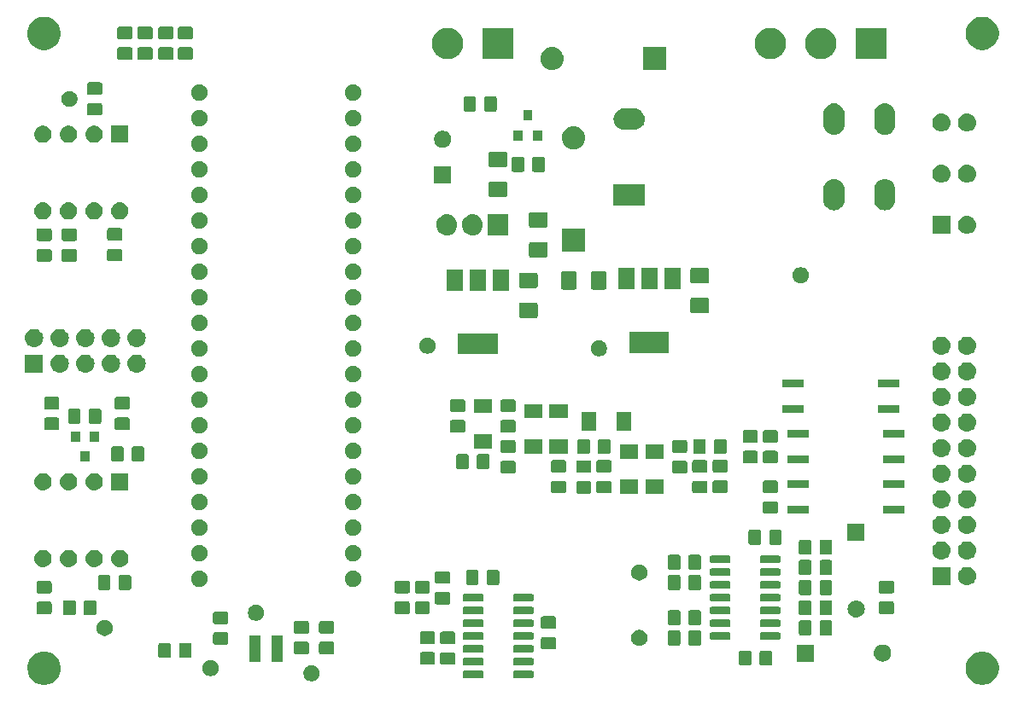
<source format=gts>
G04 #@! TF.GenerationSoftware,KiCad,Pcbnew,(5.1.4)-1*
G04 #@! TF.CreationDate,2020-06-04T10:48:23-03:00*
G04 #@! TF.ProjectId,ModPrincipal,4d6f6450-7269-46e6-9369-70616c2e6b69,1.0*
G04 #@! TF.SameCoordinates,Original*
G04 #@! TF.FileFunction,Soldermask,Top*
G04 #@! TF.FilePolarity,Negative*
%FSLAX46Y46*%
G04 Gerber Fmt 4.6, Leading zero omitted, Abs format (unit mm)*
G04 Created by KiCad (PCBNEW (5.1.4)-1) date 2020-06-04 10:48:23*
%MOMM*%
%LPD*%
G04 APERTURE LIST*
%ADD10C,0.100000*%
G04 APERTURE END LIST*
D10*
G36*
X124286448Y-105373633D02*
G01*
X124481579Y-105412447D01*
X124641571Y-105478718D01*
X124750006Y-105523633D01*
X124782042Y-105536903D01*
X125052451Y-105717585D01*
X125282415Y-105947549D01*
X125463097Y-106217958D01*
X125587553Y-106518421D01*
X125595771Y-106559738D01*
X125651000Y-106837389D01*
X125651000Y-107162611D01*
X125614323Y-107346997D01*
X125587553Y-107481579D01*
X125463097Y-107782042D01*
X125282415Y-108052451D01*
X125052451Y-108282415D01*
X124782042Y-108463097D01*
X124481579Y-108587553D01*
X124375256Y-108608702D01*
X124162611Y-108651000D01*
X123837389Y-108651000D01*
X123624744Y-108608702D01*
X123518421Y-108587553D01*
X123217958Y-108463097D01*
X122947549Y-108282415D01*
X122717585Y-108052451D01*
X122536903Y-107782042D01*
X122412447Y-107481579D01*
X122385677Y-107346997D01*
X122349000Y-107162611D01*
X122349000Y-106837389D01*
X122404229Y-106559738D01*
X122412447Y-106518421D01*
X122536903Y-106217958D01*
X122717585Y-105947549D01*
X122947549Y-105717585D01*
X123217958Y-105536903D01*
X123249995Y-105523633D01*
X123358429Y-105478718D01*
X123518421Y-105412447D01*
X123713552Y-105373633D01*
X123837389Y-105349000D01*
X124162611Y-105349000D01*
X124286448Y-105373633D01*
X124286448Y-105373633D01*
G37*
G36*
X31286448Y-105373633D02*
G01*
X31481579Y-105412447D01*
X31641571Y-105478718D01*
X31750006Y-105523633D01*
X31782042Y-105536903D01*
X32052451Y-105717585D01*
X32282415Y-105947549D01*
X32463097Y-106217958D01*
X32587553Y-106518421D01*
X32595771Y-106559738D01*
X32651000Y-106837389D01*
X32651000Y-107162611D01*
X32614323Y-107346997D01*
X32587553Y-107481579D01*
X32463097Y-107782042D01*
X32282415Y-108052451D01*
X32052451Y-108282415D01*
X31782042Y-108463097D01*
X31481579Y-108587553D01*
X31375256Y-108608702D01*
X31162611Y-108651000D01*
X30837389Y-108651000D01*
X30624744Y-108608702D01*
X30518421Y-108587553D01*
X30217958Y-108463097D01*
X29947549Y-108282415D01*
X29717585Y-108052451D01*
X29536903Y-107782042D01*
X29412447Y-107481579D01*
X29385677Y-107346997D01*
X29349000Y-107162611D01*
X29349000Y-106837389D01*
X29404229Y-106559738D01*
X29412447Y-106518421D01*
X29536903Y-106217958D01*
X29717585Y-105947549D01*
X29947549Y-105717585D01*
X30217958Y-105536903D01*
X30249995Y-105523633D01*
X30358429Y-105478718D01*
X30518421Y-105412447D01*
X30713552Y-105373633D01*
X30837389Y-105349000D01*
X31162611Y-105349000D01*
X31286448Y-105373633D01*
X31286448Y-105373633D01*
G37*
G36*
X57733642Y-106729781D02*
G01*
X57879414Y-106790162D01*
X57879416Y-106790163D01*
X58010608Y-106877822D01*
X58122178Y-106989392D01*
X58181980Y-107078893D01*
X58209838Y-107120586D01*
X58270219Y-107266358D01*
X58301000Y-107421107D01*
X58301000Y-107578893D01*
X58270219Y-107733642D01*
X58221251Y-107851860D01*
X58209837Y-107879416D01*
X58122178Y-108010608D01*
X58010608Y-108122178D01*
X57879416Y-108209837D01*
X57879415Y-108209838D01*
X57879414Y-108209838D01*
X57733642Y-108270219D01*
X57578893Y-108301000D01*
X57421107Y-108301000D01*
X57266358Y-108270219D01*
X57120586Y-108209838D01*
X57120585Y-108209838D01*
X57120584Y-108209837D01*
X56989392Y-108122178D01*
X56877822Y-108010608D01*
X56790163Y-107879416D01*
X56778749Y-107851860D01*
X56729781Y-107733642D01*
X56699000Y-107578893D01*
X56699000Y-107421107D01*
X56729781Y-107266358D01*
X56790162Y-107120586D01*
X56818020Y-107078893D01*
X56877822Y-106989392D01*
X56989392Y-106877822D01*
X57120584Y-106790163D01*
X57120586Y-106790162D01*
X57266358Y-106729781D01*
X57421107Y-106699000D01*
X57578893Y-106699000D01*
X57733642Y-106729781D01*
X57733642Y-106729781D01*
G37*
G36*
X74484928Y-107271764D02*
G01*
X74506009Y-107278160D01*
X74525445Y-107288548D01*
X74542476Y-107302524D01*
X74556452Y-107319555D01*
X74566840Y-107338991D01*
X74573236Y-107360072D01*
X74576000Y-107388140D01*
X74576000Y-107851860D01*
X74573236Y-107879928D01*
X74566840Y-107901009D01*
X74556452Y-107920445D01*
X74542476Y-107937476D01*
X74525445Y-107951452D01*
X74506009Y-107961840D01*
X74484928Y-107968236D01*
X74456860Y-107971000D01*
X72643140Y-107971000D01*
X72615072Y-107968236D01*
X72593991Y-107961840D01*
X72574555Y-107951452D01*
X72557524Y-107937476D01*
X72543548Y-107920445D01*
X72533160Y-107901009D01*
X72526764Y-107879928D01*
X72524000Y-107851860D01*
X72524000Y-107388140D01*
X72526764Y-107360072D01*
X72533160Y-107338991D01*
X72543548Y-107319555D01*
X72557524Y-107302524D01*
X72574555Y-107288548D01*
X72593991Y-107278160D01*
X72615072Y-107271764D01*
X72643140Y-107269000D01*
X74456860Y-107269000D01*
X74484928Y-107271764D01*
X74484928Y-107271764D01*
G37*
G36*
X79434928Y-107271764D02*
G01*
X79456009Y-107278160D01*
X79475445Y-107288548D01*
X79492476Y-107302524D01*
X79506452Y-107319555D01*
X79516840Y-107338991D01*
X79523236Y-107360072D01*
X79526000Y-107388140D01*
X79526000Y-107851860D01*
X79523236Y-107879928D01*
X79516840Y-107901009D01*
X79506452Y-107920445D01*
X79492476Y-107937476D01*
X79475445Y-107951452D01*
X79456009Y-107961840D01*
X79434928Y-107968236D01*
X79406860Y-107971000D01*
X77593140Y-107971000D01*
X77565072Y-107968236D01*
X77543991Y-107961840D01*
X77524555Y-107951452D01*
X77507524Y-107937476D01*
X77493548Y-107920445D01*
X77483160Y-107901009D01*
X77476764Y-107879928D01*
X77474000Y-107851860D01*
X77474000Y-107388140D01*
X77476764Y-107360072D01*
X77483160Y-107338991D01*
X77493548Y-107319555D01*
X77507524Y-107302524D01*
X77524555Y-107288548D01*
X77543991Y-107278160D01*
X77565072Y-107271764D01*
X77593140Y-107269000D01*
X79406860Y-107269000D01*
X79434928Y-107271764D01*
X79434928Y-107271764D01*
G37*
G36*
X47733642Y-106229781D02*
G01*
X47879083Y-106290025D01*
X47879416Y-106290163D01*
X48010608Y-106377822D01*
X48122178Y-106489392D01*
X48202717Y-106609928D01*
X48209838Y-106620586D01*
X48270219Y-106766358D01*
X48301000Y-106921107D01*
X48301000Y-107078893D01*
X48270219Y-107233642D01*
X48217850Y-107360072D01*
X48209837Y-107379416D01*
X48122178Y-107510608D01*
X48010608Y-107622178D01*
X47879416Y-107709837D01*
X47879415Y-107709838D01*
X47879414Y-107709838D01*
X47733642Y-107770219D01*
X47578893Y-107801000D01*
X47421107Y-107801000D01*
X47266358Y-107770219D01*
X47120586Y-107709838D01*
X47120585Y-107709838D01*
X47120584Y-107709837D01*
X46989392Y-107622178D01*
X46877822Y-107510608D01*
X46790163Y-107379416D01*
X46782150Y-107360072D01*
X46729781Y-107233642D01*
X46699000Y-107078893D01*
X46699000Y-106921107D01*
X46729781Y-106766358D01*
X46790162Y-106620586D01*
X46797283Y-106609928D01*
X46877822Y-106489392D01*
X46989392Y-106377822D01*
X47120584Y-106290163D01*
X47120917Y-106290025D01*
X47266358Y-106229781D01*
X47421107Y-106199000D01*
X47578893Y-106199000D01*
X47733642Y-106229781D01*
X47733642Y-106229781D01*
G37*
G36*
X100963674Y-105253465D02*
G01*
X101001367Y-105264899D01*
X101036103Y-105283466D01*
X101066548Y-105308452D01*
X101091534Y-105338897D01*
X101110101Y-105373633D01*
X101121535Y-105411326D01*
X101126000Y-105456661D01*
X101126000Y-106543339D01*
X101121535Y-106588674D01*
X101110101Y-106626367D01*
X101091534Y-106661103D01*
X101066548Y-106691548D01*
X101036103Y-106716534D01*
X101001367Y-106735101D01*
X100963674Y-106746535D01*
X100918339Y-106751000D01*
X100081661Y-106751000D01*
X100036326Y-106746535D01*
X99998633Y-106735101D01*
X99963897Y-106716534D01*
X99933452Y-106691548D01*
X99908466Y-106661103D01*
X99889899Y-106626367D01*
X99878465Y-106588674D01*
X99874000Y-106543339D01*
X99874000Y-105456661D01*
X99878465Y-105411326D01*
X99889899Y-105373633D01*
X99908466Y-105338897D01*
X99933452Y-105308452D01*
X99963897Y-105283466D01*
X99998633Y-105264899D01*
X100036326Y-105253465D01*
X100081661Y-105249000D01*
X100918339Y-105249000D01*
X100963674Y-105253465D01*
X100963674Y-105253465D01*
G37*
G36*
X103013674Y-105253465D02*
G01*
X103051367Y-105264899D01*
X103086103Y-105283466D01*
X103116548Y-105308452D01*
X103141534Y-105338897D01*
X103160101Y-105373633D01*
X103171535Y-105411326D01*
X103176000Y-105456661D01*
X103176000Y-106543339D01*
X103171535Y-106588674D01*
X103160101Y-106626367D01*
X103141534Y-106661103D01*
X103116548Y-106691548D01*
X103086103Y-106716534D01*
X103051367Y-106735101D01*
X103013674Y-106746535D01*
X102968339Y-106751000D01*
X102131661Y-106751000D01*
X102086326Y-106746535D01*
X102048633Y-106735101D01*
X102013897Y-106716534D01*
X101983452Y-106691548D01*
X101958466Y-106661103D01*
X101939899Y-106626367D01*
X101928465Y-106588674D01*
X101924000Y-106543339D01*
X101924000Y-105456661D01*
X101928465Y-105411326D01*
X101939899Y-105373633D01*
X101958466Y-105338897D01*
X101983452Y-105308452D01*
X102013897Y-105283466D01*
X102048633Y-105264899D01*
X102086326Y-105253465D01*
X102131661Y-105249000D01*
X102968339Y-105249000D01*
X103013674Y-105253465D01*
X103013674Y-105253465D01*
G37*
G36*
X74484928Y-106001764D02*
G01*
X74506009Y-106008160D01*
X74525445Y-106018548D01*
X74542476Y-106032524D01*
X74556452Y-106049555D01*
X74566840Y-106068991D01*
X74573236Y-106090072D01*
X74576000Y-106118140D01*
X74576000Y-106581860D01*
X74573236Y-106609928D01*
X74566840Y-106631009D01*
X74556452Y-106650445D01*
X74542476Y-106667476D01*
X74525445Y-106681452D01*
X74506009Y-106691840D01*
X74484928Y-106698236D01*
X74456860Y-106701000D01*
X72643140Y-106701000D01*
X72615072Y-106698236D01*
X72593991Y-106691840D01*
X72574555Y-106681452D01*
X72557524Y-106667476D01*
X72543548Y-106650445D01*
X72533160Y-106631009D01*
X72526764Y-106609928D01*
X72524000Y-106581860D01*
X72524000Y-106118140D01*
X72526764Y-106090072D01*
X72533160Y-106068991D01*
X72543548Y-106049555D01*
X72557524Y-106032524D01*
X72574555Y-106018548D01*
X72593991Y-106008160D01*
X72615072Y-106001764D01*
X72643140Y-105999000D01*
X74456860Y-105999000D01*
X74484928Y-106001764D01*
X74484928Y-106001764D01*
G37*
G36*
X79434928Y-106001764D02*
G01*
X79456009Y-106008160D01*
X79475445Y-106018548D01*
X79492476Y-106032524D01*
X79506452Y-106049555D01*
X79516840Y-106068991D01*
X79523236Y-106090072D01*
X79526000Y-106118140D01*
X79526000Y-106581860D01*
X79523236Y-106609928D01*
X79516840Y-106631009D01*
X79506452Y-106650445D01*
X79492476Y-106667476D01*
X79475445Y-106681452D01*
X79456009Y-106691840D01*
X79434928Y-106698236D01*
X79406860Y-106701000D01*
X77593140Y-106701000D01*
X77565072Y-106698236D01*
X77543991Y-106691840D01*
X77524555Y-106681452D01*
X77507524Y-106667476D01*
X77493548Y-106650445D01*
X77483160Y-106631009D01*
X77476764Y-106609928D01*
X77474000Y-106581860D01*
X77474000Y-106118140D01*
X77476764Y-106090072D01*
X77483160Y-106068991D01*
X77493548Y-106049555D01*
X77507524Y-106032524D01*
X77524555Y-106018548D01*
X77543991Y-106008160D01*
X77565072Y-106001764D01*
X77593140Y-105999000D01*
X79406860Y-105999000D01*
X79434928Y-106001764D01*
X79434928Y-106001764D01*
G37*
G36*
X71588674Y-105428465D02*
G01*
X71626367Y-105439899D01*
X71661103Y-105458466D01*
X71691548Y-105483452D01*
X71716534Y-105513897D01*
X71735101Y-105548633D01*
X71746535Y-105586326D01*
X71751000Y-105631661D01*
X71751000Y-106468339D01*
X71746535Y-106513674D01*
X71735101Y-106551367D01*
X71716534Y-106586103D01*
X71691548Y-106616548D01*
X71661103Y-106641534D01*
X71626367Y-106660101D01*
X71588674Y-106671535D01*
X71543339Y-106676000D01*
X70456661Y-106676000D01*
X70411326Y-106671535D01*
X70373633Y-106660101D01*
X70338897Y-106641534D01*
X70308452Y-106616548D01*
X70283466Y-106586103D01*
X70264899Y-106551367D01*
X70253465Y-106513674D01*
X70249000Y-106468339D01*
X70249000Y-105631661D01*
X70253465Y-105586326D01*
X70264899Y-105548633D01*
X70283466Y-105513897D01*
X70308452Y-105483452D01*
X70338897Y-105458466D01*
X70373633Y-105439899D01*
X70411326Y-105428465D01*
X70456661Y-105424000D01*
X71543339Y-105424000D01*
X71588674Y-105428465D01*
X71588674Y-105428465D01*
G37*
G36*
X69588674Y-105403465D02*
G01*
X69626367Y-105414899D01*
X69661103Y-105433466D01*
X69691548Y-105458452D01*
X69716534Y-105488897D01*
X69735101Y-105523633D01*
X69746535Y-105561326D01*
X69751000Y-105606661D01*
X69751000Y-106443339D01*
X69746535Y-106488674D01*
X69735101Y-106526367D01*
X69716534Y-106561103D01*
X69691548Y-106591548D01*
X69661103Y-106616534D01*
X69626367Y-106635101D01*
X69588674Y-106646535D01*
X69543339Y-106651000D01*
X68456661Y-106651000D01*
X68411326Y-106646535D01*
X68373633Y-106635101D01*
X68338897Y-106616534D01*
X68308452Y-106591548D01*
X68283466Y-106561103D01*
X68264899Y-106526367D01*
X68253465Y-106488674D01*
X68249000Y-106443339D01*
X68249000Y-105606661D01*
X68253465Y-105561326D01*
X68264899Y-105523633D01*
X68283466Y-105488897D01*
X68308452Y-105458452D01*
X68338897Y-105433466D01*
X68373633Y-105414899D01*
X68411326Y-105403465D01*
X68456661Y-105399000D01*
X69543339Y-105399000D01*
X69588674Y-105403465D01*
X69588674Y-105403465D01*
G37*
G36*
X52481000Y-106376000D02*
G01*
X51319000Y-106376000D01*
X51319000Y-103724000D01*
X52481000Y-103724000D01*
X52481000Y-106376000D01*
X52481000Y-106376000D01*
G37*
G36*
X54681000Y-106376000D02*
G01*
X53519000Y-106376000D01*
X53519000Y-103724000D01*
X54681000Y-103724000D01*
X54681000Y-106376000D01*
X54681000Y-106376000D01*
G37*
G36*
X114286823Y-104661313D02*
G01*
X114447242Y-104709976D01*
X114561733Y-104771173D01*
X114595078Y-104788996D01*
X114724659Y-104895341D01*
X114831004Y-105024922D01*
X114839114Y-105040094D01*
X114910024Y-105172758D01*
X114958687Y-105333177D01*
X114975117Y-105500000D01*
X114958687Y-105666823D01*
X114910024Y-105827242D01*
X114845717Y-105947551D01*
X114831004Y-105975078D01*
X114724659Y-106104659D01*
X114595078Y-106211004D01*
X114595076Y-106211005D01*
X114447242Y-106290024D01*
X114286823Y-106338687D01*
X114161804Y-106351000D01*
X114078196Y-106351000D01*
X113953177Y-106338687D01*
X113792758Y-106290024D01*
X113644924Y-106211005D01*
X113644922Y-106211004D01*
X113515341Y-106104659D01*
X113408996Y-105975078D01*
X113394283Y-105947551D01*
X113329976Y-105827242D01*
X113281313Y-105666823D01*
X113264883Y-105500000D01*
X113281313Y-105333177D01*
X113329976Y-105172758D01*
X113400886Y-105040094D01*
X113408996Y-105024922D01*
X113515341Y-104895341D01*
X113644922Y-104788996D01*
X113678267Y-104771173D01*
X113792758Y-104709976D01*
X113953177Y-104661313D01*
X114078196Y-104649000D01*
X114161804Y-104649000D01*
X114286823Y-104661313D01*
X114286823Y-104661313D01*
G37*
G36*
X107351000Y-106351000D02*
G01*
X105649000Y-106351000D01*
X105649000Y-104649000D01*
X107351000Y-104649000D01*
X107351000Y-106351000D01*
X107351000Y-106351000D01*
G37*
G36*
X45463674Y-104503465D02*
G01*
X45501367Y-104514899D01*
X45536103Y-104533466D01*
X45566548Y-104558452D01*
X45591534Y-104588897D01*
X45610101Y-104623633D01*
X45621535Y-104661326D01*
X45626000Y-104706661D01*
X45626000Y-105793339D01*
X45621535Y-105838674D01*
X45610101Y-105876367D01*
X45591534Y-105911103D01*
X45566548Y-105941548D01*
X45536103Y-105966534D01*
X45501367Y-105985101D01*
X45463674Y-105996535D01*
X45418339Y-106001000D01*
X44581661Y-106001000D01*
X44536326Y-105996535D01*
X44498633Y-105985101D01*
X44463897Y-105966534D01*
X44433452Y-105941548D01*
X44408466Y-105911103D01*
X44389899Y-105876367D01*
X44378465Y-105838674D01*
X44374000Y-105793339D01*
X44374000Y-104706661D01*
X44378465Y-104661326D01*
X44389899Y-104623633D01*
X44408466Y-104588897D01*
X44433452Y-104558452D01*
X44463897Y-104533466D01*
X44498633Y-104514899D01*
X44536326Y-104503465D01*
X44581661Y-104499000D01*
X45418339Y-104499000D01*
X45463674Y-104503465D01*
X45463674Y-104503465D01*
G37*
G36*
X43413674Y-104503465D02*
G01*
X43451367Y-104514899D01*
X43486103Y-104533466D01*
X43516548Y-104558452D01*
X43541534Y-104588897D01*
X43560101Y-104623633D01*
X43571535Y-104661326D01*
X43576000Y-104706661D01*
X43576000Y-105793339D01*
X43571535Y-105838674D01*
X43560101Y-105876367D01*
X43541534Y-105911103D01*
X43516548Y-105941548D01*
X43486103Y-105966534D01*
X43451367Y-105985101D01*
X43413674Y-105996535D01*
X43368339Y-106001000D01*
X42531661Y-106001000D01*
X42486326Y-105996535D01*
X42448633Y-105985101D01*
X42413897Y-105966534D01*
X42383452Y-105941548D01*
X42358466Y-105911103D01*
X42339899Y-105876367D01*
X42328465Y-105838674D01*
X42324000Y-105793339D01*
X42324000Y-104706661D01*
X42328465Y-104661326D01*
X42339899Y-104623633D01*
X42358466Y-104588897D01*
X42383452Y-104558452D01*
X42413897Y-104533466D01*
X42448633Y-104514899D01*
X42486326Y-104503465D01*
X42531661Y-104499000D01*
X43368339Y-104499000D01*
X43413674Y-104503465D01*
X43413674Y-104503465D01*
G37*
G36*
X59588674Y-104378465D02*
G01*
X59626367Y-104389899D01*
X59661103Y-104408466D01*
X59691548Y-104433452D01*
X59716534Y-104463897D01*
X59735101Y-104498633D01*
X59746535Y-104536326D01*
X59751000Y-104581661D01*
X59751000Y-105418339D01*
X59746535Y-105463674D01*
X59735101Y-105501367D01*
X59716534Y-105536103D01*
X59691548Y-105566548D01*
X59661103Y-105591534D01*
X59626367Y-105610101D01*
X59588674Y-105621535D01*
X59543339Y-105626000D01*
X58456661Y-105626000D01*
X58411326Y-105621535D01*
X58373633Y-105610101D01*
X58338897Y-105591534D01*
X58308452Y-105566548D01*
X58283466Y-105536103D01*
X58264899Y-105501367D01*
X58253465Y-105463674D01*
X58249000Y-105418339D01*
X58249000Y-104581661D01*
X58253465Y-104536326D01*
X58264899Y-104498633D01*
X58283466Y-104463897D01*
X58308452Y-104433452D01*
X58338897Y-104408466D01*
X58373633Y-104389899D01*
X58411326Y-104378465D01*
X58456661Y-104374000D01*
X59543339Y-104374000D01*
X59588674Y-104378465D01*
X59588674Y-104378465D01*
G37*
G36*
X57088674Y-104378465D02*
G01*
X57126367Y-104389899D01*
X57161103Y-104408466D01*
X57191548Y-104433452D01*
X57216534Y-104463897D01*
X57235101Y-104498633D01*
X57246535Y-104536326D01*
X57251000Y-104581661D01*
X57251000Y-105418339D01*
X57246535Y-105463674D01*
X57235101Y-105501367D01*
X57216534Y-105536103D01*
X57191548Y-105566548D01*
X57161103Y-105591534D01*
X57126367Y-105610101D01*
X57088674Y-105621535D01*
X57043339Y-105626000D01*
X55956661Y-105626000D01*
X55911326Y-105621535D01*
X55873633Y-105610101D01*
X55838897Y-105591534D01*
X55808452Y-105566548D01*
X55783466Y-105536103D01*
X55764899Y-105501367D01*
X55753465Y-105463674D01*
X55749000Y-105418339D01*
X55749000Y-104581661D01*
X55753465Y-104536326D01*
X55764899Y-104498633D01*
X55783466Y-104463897D01*
X55808452Y-104433452D01*
X55838897Y-104408466D01*
X55873633Y-104389899D01*
X55911326Y-104378465D01*
X55956661Y-104374000D01*
X57043339Y-104374000D01*
X57088674Y-104378465D01*
X57088674Y-104378465D01*
G37*
G36*
X79434928Y-104731764D02*
G01*
X79456009Y-104738160D01*
X79475445Y-104748548D01*
X79492476Y-104762524D01*
X79506452Y-104779555D01*
X79516840Y-104798991D01*
X79523236Y-104820072D01*
X79526000Y-104848140D01*
X79526000Y-105311860D01*
X79523236Y-105339928D01*
X79516840Y-105361009D01*
X79506452Y-105380445D01*
X79492476Y-105397476D01*
X79475445Y-105411452D01*
X79456009Y-105421840D01*
X79434928Y-105428236D01*
X79406860Y-105431000D01*
X77593140Y-105431000D01*
X77565072Y-105428236D01*
X77543991Y-105421840D01*
X77524555Y-105411452D01*
X77507524Y-105397476D01*
X77493548Y-105380445D01*
X77483160Y-105361009D01*
X77476764Y-105339928D01*
X77474000Y-105311860D01*
X77474000Y-104848140D01*
X77476764Y-104820072D01*
X77483160Y-104798991D01*
X77493548Y-104779555D01*
X77507524Y-104762524D01*
X77524555Y-104748548D01*
X77543991Y-104738160D01*
X77565072Y-104731764D01*
X77593140Y-104729000D01*
X79406860Y-104729000D01*
X79434928Y-104731764D01*
X79434928Y-104731764D01*
G37*
G36*
X74484928Y-104731764D02*
G01*
X74506009Y-104738160D01*
X74525445Y-104748548D01*
X74542476Y-104762524D01*
X74556452Y-104779555D01*
X74566840Y-104798991D01*
X74573236Y-104820072D01*
X74576000Y-104848140D01*
X74576000Y-105311860D01*
X74573236Y-105339928D01*
X74566840Y-105361009D01*
X74556452Y-105380445D01*
X74542476Y-105397476D01*
X74525445Y-105411452D01*
X74506009Y-105421840D01*
X74484928Y-105428236D01*
X74456860Y-105431000D01*
X72643140Y-105431000D01*
X72615072Y-105428236D01*
X72593991Y-105421840D01*
X72574555Y-105411452D01*
X72557524Y-105397476D01*
X72543548Y-105380445D01*
X72533160Y-105361009D01*
X72526764Y-105339928D01*
X72524000Y-105311860D01*
X72524000Y-104848140D01*
X72526764Y-104820072D01*
X72533160Y-104798991D01*
X72543548Y-104779555D01*
X72557524Y-104762524D01*
X72574555Y-104748548D01*
X72593991Y-104738160D01*
X72615072Y-104731764D01*
X72643140Y-104729000D01*
X74456860Y-104729000D01*
X74484928Y-104731764D01*
X74484928Y-104731764D01*
G37*
G36*
X81588674Y-103903465D02*
G01*
X81626367Y-103914899D01*
X81661103Y-103933466D01*
X81691548Y-103958452D01*
X81716534Y-103988897D01*
X81735101Y-104023633D01*
X81746535Y-104061326D01*
X81751000Y-104106661D01*
X81751000Y-104943339D01*
X81746535Y-104988674D01*
X81735101Y-105026367D01*
X81716534Y-105061103D01*
X81691548Y-105091548D01*
X81661103Y-105116534D01*
X81626367Y-105135101D01*
X81588674Y-105146535D01*
X81543339Y-105151000D01*
X80456661Y-105151000D01*
X80411326Y-105146535D01*
X80373633Y-105135101D01*
X80338897Y-105116534D01*
X80308452Y-105091548D01*
X80283466Y-105061103D01*
X80264899Y-105026367D01*
X80253465Y-104988674D01*
X80249000Y-104943339D01*
X80249000Y-104106661D01*
X80253465Y-104061326D01*
X80264899Y-104023633D01*
X80283466Y-103988897D01*
X80308452Y-103958452D01*
X80338897Y-103933466D01*
X80373633Y-103914899D01*
X80411326Y-103903465D01*
X80456661Y-103899000D01*
X81543339Y-103899000D01*
X81588674Y-103903465D01*
X81588674Y-103903465D01*
G37*
G36*
X90233642Y-103229781D02*
G01*
X90363248Y-103283466D01*
X90379416Y-103290163D01*
X90510608Y-103377822D01*
X90622178Y-103489392D01*
X90690749Y-103592017D01*
X90709838Y-103620586D01*
X90770219Y-103766358D01*
X90801000Y-103921107D01*
X90801000Y-104078893D01*
X90770219Y-104233642D01*
X90710231Y-104378465D01*
X90709837Y-104379416D01*
X90622178Y-104510608D01*
X90510608Y-104622178D01*
X90379416Y-104709837D01*
X90379415Y-104709838D01*
X90379414Y-104709838D01*
X90233642Y-104770219D01*
X90078893Y-104801000D01*
X89921107Y-104801000D01*
X89766358Y-104770219D01*
X89620586Y-104709838D01*
X89620585Y-104709838D01*
X89620584Y-104709837D01*
X89489392Y-104622178D01*
X89377822Y-104510608D01*
X89290163Y-104379416D01*
X89289769Y-104378465D01*
X89229781Y-104233642D01*
X89199000Y-104078893D01*
X89199000Y-103921107D01*
X89229781Y-103766358D01*
X89290162Y-103620586D01*
X89309251Y-103592017D01*
X89377822Y-103489392D01*
X89489392Y-103377822D01*
X89620584Y-103290163D01*
X89636752Y-103283466D01*
X89766358Y-103229781D01*
X89921107Y-103199000D01*
X90078893Y-103199000D01*
X90233642Y-103229781D01*
X90233642Y-103229781D01*
G37*
G36*
X93913674Y-103253465D02*
G01*
X93951367Y-103264899D01*
X93986103Y-103283466D01*
X94016548Y-103308452D01*
X94041534Y-103338897D01*
X94060101Y-103373633D01*
X94071535Y-103411326D01*
X94076000Y-103456661D01*
X94076000Y-104543339D01*
X94071535Y-104588674D01*
X94060101Y-104626367D01*
X94041534Y-104661103D01*
X94016548Y-104691548D01*
X93986103Y-104716534D01*
X93951367Y-104735101D01*
X93913674Y-104746535D01*
X93868339Y-104751000D01*
X93031661Y-104751000D01*
X92986326Y-104746535D01*
X92948633Y-104735101D01*
X92913897Y-104716534D01*
X92883452Y-104691548D01*
X92858466Y-104661103D01*
X92839899Y-104626367D01*
X92828465Y-104588674D01*
X92824000Y-104543339D01*
X92824000Y-103456661D01*
X92828465Y-103411326D01*
X92839899Y-103373633D01*
X92858466Y-103338897D01*
X92883452Y-103308452D01*
X92913897Y-103283466D01*
X92948633Y-103264899D01*
X92986326Y-103253465D01*
X93031661Y-103249000D01*
X93868339Y-103249000D01*
X93913674Y-103253465D01*
X93913674Y-103253465D01*
G37*
G36*
X95963674Y-103253465D02*
G01*
X96001367Y-103264899D01*
X96036103Y-103283466D01*
X96066548Y-103308452D01*
X96091534Y-103338897D01*
X96110101Y-103373633D01*
X96121535Y-103411326D01*
X96126000Y-103456661D01*
X96126000Y-104543339D01*
X96121535Y-104588674D01*
X96110101Y-104626367D01*
X96091534Y-104661103D01*
X96066548Y-104691548D01*
X96036103Y-104716534D01*
X96001367Y-104735101D01*
X95963674Y-104746535D01*
X95918339Y-104751000D01*
X95081661Y-104751000D01*
X95036326Y-104746535D01*
X94998633Y-104735101D01*
X94963897Y-104716534D01*
X94933452Y-104691548D01*
X94908466Y-104661103D01*
X94889899Y-104626367D01*
X94878465Y-104588674D01*
X94874000Y-104543339D01*
X94874000Y-103456661D01*
X94878465Y-103411326D01*
X94889899Y-103373633D01*
X94908466Y-103338897D01*
X94933452Y-103308452D01*
X94963897Y-103283466D01*
X94998633Y-103264899D01*
X95036326Y-103253465D01*
X95081661Y-103249000D01*
X95918339Y-103249000D01*
X95963674Y-103253465D01*
X95963674Y-103253465D01*
G37*
G36*
X49088674Y-103428465D02*
G01*
X49126367Y-103439899D01*
X49161103Y-103458466D01*
X49191548Y-103483452D01*
X49216534Y-103513897D01*
X49235101Y-103548633D01*
X49246535Y-103586326D01*
X49251000Y-103631661D01*
X49251000Y-104468339D01*
X49246535Y-104513674D01*
X49235101Y-104551367D01*
X49216534Y-104586103D01*
X49191548Y-104616548D01*
X49161103Y-104641534D01*
X49126367Y-104660101D01*
X49088674Y-104671535D01*
X49043339Y-104676000D01*
X47956661Y-104676000D01*
X47911326Y-104671535D01*
X47873633Y-104660101D01*
X47838897Y-104641534D01*
X47808452Y-104616548D01*
X47783466Y-104586103D01*
X47764899Y-104551367D01*
X47753465Y-104513674D01*
X47749000Y-104468339D01*
X47749000Y-103631661D01*
X47753465Y-103586326D01*
X47764899Y-103548633D01*
X47783466Y-103513897D01*
X47808452Y-103483452D01*
X47838897Y-103458466D01*
X47873633Y-103439899D01*
X47911326Y-103428465D01*
X47956661Y-103424000D01*
X49043339Y-103424000D01*
X49088674Y-103428465D01*
X49088674Y-103428465D01*
G37*
G36*
X71588674Y-103378465D02*
G01*
X71626367Y-103389899D01*
X71661103Y-103408466D01*
X71691548Y-103433452D01*
X71716534Y-103463897D01*
X71735101Y-103498633D01*
X71746535Y-103536326D01*
X71751000Y-103581661D01*
X71751000Y-104418339D01*
X71746535Y-104463674D01*
X71735101Y-104501367D01*
X71716534Y-104536103D01*
X71691548Y-104566548D01*
X71661103Y-104591534D01*
X71626367Y-104610101D01*
X71588674Y-104621535D01*
X71543339Y-104626000D01*
X70456661Y-104626000D01*
X70411326Y-104621535D01*
X70373633Y-104610101D01*
X70338897Y-104591534D01*
X70308452Y-104566548D01*
X70283466Y-104536103D01*
X70264899Y-104501367D01*
X70253465Y-104463674D01*
X70249000Y-104418339D01*
X70249000Y-103581661D01*
X70253465Y-103536326D01*
X70264899Y-103498633D01*
X70283466Y-103463897D01*
X70308452Y-103433452D01*
X70338897Y-103408466D01*
X70373633Y-103389899D01*
X70411326Y-103378465D01*
X70456661Y-103374000D01*
X71543339Y-103374000D01*
X71588674Y-103378465D01*
X71588674Y-103378465D01*
G37*
G36*
X69588674Y-103353465D02*
G01*
X69626367Y-103364899D01*
X69661103Y-103383466D01*
X69691548Y-103408452D01*
X69716534Y-103438897D01*
X69735101Y-103473633D01*
X69746535Y-103511326D01*
X69751000Y-103556661D01*
X69751000Y-104393339D01*
X69746535Y-104438674D01*
X69735101Y-104476367D01*
X69716534Y-104511103D01*
X69691548Y-104541548D01*
X69661103Y-104566534D01*
X69626367Y-104585101D01*
X69588674Y-104596535D01*
X69543339Y-104601000D01*
X68456661Y-104601000D01*
X68411326Y-104596535D01*
X68373633Y-104585101D01*
X68338897Y-104566534D01*
X68308452Y-104541548D01*
X68283466Y-104511103D01*
X68264899Y-104476367D01*
X68253465Y-104438674D01*
X68249000Y-104393339D01*
X68249000Y-103556661D01*
X68253465Y-103511326D01*
X68264899Y-103473633D01*
X68283466Y-103438897D01*
X68308452Y-103408452D01*
X68338897Y-103383466D01*
X68373633Y-103364899D01*
X68411326Y-103353465D01*
X68456661Y-103349000D01*
X69543339Y-103349000D01*
X69588674Y-103353465D01*
X69588674Y-103353465D01*
G37*
G36*
X79434928Y-103461764D02*
G01*
X79456009Y-103468160D01*
X79475445Y-103478548D01*
X79492476Y-103492524D01*
X79506452Y-103509555D01*
X79516840Y-103528991D01*
X79523236Y-103550072D01*
X79526000Y-103578140D01*
X79526000Y-104041860D01*
X79523236Y-104069928D01*
X79516840Y-104091009D01*
X79506452Y-104110445D01*
X79492476Y-104127476D01*
X79475445Y-104141452D01*
X79456009Y-104151840D01*
X79434928Y-104158236D01*
X79406860Y-104161000D01*
X77593140Y-104161000D01*
X77565072Y-104158236D01*
X77543991Y-104151840D01*
X77524555Y-104141452D01*
X77507524Y-104127476D01*
X77493548Y-104110445D01*
X77483160Y-104091009D01*
X77476764Y-104069928D01*
X77474000Y-104041860D01*
X77474000Y-103578140D01*
X77476764Y-103550072D01*
X77483160Y-103528991D01*
X77493548Y-103509555D01*
X77507524Y-103492524D01*
X77524555Y-103478548D01*
X77543991Y-103468160D01*
X77565072Y-103461764D01*
X77593140Y-103459000D01*
X79406860Y-103459000D01*
X79434928Y-103461764D01*
X79434928Y-103461764D01*
G37*
G36*
X98959928Y-103461764D02*
G01*
X98981009Y-103468160D01*
X99000445Y-103478548D01*
X99017476Y-103492524D01*
X99031452Y-103509555D01*
X99041840Y-103528991D01*
X99048236Y-103550072D01*
X99051000Y-103578140D01*
X99051000Y-104041860D01*
X99048236Y-104069928D01*
X99041840Y-104091009D01*
X99031452Y-104110445D01*
X99017476Y-104127476D01*
X99000445Y-104141452D01*
X98981009Y-104151840D01*
X98959928Y-104158236D01*
X98931860Y-104161000D01*
X97118140Y-104161000D01*
X97090072Y-104158236D01*
X97068991Y-104151840D01*
X97049555Y-104141452D01*
X97032524Y-104127476D01*
X97018548Y-104110445D01*
X97008160Y-104091009D01*
X97001764Y-104069928D01*
X96999000Y-104041860D01*
X96999000Y-103578140D01*
X97001764Y-103550072D01*
X97008160Y-103528991D01*
X97018548Y-103509555D01*
X97032524Y-103492524D01*
X97049555Y-103478548D01*
X97068991Y-103468160D01*
X97090072Y-103461764D01*
X97118140Y-103459000D01*
X98931860Y-103459000D01*
X98959928Y-103461764D01*
X98959928Y-103461764D01*
G37*
G36*
X103909928Y-103461764D02*
G01*
X103931009Y-103468160D01*
X103950445Y-103478548D01*
X103967476Y-103492524D01*
X103981452Y-103509555D01*
X103991840Y-103528991D01*
X103998236Y-103550072D01*
X104001000Y-103578140D01*
X104001000Y-104041860D01*
X103998236Y-104069928D01*
X103991840Y-104091009D01*
X103981452Y-104110445D01*
X103967476Y-104127476D01*
X103950445Y-104141452D01*
X103931009Y-104151840D01*
X103909928Y-104158236D01*
X103881860Y-104161000D01*
X102068140Y-104161000D01*
X102040072Y-104158236D01*
X102018991Y-104151840D01*
X101999555Y-104141452D01*
X101982524Y-104127476D01*
X101968548Y-104110445D01*
X101958160Y-104091009D01*
X101951764Y-104069928D01*
X101949000Y-104041860D01*
X101949000Y-103578140D01*
X101951764Y-103550072D01*
X101958160Y-103528991D01*
X101968548Y-103509555D01*
X101982524Y-103492524D01*
X101999555Y-103478548D01*
X102018991Y-103468160D01*
X102040072Y-103461764D01*
X102068140Y-103459000D01*
X103881860Y-103459000D01*
X103909928Y-103461764D01*
X103909928Y-103461764D01*
G37*
G36*
X74484928Y-103461764D02*
G01*
X74506009Y-103468160D01*
X74525445Y-103478548D01*
X74542476Y-103492524D01*
X74556452Y-103509555D01*
X74566840Y-103528991D01*
X74573236Y-103550072D01*
X74576000Y-103578140D01*
X74576000Y-104041860D01*
X74573236Y-104069928D01*
X74566840Y-104091009D01*
X74556452Y-104110445D01*
X74542476Y-104127476D01*
X74525445Y-104141452D01*
X74506009Y-104151840D01*
X74484928Y-104158236D01*
X74456860Y-104161000D01*
X72643140Y-104161000D01*
X72615072Y-104158236D01*
X72593991Y-104151840D01*
X72574555Y-104141452D01*
X72557524Y-104127476D01*
X72543548Y-104110445D01*
X72533160Y-104091009D01*
X72526764Y-104069928D01*
X72524000Y-104041860D01*
X72524000Y-103578140D01*
X72526764Y-103550072D01*
X72533160Y-103528991D01*
X72543548Y-103509555D01*
X72557524Y-103492524D01*
X72574555Y-103478548D01*
X72593991Y-103468160D01*
X72615072Y-103461764D01*
X72643140Y-103459000D01*
X74456860Y-103459000D01*
X74484928Y-103461764D01*
X74484928Y-103461764D01*
G37*
G36*
X37233642Y-102229781D02*
G01*
X37363248Y-102283466D01*
X37379416Y-102290163D01*
X37510608Y-102377822D01*
X37622178Y-102489392D01*
X37709837Y-102620584D01*
X37709838Y-102620586D01*
X37770219Y-102766358D01*
X37801000Y-102921107D01*
X37801000Y-103078893D01*
X37770219Y-103233642D01*
X37710497Y-103377822D01*
X37709837Y-103379416D01*
X37622178Y-103510608D01*
X37510608Y-103622178D01*
X37379416Y-103709837D01*
X37379415Y-103709838D01*
X37379414Y-103709838D01*
X37233642Y-103770219D01*
X37078893Y-103801000D01*
X36921107Y-103801000D01*
X36766358Y-103770219D01*
X36620586Y-103709838D01*
X36620585Y-103709838D01*
X36620584Y-103709837D01*
X36489392Y-103622178D01*
X36377822Y-103510608D01*
X36290163Y-103379416D01*
X36289503Y-103377822D01*
X36229781Y-103233642D01*
X36199000Y-103078893D01*
X36199000Y-102921107D01*
X36229781Y-102766358D01*
X36290162Y-102620586D01*
X36290163Y-102620584D01*
X36377822Y-102489392D01*
X36489392Y-102377822D01*
X36620584Y-102290163D01*
X36636752Y-102283466D01*
X36766358Y-102229781D01*
X36921107Y-102199000D01*
X37078893Y-102199000D01*
X37233642Y-102229781D01*
X37233642Y-102229781D01*
G37*
G36*
X108963674Y-102253465D02*
G01*
X109001367Y-102264899D01*
X109036103Y-102283466D01*
X109066548Y-102308452D01*
X109091534Y-102338897D01*
X109110101Y-102373633D01*
X109121535Y-102411326D01*
X109126000Y-102456661D01*
X109126000Y-103543339D01*
X109121535Y-103588674D01*
X109110101Y-103626367D01*
X109091534Y-103661103D01*
X109066548Y-103691548D01*
X109036103Y-103716534D01*
X109001367Y-103735101D01*
X108963674Y-103746535D01*
X108918339Y-103751000D01*
X108081661Y-103751000D01*
X108036326Y-103746535D01*
X107998633Y-103735101D01*
X107963897Y-103716534D01*
X107933452Y-103691548D01*
X107908466Y-103661103D01*
X107889899Y-103626367D01*
X107878465Y-103588674D01*
X107874000Y-103543339D01*
X107874000Y-102456661D01*
X107878465Y-102411326D01*
X107889899Y-102373633D01*
X107908466Y-102338897D01*
X107933452Y-102308452D01*
X107963897Y-102283466D01*
X107998633Y-102264899D01*
X108036326Y-102253465D01*
X108081661Y-102249000D01*
X108918339Y-102249000D01*
X108963674Y-102253465D01*
X108963674Y-102253465D01*
G37*
G36*
X106913674Y-102253465D02*
G01*
X106951367Y-102264899D01*
X106986103Y-102283466D01*
X107016548Y-102308452D01*
X107041534Y-102338897D01*
X107060101Y-102373633D01*
X107071535Y-102411326D01*
X107076000Y-102456661D01*
X107076000Y-103543339D01*
X107071535Y-103588674D01*
X107060101Y-103626367D01*
X107041534Y-103661103D01*
X107016548Y-103691548D01*
X106986103Y-103716534D01*
X106951367Y-103735101D01*
X106913674Y-103746535D01*
X106868339Y-103751000D01*
X106031661Y-103751000D01*
X105986326Y-103746535D01*
X105948633Y-103735101D01*
X105913897Y-103716534D01*
X105883452Y-103691548D01*
X105858466Y-103661103D01*
X105839899Y-103626367D01*
X105828465Y-103588674D01*
X105824000Y-103543339D01*
X105824000Y-102456661D01*
X105828465Y-102411326D01*
X105839899Y-102373633D01*
X105858466Y-102338897D01*
X105883452Y-102308452D01*
X105913897Y-102283466D01*
X105948633Y-102264899D01*
X105986326Y-102253465D01*
X106031661Y-102249000D01*
X106868339Y-102249000D01*
X106913674Y-102253465D01*
X106913674Y-102253465D01*
G37*
G36*
X57088674Y-102328465D02*
G01*
X57126367Y-102339899D01*
X57161103Y-102358466D01*
X57191548Y-102383452D01*
X57216534Y-102413897D01*
X57235101Y-102448633D01*
X57246535Y-102486326D01*
X57251000Y-102531661D01*
X57251000Y-103368339D01*
X57246535Y-103413674D01*
X57235101Y-103451367D01*
X57216534Y-103486103D01*
X57191548Y-103516548D01*
X57161103Y-103541534D01*
X57126367Y-103560101D01*
X57088674Y-103571535D01*
X57043339Y-103576000D01*
X55956661Y-103576000D01*
X55911326Y-103571535D01*
X55873633Y-103560101D01*
X55838897Y-103541534D01*
X55808452Y-103516548D01*
X55783466Y-103486103D01*
X55764899Y-103451367D01*
X55753465Y-103413674D01*
X55749000Y-103368339D01*
X55749000Y-102531661D01*
X55753465Y-102486326D01*
X55764899Y-102448633D01*
X55783466Y-102413897D01*
X55808452Y-102383452D01*
X55838897Y-102358466D01*
X55873633Y-102339899D01*
X55911326Y-102328465D01*
X55956661Y-102324000D01*
X57043339Y-102324000D01*
X57088674Y-102328465D01*
X57088674Y-102328465D01*
G37*
G36*
X59588674Y-102328465D02*
G01*
X59626367Y-102339899D01*
X59661103Y-102358466D01*
X59691548Y-102383452D01*
X59716534Y-102413897D01*
X59735101Y-102448633D01*
X59746535Y-102486326D01*
X59751000Y-102531661D01*
X59751000Y-103368339D01*
X59746535Y-103413674D01*
X59735101Y-103451367D01*
X59716534Y-103486103D01*
X59691548Y-103516548D01*
X59661103Y-103541534D01*
X59626367Y-103560101D01*
X59588674Y-103571535D01*
X59543339Y-103576000D01*
X58456661Y-103576000D01*
X58411326Y-103571535D01*
X58373633Y-103560101D01*
X58338897Y-103541534D01*
X58308452Y-103516548D01*
X58283466Y-103486103D01*
X58264899Y-103451367D01*
X58253465Y-103413674D01*
X58249000Y-103368339D01*
X58249000Y-102531661D01*
X58253465Y-102486326D01*
X58264899Y-102448633D01*
X58283466Y-102413897D01*
X58308452Y-102383452D01*
X58338897Y-102358466D01*
X58373633Y-102339899D01*
X58411326Y-102328465D01*
X58456661Y-102324000D01*
X59543339Y-102324000D01*
X59588674Y-102328465D01*
X59588674Y-102328465D01*
G37*
G36*
X81588674Y-101853465D02*
G01*
X81626367Y-101864899D01*
X81661103Y-101883466D01*
X81691548Y-101908452D01*
X81716534Y-101938897D01*
X81735101Y-101973633D01*
X81746535Y-102011326D01*
X81751000Y-102056661D01*
X81751000Y-102893339D01*
X81746535Y-102938674D01*
X81735101Y-102976367D01*
X81716534Y-103011103D01*
X81691548Y-103041548D01*
X81661103Y-103066534D01*
X81626367Y-103085101D01*
X81588674Y-103096535D01*
X81543339Y-103101000D01*
X80456661Y-103101000D01*
X80411326Y-103096535D01*
X80373633Y-103085101D01*
X80338897Y-103066534D01*
X80308452Y-103041548D01*
X80283466Y-103011103D01*
X80264899Y-102976367D01*
X80253465Y-102938674D01*
X80249000Y-102893339D01*
X80249000Y-102056661D01*
X80253465Y-102011326D01*
X80264899Y-101973633D01*
X80283466Y-101938897D01*
X80308452Y-101908452D01*
X80338897Y-101883466D01*
X80373633Y-101864899D01*
X80411326Y-101853465D01*
X80456661Y-101849000D01*
X81543339Y-101849000D01*
X81588674Y-101853465D01*
X81588674Y-101853465D01*
G37*
G36*
X79434928Y-102191764D02*
G01*
X79456009Y-102198160D01*
X79475445Y-102208548D01*
X79492476Y-102222524D01*
X79506452Y-102239555D01*
X79516840Y-102258991D01*
X79523236Y-102280072D01*
X79526000Y-102308140D01*
X79526000Y-102771860D01*
X79523236Y-102799928D01*
X79516840Y-102821009D01*
X79506452Y-102840445D01*
X79492476Y-102857476D01*
X79475445Y-102871452D01*
X79456009Y-102881840D01*
X79434928Y-102888236D01*
X79406860Y-102891000D01*
X77593140Y-102891000D01*
X77565072Y-102888236D01*
X77543991Y-102881840D01*
X77524555Y-102871452D01*
X77507524Y-102857476D01*
X77493548Y-102840445D01*
X77483160Y-102821009D01*
X77476764Y-102799928D01*
X77474000Y-102771860D01*
X77474000Y-102308140D01*
X77476764Y-102280072D01*
X77483160Y-102258991D01*
X77493548Y-102239555D01*
X77507524Y-102222524D01*
X77524555Y-102208548D01*
X77543991Y-102198160D01*
X77565072Y-102191764D01*
X77593140Y-102189000D01*
X79406860Y-102189000D01*
X79434928Y-102191764D01*
X79434928Y-102191764D01*
G37*
G36*
X74484928Y-102191764D02*
G01*
X74506009Y-102198160D01*
X74525445Y-102208548D01*
X74542476Y-102222524D01*
X74556452Y-102239555D01*
X74566840Y-102258991D01*
X74573236Y-102280072D01*
X74576000Y-102308140D01*
X74576000Y-102771860D01*
X74573236Y-102799928D01*
X74566840Y-102821009D01*
X74556452Y-102840445D01*
X74542476Y-102857476D01*
X74525445Y-102871452D01*
X74506009Y-102881840D01*
X74484928Y-102888236D01*
X74456860Y-102891000D01*
X72643140Y-102891000D01*
X72615072Y-102888236D01*
X72593991Y-102881840D01*
X72574555Y-102871452D01*
X72557524Y-102857476D01*
X72543548Y-102840445D01*
X72533160Y-102821009D01*
X72526764Y-102799928D01*
X72524000Y-102771860D01*
X72524000Y-102308140D01*
X72526764Y-102280072D01*
X72533160Y-102258991D01*
X72543548Y-102239555D01*
X72557524Y-102222524D01*
X72574555Y-102208548D01*
X72593991Y-102198160D01*
X72615072Y-102191764D01*
X72643140Y-102189000D01*
X74456860Y-102189000D01*
X74484928Y-102191764D01*
X74484928Y-102191764D01*
G37*
G36*
X103909928Y-102191764D02*
G01*
X103931009Y-102198160D01*
X103950445Y-102208548D01*
X103967476Y-102222524D01*
X103981452Y-102239555D01*
X103991840Y-102258991D01*
X103998236Y-102280072D01*
X104001000Y-102308140D01*
X104001000Y-102771860D01*
X103998236Y-102799928D01*
X103991840Y-102821009D01*
X103981452Y-102840445D01*
X103967476Y-102857476D01*
X103950445Y-102871452D01*
X103931009Y-102881840D01*
X103909928Y-102888236D01*
X103881860Y-102891000D01*
X102068140Y-102891000D01*
X102040072Y-102888236D01*
X102018991Y-102881840D01*
X101999555Y-102871452D01*
X101982524Y-102857476D01*
X101968548Y-102840445D01*
X101958160Y-102821009D01*
X101951764Y-102799928D01*
X101949000Y-102771860D01*
X101949000Y-102308140D01*
X101951764Y-102280072D01*
X101958160Y-102258991D01*
X101968548Y-102239555D01*
X101982524Y-102222524D01*
X101999555Y-102208548D01*
X102018991Y-102198160D01*
X102040072Y-102191764D01*
X102068140Y-102189000D01*
X103881860Y-102189000D01*
X103909928Y-102191764D01*
X103909928Y-102191764D01*
G37*
G36*
X98959928Y-102191764D02*
G01*
X98981009Y-102198160D01*
X99000445Y-102208548D01*
X99017476Y-102222524D01*
X99031452Y-102239555D01*
X99041840Y-102258991D01*
X99048236Y-102280072D01*
X99051000Y-102308140D01*
X99051000Y-102771860D01*
X99048236Y-102799928D01*
X99041840Y-102821009D01*
X99031452Y-102840445D01*
X99017476Y-102857476D01*
X99000445Y-102871452D01*
X98981009Y-102881840D01*
X98959928Y-102888236D01*
X98931860Y-102891000D01*
X97118140Y-102891000D01*
X97090072Y-102888236D01*
X97068991Y-102881840D01*
X97049555Y-102871452D01*
X97032524Y-102857476D01*
X97018548Y-102840445D01*
X97008160Y-102821009D01*
X97001764Y-102799928D01*
X96999000Y-102771860D01*
X96999000Y-102308140D01*
X97001764Y-102280072D01*
X97008160Y-102258991D01*
X97018548Y-102239555D01*
X97032524Y-102222524D01*
X97049555Y-102208548D01*
X97068991Y-102198160D01*
X97090072Y-102191764D01*
X97118140Y-102189000D01*
X98931860Y-102189000D01*
X98959928Y-102191764D01*
X98959928Y-102191764D01*
G37*
G36*
X93913674Y-101253465D02*
G01*
X93951367Y-101264899D01*
X93986103Y-101283466D01*
X94016548Y-101308452D01*
X94041534Y-101338897D01*
X94060101Y-101373633D01*
X94071535Y-101411326D01*
X94076000Y-101456661D01*
X94076000Y-102543339D01*
X94071535Y-102588674D01*
X94060101Y-102626367D01*
X94041534Y-102661103D01*
X94016548Y-102691548D01*
X93986103Y-102716534D01*
X93951367Y-102735101D01*
X93913674Y-102746535D01*
X93868339Y-102751000D01*
X93031661Y-102751000D01*
X92986326Y-102746535D01*
X92948633Y-102735101D01*
X92913897Y-102716534D01*
X92883452Y-102691548D01*
X92858466Y-102661103D01*
X92839899Y-102626367D01*
X92828465Y-102588674D01*
X92824000Y-102543339D01*
X92824000Y-101456661D01*
X92828465Y-101411326D01*
X92839899Y-101373633D01*
X92858466Y-101338897D01*
X92883452Y-101308452D01*
X92913897Y-101283466D01*
X92948633Y-101264899D01*
X92986326Y-101253465D01*
X93031661Y-101249000D01*
X93868339Y-101249000D01*
X93913674Y-101253465D01*
X93913674Y-101253465D01*
G37*
G36*
X95963674Y-101253465D02*
G01*
X96001367Y-101264899D01*
X96036103Y-101283466D01*
X96066548Y-101308452D01*
X96091534Y-101338897D01*
X96110101Y-101373633D01*
X96121535Y-101411326D01*
X96126000Y-101456661D01*
X96126000Y-102543339D01*
X96121535Y-102588674D01*
X96110101Y-102626367D01*
X96091534Y-102661103D01*
X96066548Y-102691548D01*
X96036103Y-102716534D01*
X96001367Y-102735101D01*
X95963674Y-102746535D01*
X95918339Y-102751000D01*
X95081661Y-102751000D01*
X95036326Y-102746535D01*
X94998633Y-102735101D01*
X94963897Y-102716534D01*
X94933452Y-102691548D01*
X94908466Y-102661103D01*
X94889899Y-102626367D01*
X94878465Y-102588674D01*
X94874000Y-102543339D01*
X94874000Y-101456661D01*
X94878465Y-101411326D01*
X94889899Y-101373633D01*
X94908466Y-101338897D01*
X94933452Y-101308452D01*
X94963897Y-101283466D01*
X94998633Y-101264899D01*
X95036326Y-101253465D01*
X95081661Y-101249000D01*
X95918339Y-101249000D01*
X95963674Y-101253465D01*
X95963674Y-101253465D01*
G37*
G36*
X49088674Y-101378465D02*
G01*
X49126367Y-101389899D01*
X49161103Y-101408466D01*
X49191548Y-101433452D01*
X49216534Y-101463897D01*
X49235101Y-101498633D01*
X49246535Y-101536326D01*
X49251000Y-101581661D01*
X49251000Y-102418339D01*
X49246535Y-102463674D01*
X49235101Y-102501367D01*
X49216534Y-102536103D01*
X49191548Y-102566548D01*
X49161103Y-102591534D01*
X49126367Y-102610101D01*
X49088674Y-102621535D01*
X49043339Y-102626000D01*
X47956661Y-102626000D01*
X47911326Y-102621535D01*
X47873633Y-102610101D01*
X47838897Y-102591534D01*
X47808452Y-102566548D01*
X47783466Y-102536103D01*
X47764899Y-102501367D01*
X47753465Y-102463674D01*
X47749000Y-102418339D01*
X47749000Y-101581661D01*
X47753465Y-101536326D01*
X47764899Y-101498633D01*
X47783466Y-101463897D01*
X47808452Y-101433452D01*
X47838897Y-101408466D01*
X47873633Y-101389899D01*
X47911326Y-101378465D01*
X47956661Y-101374000D01*
X49043339Y-101374000D01*
X49088674Y-101378465D01*
X49088674Y-101378465D01*
G37*
G36*
X52233642Y-100729781D02*
G01*
X52379414Y-100790162D01*
X52379416Y-100790163D01*
X52510608Y-100877822D01*
X52622178Y-100989392D01*
X52709837Y-101120584D01*
X52709838Y-101120586D01*
X52770219Y-101266358D01*
X52801000Y-101421107D01*
X52801000Y-101578893D01*
X52770219Y-101733642D01*
X52715850Y-101864899D01*
X52709837Y-101879416D01*
X52622178Y-102010608D01*
X52510608Y-102122178D01*
X52379416Y-102209837D01*
X52379415Y-102209838D01*
X52379414Y-102209838D01*
X52233642Y-102270219D01*
X52078893Y-102301000D01*
X51921107Y-102301000D01*
X51766358Y-102270219D01*
X51620586Y-102209838D01*
X51620585Y-102209838D01*
X51620584Y-102209837D01*
X51489392Y-102122178D01*
X51377822Y-102010608D01*
X51290163Y-101879416D01*
X51284150Y-101864899D01*
X51229781Y-101733642D01*
X51199000Y-101578893D01*
X51199000Y-101421107D01*
X51229781Y-101266358D01*
X51290162Y-101120586D01*
X51290163Y-101120584D01*
X51377822Y-100989392D01*
X51489392Y-100877822D01*
X51620584Y-100790163D01*
X51620586Y-100790162D01*
X51766358Y-100729781D01*
X51921107Y-100699000D01*
X52078893Y-100699000D01*
X52233642Y-100729781D01*
X52233642Y-100729781D01*
G37*
G36*
X111666823Y-100281313D02*
G01*
X111827242Y-100329976D01*
X111939350Y-100389899D01*
X111975078Y-100408996D01*
X112104659Y-100515341D01*
X112211004Y-100644922D01*
X112211005Y-100644924D01*
X112290024Y-100792758D01*
X112338687Y-100953177D01*
X112355117Y-101120000D01*
X112338687Y-101286823D01*
X112338686Y-101286825D01*
X112290553Y-101445500D01*
X112290024Y-101447242D01*
X112224624Y-101569597D01*
X112211004Y-101595078D01*
X112104659Y-101724659D01*
X111975078Y-101831004D01*
X111975076Y-101831005D01*
X111827242Y-101910024D01*
X111666823Y-101958687D01*
X111541804Y-101971000D01*
X111458196Y-101971000D01*
X111333177Y-101958687D01*
X111172758Y-101910024D01*
X111024924Y-101831005D01*
X111024922Y-101831004D01*
X110895341Y-101724659D01*
X110788996Y-101595078D01*
X110775376Y-101569597D01*
X110709976Y-101447242D01*
X110709448Y-101445500D01*
X110661314Y-101286825D01*
X110661313Y-101286823D01*
X110644883Y-101120000D01*
X110661313Y-100953177D01*
X110709976Y-100792758D01*
X110788995Y-100644924D01*
X110788996Y-100644922D01*
X110895341Y-100515341D01*
X111024922Y-100408996D01*
X111060650Y-100389899D01*
X111172758Y-100329976D01*
X111333177Y-100281313D01*
X111458196Y-100269000D01*
X111541804Y-100269000D01*
X111666823Y-100281313D01*
X111666823Y-100281313D01*
G37*
G36*
X36013674Y-100253465D02*
G01*
X36051367Y-100264899D01*
X36086103Y-100283466D01*
X36116548Y-100308452D01*
X36141534Y-100338897D01*
X36160101Y-100373633D01*
X36171535Y-100411326D01*
X36176000Y-100456661D01*
X36176000Y-101543339D01*
X36171535Y-101588674D01*
X36160101Y-101626367D01*
X36141534Y-101661103D01*
X36116548Y-101691548D01*
X36086103Y-101716534D01*
X36051367Y-101735101D01*
X36013674Y-101746535D01*
X35968339Y-101751000D01*
X35131661Y-101751000D01*
X35086326Y-101746535D01*
X35048633Y-101735101D01*
X35013897Y-101716534D01*
X34983452Y-101691548D01*
X34958466Y-101661103D01*
X34939899Y-101626367D01*
X34928465Y-101588674D01*
X34924000Y-101543339D01*
X34924000Y-100456661D01*
X34928465Y-100411326D01*
X34939899Y-100373633D01*
X34958466Y-100338897D01*
X34983452Y-100308452D01*
X35013897Y-100283466D01*
X35048633Y-100264899D01*
X35086326Y-100253465D01*
X35131661Y-100249000D01*
X35968339Y-100249000D01*
X36013674Y-100253465D01*
X36013674Y-100253465D01*
G37*
G36*
X33963674Y-100253465D02*
G01*
X34001367Y-100264899D01*
X34036103Y-100283466D01*
X34066548Y-100308452D01*
X34091534Y-100338897D01*
X34110101Y-100373633D01*
X34121535Y-100411326D01*
X34126000Y-100456661D01*
X34126000Y-101543339D01*
X34121535Y-101588674D01*
X34110101Y-101626367D01*
X34091534Y-101661103D01*
X34066548Y-101691548D01*
X34036103Y-101716534D01*
X34001367Y-101735101D01*
X33963674Y-101746535D01*
X33918339Y-101751000D01*
X33081661Y-101751000D01*
X33036326Y-101746535D01*
X32998633Y-101735101D01*
X32963897Y-101716534D01*
X32933452Y-101691548D01*
X32908466Y-101661103D01*
X32889899Y-101626367D01*
X32878465Y-101588674D01*
X32874000Y-101543339D01*
X32874000Y-100456661D01*
X32878465Y-100411326D01*
X32889899Y-100373633D01*
X32908466Y-100338897D01*
X32933452Y-100308452D01*
X32963897Y-100283466D01*
X32998633Y-100264899D01*
X33036326Y-100253465D01*
X33081661Y-100249000D01*
X33918339Y-100249000D01*
X33963674Y-100253465D01*
X33963674Y-100253465D01*
G37*
G36*
X108963674Y-100253465D02*
G01*
X109001367Y-100264899D01*
X109036103Y-100283466D01*
X109066548Y-100308452D01*
X109091534Y-100338897D01*
X109110101Y-100373633D01*
X109121535Y-100411326D01*
X109126000Y-100456661D01*
X109126000Y-101543339D01*
X109121535Y-101588674D01*
X109110101Y-101626367D01*
X109091534Y-101661103D01*
X109066548Y-101691548D01*
X109036103Y-101716534D01*
X109001367Y-101735101D01*
X108963674Y-101746535D01*
X108918339Y-101751000D01*
X108081661Y-101751000D01*
X108036326Y-101746535D01*
X107998633Y-101735101D01*
X107963897Y-101716534D01*
X107933452Y-101691548D01*
X107908466Y-101661103D01*
X107889899Y-101626367D01*
X107878465Y-101588674D01*
X107874000Y-101543339D01*
X107874000Y-100456661D01*
X107878465Y-100411326D01*
X107889899Y-100373633D01*
X107908466Y-100338897D01*
X107933452Y-100308452D01*
X107963897Y-100283466D01*
X107998633Y-100264899D01*
X108036326Y-100253465D01*
X108081661Y-100249000D01*
X108918339Y-100249000D01*
X108963674Y-100253465D01*
X108963674Y-100253465D01*
G37*
G36*
X106913674Y-100253465D02*
G01*
X106951367Y-100264899D01*
X106986103Y-100283466D01*
X107016548Y-100308452D01*
X107041534Y-100338897D01*
X107060101Y-100373633D01*
X107071535Y-100411326D01*
X107076000Y-100456661D01*
X107076000Y-101543339D01*
X107071535Y-101588674D01*
X107060101Y-101626367D01*
X107041534Y-101661103D01*
X107016548Y-101691548D01*
X106986103Y-101716534D01*
X106951367Y-101735101D01*
X106913674Y-101746535D01*
X106868339Y-101751000D01*
X106031661Y-101751000D01*
X105986326Y-101746535D01*
X105948633Y-101735101D01*
X105913897Y-101716534D01*
X105883452Y-101691548D01*
X105858466Y-101661103D01*
X105839899Y-101626367D01*
X105828465Y-101588674D01*
X105824000Y-101543339D01*
X105824000Y-100456661D01*
X105828465Y-100411326D01*
X105839899Y-100373633D01*
X105858466Y-100338897D01*
X105883452Y-100308452D01*
X105913897Y-100283466D01*
X105948633Y-100264899D01*
X105986326Y-100253465D01*
X106031661Y-100249000D01*
X106868339Y-100249000D01*
X106913674Y-100253465D01*
X106913674Y-100253465D01*
G37*
G36*
X31588674Y-100403465D02*
G01*
X31626367Y-100414899D01*
X31661103Y-100433466D01*
X31691548Y-100458452D01*
X31716534Y-100488897D01*
X31735101Y-100523633D01*
X31746535Y-100561326D01*
X31751000Y-100606661D01*
X31751000Y-101443339D01*
X31746535Y-101488674D01*
X31735101Y-101526367D01*
X31716534Y-101561103D01*
X31691548Y-101591548D01*
X31661103Y-101616534D01*
X31626367Y-101635101D01*
X31588674Y-101646535D01*
X31543339Y-101651000D01*
X30456661Y-101651000D01*
X30411326Y-101646535D01*
X30373633Y-101635101D01*
X30338897Y-101616534D01*
X30308452Y-101591548D01*
X30283466Y-101561103D01*
X30264899Y-101526367D01*
X30253465Y-101488674D01*
X30249000Y-101443339D01*
X30249000Y-100606661D01*
X30253465Y-100561326D01*
X30264899Y-100523633D01*
X30283466Y-100488897D01*
X30308452Y-100458452D01*
X30338897Y-100433466D01*
X30373633Y-100414899D01*
X30411326Y-100403465D01*
X30456661Y-100399000D01*
X31543339Y-100399000D01*
X31588674Y-100403465D01*
X31588674Y-100403465D01*
G37*
G36*
X69088674Y-100378465D02*
G01*
X69126367Y-100389899D01*
X69161103Y-100408466D01*
X69191548Y-100433452D01*
X69216534Y-100463897D01*
X69235101Y-100498633D01*
X69246535Y-100536326D01*
X69251000Y-100581661D01*
X69251000Y-101418339D01*
X69246535Y-101463674D01*
X69235101Y-101501367D01*
X69216534Y-101536103D01*
X69191548Y-101566548D01*
X69161103Y-101591534D01*
X69126367Y-101610101D01*
X69088674Y-101621535D01*
X69043339Y-101626000D01*
X67956661Y-101626000D01*
X67911326Y-101621535D01*
X67873633Y-101610101D01*
X67838897Y-101591534D01*
X67808452Y-101566548D01*
X67783466Y-101536103D01*
X67764899Y-101501367D01*
X67753465Y-101463674D01*
X67749000Y-101418339D01*
X67749000Y-100581661D01*
X67753465Y-100536326D01*
X67764899Y-100498633D01*
X67783466Y-100463897D01*
X67808452Y-100433452D01*
X67838897Y-100408466D01*
X67873633Y-100389899D01*
X67911326Y-100378465D01*
X67956661Y-100374000D01*
X69043339Y-100374000D01*
X69088674Y-100378465D01*
X69088674Y-100378465D01*
G37*
G36*
X67088674Y-100378465D02*
G01*
X67126367Y-100389899D01*
X67161103Y-100408466D01*
X67191548Y-100433452D01*
X67216534Y-100463897D01*
X67235101Y-100498633D01*
X67246535Y-100536326D01*
X67251000Y-100581661D01*
X67251000Y-101418339D01*
X67246535Y-101463674D01*
X67235101Y-101501367D01*
X67216534Y-101536103D01*
X67191548Y-101566548D01*
X67161103Y-101591534D01*
X67126367Y-101610101D01*
X67088674Y-101621535D01*
X67043339Y-101626000D01*
X65956661Y-101626000D01*
X65911326Y-101621535D01*
X65873633Y-101610101D01*
X65838897Y-101591534D01*
X65808452Y-101566548D01*
X65783466Y-101536103D01*
X65764899Y-101501367D01*
X65753465Y-101463674D01*
X65749000Y-101418339D01*
X65749000Y-100581661D01*
X65753465Y-100536326D01*
X65764899Y-100498633D01*
X65783466Y-100463897D01*
X65808452Y-100433452D01*
X65838897Y-100408466D01*
X65873633Y-100389899D01*
X65911326Y-100378465D01*
X65956661Y-100374000D01*
X67043339Y-100374000D01*
X67088674Y-100378465D01*
X67088674Y-100378465D01*
G37*
G36*
X115088674Y-100378465D02*
G01*
X115126367Y-100389899D01*
X115161103Y-100408466D01*
X115191548Y-100433452D01*
X115216534Y-100463897D01*
X115235101Y-100498633D01*
X115246535Y-100536326D01*
X115251000Y-100581661D01*
X115251000Y-101418339D01*
X115246535Y-101463674D01*
X115235101Y-101501367D01*
X115216534Y-101536103D01*
X115191548Y-101566548D01*
X115161103Y-101591534D01*
X115126367Y-101610101D01*
X115088674Y-101621535D01*
X115043339Y-101626000D01*
X113956661Y-101626000D01*
X113911326Y-101621535D01*
X113873633Y-101610101D01*
X113838897Y-101591534D01*
X113808452Y-101566548D01*
X113783466Y-101536103D01*
X113764899Y-101501367D01*
X113753465Y-101463674D01*
X113749000Y-101418339D01*
X113749000Y-100581661D01*
X113753465Y-100536326D01*
X113764899Y-100498633D01*
X113783466Y-100463897D01*
X113808452Y-100433452D01*
X113838897Y-100408466D01*
X113873633Y-100389899D01*
X113911326Y-100378465D01*
X113956661Y-100374000D01*
X115043339Y-100374000D01*
X115088674Y-100378465D01*
X115088674Y-100378465D01*
G37*
G36*
X79434928Y-100921764D02*
G01*
X79456009Y-100928160D01*
X79475445Y-100938548D01*
X79492476Y-100952524D01*
X79506452Y-100969555D01*
X79516840Y-100988991D01*
X79523236Y-101010072D01*
X79526000Y-101038140D01*
X79526000Y-101501860D01*
X79523236Y-101529928D01*
X79516840Y-101551009D01*
X79506452Y-101570445D01*
X79492476Y-101587476D01*
X79475445Y-101601452D01*
X79456009Y-101611840D01*
X79434928Y-101618236D01*
X79406860Y-101621000D01*
X77593140Y-101621000D01*
X77565072Y-101618236D01*
X77543991Y-101611840D01*
X77524555Y-101601452D01*
X77507524Y-101587476D01*
X77493548Y-101570445D01*
X77483160Y-101551009D01*
X77476764Y-101529928D01*
X77474000Y-101501860D01*
X77474000Y-101038140D01*
X77476764Y-101010072D01*
X77483160Y-100988991D01*
X77493548Y-100969555D01*
X77507524Y-100952524D01*
X77524555Y-100938548D01*
X77543991Y-100928160D01*
X77565072Y-100921764D01*
X77593140Y-100919000D01*
X79406860Y-100919000D01*
X79434928Y-100921764D01*
X79434928Y-100921764D01*
G37*
G36*
X74484928Y-100921764D02*
G01*
X74506009Y-100928160D01*
X74525445Y-100938548D01*
X74542476Y-100952524D01*
X74556452Y-100969555D01*
X74566840Y-100988991D01*
X74573236Y-101010072D01*
X74576000Y-101038140D01*
X74576000Y-101501860D01*
X74573236Y-101529928D01*
X74566840Y-101551009D01*
X74556452Y-101570445D01*
X74542476Y-101587476D01*
X74525445Y-101601452D01*
X74506009Y-101611840D01*
X74484928Y-101618236D01*
X74456860Y-101621000D01*
X72643140Y-101621000D01*
X72615072Y-101618236D01*
X72593991Y-101611840D01*
X72574555Y-101601452D01*
X72557524Y-101587476D01*
X72543548Y-101570445D01*
X72533160Y-101551009D01*
X72526764Y-101529928D01*
X72524000Y-101501860D01*
X72524000Y-101038140D01*
X72526764Y-101010072D01*
X72533160Y-100988991D01*
X72543548Y-100969555D01*
X72557524Y-100952524D01*
X72574555Y-100938548D01*
X72593991Y-100928160D01*
X72615072Y-100921764D01*
X72643140Y-100919000D01*
X74456860Y-100919000D01*
X74484928Y-100921764D01*
X74484928Y-100921764D01*
G37*
G36*
X103909928Y-100921764D02*
G01*
X103931009Y-100928160D01*
X103950445Y-100938548D01*
X103967476Y-100952524D01*
X103981452Y-100969555D01*
X103991840Y-100988991D01*
X103998236Y-101010072D01*
X104001000Y-101038140D01*
X104001000Y-101501860D01*
X103998236Y-101529928D01*
X103991840Y-101551009D01*
X103981452Y-101570445D01*
X103967476Y-101587476D01*
X103950445Y-101601452D01*
X103931009Y-101611840D01*
X103909928Y-101618236D01*
X103881860Y-101621000D01*
X102068140Y-101621000D01*
X102040072Y-101618236D01*
X102018991Y-101611840D01*
X101999555Y-101601452D01*
X101982524Y-101587476D01*
X101968548Y-101570445D01*
X101958160Y-101551009D01*
X101951764Y-101529928D01*
X101949000Y-101501860D01*
X101949000Y-101038140D01*
X101951764Y-101010072D01*
X101958160Y-100988991D01*
X101968548Y-100969555D01*
X101982524Y-100952524D01*
X101999555Y-100938548D01*
X102018991Y-100928160D01*
X102040072Y-100921764D01*
X102068140Y-100919000D01*
X103881860Y-100919000D01*
X103909928Y-100921764D01*
X103909928Y-100921764D01*
G37*
G36*
X98959928Y-100921764D02*
G01*
X98981009Y-100928160D01*
X99000445Y-100938548D01*
X99017476Y-100952524D01*
X99031452Y-100969555D01*
X99041840Y-100988991D01*
X99048236Y-101010072D01*
X99051000Y-101038140D01*
X99051000Y-101501860D01*
X99048236Y-101529928D01*
X99041840Y-101551009D01*
X99031452Y-101570445D01*
X99017476Y-101587476D01*
X99000445Y-101601452D01*
X98981009Y-101611840D01*
X98959928Y-101618236D01*
X98931860Y-101621000D01*
X97118140Y-101621000D01*
X97090072Y-101618236D01*
X97068991Y-101611840D01*
X97049555Y-101601452D01*
X97032524Y-101587476D01*
X97018548Y-101570445D01*
X97008160Y-101551009D01*
X97001764Y-101529928D01*
X96999000Y-101501860D01*
X96999000Y-101038140D01*
X97001764Y-101010072D01*
X97008160Y-100988991D01*
X97018548Y-100969555D01*
X97032524Y-100952524D01*
X97049555Y-100938548D01*
X97068991Y-100928160D01*
X97090072Y-100921764D01*
X97118140Y-100919000D01*
X98931860Y-100919000D01*
X98959928Y-100921764D01*
X98959928Y-100921764D01*
G37*
G36*
X71088674Y-99428465D02*
G01*
X71126367Y-99439899D01*
X71161103Y-99458466D01*
X71191548Y-99483452D01*
X71216534Y-99513897D01*
X71235101Y-99548633D01*
X71246535Y-99586326D01*
X71251000Y-99631661D01*
X71251000Y-100468339D01*
X71246535Y-100513674D01*
X71235101Y-100551367D01*
X71216534Y-100586103D01*
X71191548Y-100616548D01*
X71161103Y-100641534D01*
X71126367Y-100660101D01*
X71088674Y-100671535D01*
X71043339Y-100676000D01*
X69956661Y-100676000D01*
X69911326Y-100671535D01*
X69873633Y-100660101D01*
X69838897Y-100641534D01*
X69808452Y-100616548D01*
X69783466Y-100586103D01*
X69764899Y-100551367D01*
X69753465Y-100513674D01*
X69749000Y-100468339D01*
X69749000Y-99631661D01*
X69753465Y-99586326D01*
X69764899Y-99548633D01*
X69783466Y-99513897D01*
X69808452Y-99483452D01*
X69838897Y-99458466D01*
X69873633Y-99439899D01*
X69911326Y-99428465D01*
X69956661Y-99424000D01*
X71043339Y-99424000D01*
X71088674Y-99428465D01*
X71088674Y-99428465D01*
G37*
G36*
X98959928Y-99651764D02*
G01*
X98981009Y-99658160D01*
X99000445Y-99668548D01*
X99017476Y-99682524D01*
X99031452Y-99699555D01*
X99041840Y-99718991D01*
X99048236Y-99740072D01*
X99051000Y-99768140D01*
X99051000Y-100231860D01*
X99048236Y-100259928D01*
X99041840Y-100281009D01*
X99031452Y-100300445D01*
X99017476Y-100317476D01*
X99000445Y-100331452D01*
X98981009Y-100341840D01*
X98959928Y-100348236D01*
X98931860Y-100351000D01*
X97118140Y-100351000D01*
X97090072Y-100348236D01*
X97068991Y-100341840D01*
X97049555Y-100331452D01*
X97032524Y-100317476D01*
X97018548Y-100300445D01*
X97008160Y-100281009D01*
X97001764Y-100259928D01*
X96999000Y-100231860D01*
X96999000Y-99768140D01*
X97001764Y-99740072D01*
X97008160Y-99718991D01*
X97018548Y-99699555D01*
X97032524Y-99682524D01*
X97049555Y-99668548D01*
X97068991Y-99658160D01*
X97090072Y-99651764D01*
X97118140Y-99649000D01*
X98931860Y-99649000D01*
X98959928Y-99651764D01*
X98959928Y-99651764D01*
G37*
G36*
X79434928Y-99651764D02*
G01*
X79456009Y-99658160D01*
X79475445Y-99668548D01*
X79492476Y-99682524D01*
X79506452Y-99699555D01*
X79516840Y-99718991D01*
X79523236Y-99740072D01*
X79526000Y-99768140D01*
X79526000Y-100231860D01*
X79523236Y-100259928D01*
X79516840Y-100281009D01*
X79506452Y-100300445D01*
X79492476Y-100317476D01*
X79475445Y-100331452D01*
X79456009Y-100341840D01*
X79434928Y-100348236D01*
X79406860Y-100351000D01*
X77593140Y-100351000D01*
X77565072Y-100348236D01*
X77543991Y-100341840D01*
X77524555Y-100331452D01*
X77507524Y-100317476D01*
X77493548Y-100300445D01*
X77483160Y-100281009D01*
X77476764Y-100259928D01*
X77474000Y-100231860D01*
X77474000Y-99768140D01*
X77476764Y-99740072D01*
X77483160Y-99718991D01*
X77493548Y-99699555D01*
X77507524Y-99682524D01*
X77524555Y-99668548D01*
X77543991Y-99658160D01*
X77565072Y-99651764D01*
X77593140Y-99649000D01*
X79406860Y-99649000D01*
X79434928Y-99651764D01*
X79434928Y-99651764D01*
G37*
G36*
X74484928Y-99651764D02*
G01*
X74506009Y-99658160D01*
X74525445Y-99668548D01*
X74542476Y-99682524D01*
X74556452Y-99699555D01*
X74566840Y-99718991D01*
X74573236Y-99740072D01*
X74576000Y-99768140D01*
X74576000Y-100231860D01*
X74573236Y-100259928D01*
X74566840Y-100281009D01*
X74556452Y-100300445D01*
X74542476Y-100317476D01*
X74525445Y-100331452D01*
X74506009Y-100341840D01*
X74484928Y-100348236D01*
X74456860Y-100351000D01*
X72643140Y-100351000D01*
X72615072Y-100348236D01*
X72593991Y-100341840D01*
X72574555Y-100331452D01*
X72557524Y-100317476D01*
X72543548Y-100300445D01*
X72533160Y-100281009D01*
X72526764Y-100259928D01*
X72524000Y-100231860D01*
X72524000Y-99768140D01*
X72526764Y-99740072D01*
X72533160Y-99718991D01*
X72543548Y-99699555D01*
X72557524Y-99682524D01*
X72574555Y-99668548D01*
X72593991Y-99658160D01*
X72615072Y-99651764D01*
X72643140Y-99649000D01*
X74456860Y-99649000D01*
X74484928Y-99651764D01*
X74484928Y-99651764D01*
G37*
G36*
X103909928Y-99651764D02*
G01*
X103931009Y-99658160D01*
X103950445Y-99668548D01*
X103967476Y-99682524D01*
X103981452Y-99699555D01*
X103991840Y-99718991D01*
X103998236Y-99740072D01*
X104001000Y-99768140D01*
X104001000Y-100231860D01*
X103998236Y-100259928D01*
X103991840Y-100281009D01*
X103981452Y-100300445D01*
X103967476Y-100317476D01*
X103950445Y-100331452D01*
X103931009Y-100341840D01*
X103909928Y-100348236D01*
X103881860Y-100351000D01*
X102068140Y-100351000D01*
X102040072Y-100348236D01*
X102018991Y-100341840D01*
X101999555Y-100331452D01*
X101982524Y-100317476D01*
X101968548Y-100300445D01*
X101958160Y-100281009D01*
X101951764Y-100259928D01*
X101949000Y-100231860D01*
X101949000Y-99768140D01*
X101951764Y-99740072D01*
X101958160Y-99718991D01*
X101968548Y-99699555D01*
X101982524Y-99682524D01*
X101999555Y-99668548D01*
X102018991Y-99658160D01*
X102040072Y-99651764D01*
X102068140Y-99649000D01*
X103881860Y-99649000D01*
X103909928Y-99651764D01*
X103909928Y-99651764D01*
G37*
G36*
X106913674Y-98253465D02*
G01*
X106951367Y-98264899D01*
X106986103Y-98283466D01*
X107016548Y-98308452D01*
X107041534Y-98338897D01*
X107060101Y-98373633D01*
X107071535Y-98411326D01*
X107076000Y-98456661D01*
X107076000Y-99543339D01*
X107071535Y-99588674D01*
X107060101Y-99626367D01*
X107041534Y-99661103D01*
X107016548Y-99691548D01*
X106986103Y-99716534D01*
X106951367Y-99735101D01*
X106913674Y-99746535D01*
X106868339Y-99751000D01*
X106031661Y-99751000D01*
X105986326Y-99746535D01*
X105948633Y-99735101D01*
X105913897Y-99716534D01*
X105883452Y-99691548D01*
X105858466Y-99661103D01*
X105839899Y-99626367D01*
X105828465Y-99588674D01*
X105824000Y-99543339D01*
X105824000Y-98456661D01*
X105828465Y-98411326D01*
X105839899Y-98373633D01*
X105858466Y-98338897D01*
X105883452Y-98308452D01*
X105913897Y-98283466D01*
X105948633Y-98264899D01*
X105986326Y-98253465D01*
X106031661Y-98249000D01*
X106868339Y-98249000D01*
X106913674Y-98253465D01*
X106913674Y-98253465D01*
G37*
G36*
X108963674Y-98253465D02*
G01*
X109001367Y-98264899D01*
X109036103Y-98283466D01*
X109066548Y-98308452D01*
X109091534Y-98338897D01*
X109110101Y-98373633D01*
X109121535Y-98411326D01*
X109126000Y-98456661D01*
X109126000Y-99543339D01*
X109121535Y-99588674D01*
X109110101Y-99626367D01*
X109091534Y-99661103D01*
X109066548Y-99691548D01*
X109036103Y-99716534D01*
X109001367Y-99735101D01*
X108963674Y-99746535D01*
X108918339Y-99751000D01*
X108081661Y-99751000D01*
X108036326Y-99746535D01*
X107998633Y-99735101D01*
X107963897Y-99716534D01*
X107933452Y-99691548D01*
X107908466Y-99661103D01*
X107889899Y-99626367D01*
X107878465Y-99588674D01*
X107874000Y-99543339D01*
X107874000Y-98456661D01*
X107878465Y-98411326D01*
X107889899Y-98373633D01*
X107908466Y-98338897D01*
X107933452Y-98308452D01*
X107963897Y-98283466D01*
X107998633Y-98264899D01*
X108036326Y-98253465D01*
X108081661Y-98249000D01*
X108918339Y-98249000D01*
X108963674Y-98253465D01*
X108963674Y-98253465D01*
G37*
G36*
X31588674Y-98353465D02*
G01*
X31626367Y-98364899D01*
X31661103Y-98383466D01*
X31691548Y-98408452D01*
X31716534Y-98438897D01*
X31735101Y-98473633D01*
X31746535Y-98511326D01*
X31751000Y-98556661D01*
X31751000Y-99393339D01*
X31746535Y-99438674D01*
X31735101Y-99476367D01*
X31716534Y-99511103D01*
X31691548Y-99541548D01*
X31661103Y-99566534D01*
X31626367Y-99585101D01*
X31588674Y-99596535D01*
X31543339Y-99601000D01*
X30456661Y-99601000D01*
X30411326Y-99596535D01*
X30373633Y-99585101D01*
X30338897Y-99566534D01*
X30308452Y-99541548D01*
X30283466Y-99511103D01*
X30264899Y-99476367D01*
X30253465Y-99438674D01*
X30249000Y-99393339D01*
X30249000Y-98556661D01*
X30253465Y-98511326D01*
X30264899Y-98473633D01*
X30283466Y-98438897D01*
X30308452Y-98408452D01*
X30338897Y-98383466D01*
X30373633Y-98364899D01*
X30411326Y-98353465D01*
X30456661Y-98349000D01*
X31543339Y-98349000D01*
X31588674Y-98353465D01*
X31588674Y-98353465D01*
G37*
G36*
X69088674Y-98328465D02*
G01*
X69126367Y-98339899D01*
X69161103Y-98358466D01*
X69191548Y-98383452D01*
X69216534Y-98413897D01*
X69235101Y-98448633D01*
X69246535Y-98486326D01*
X69251000Y-98531661D01*
X69251000Y-99368339D01*
X69246535Y-99413674D01*
X69235101Y-99451367D01*
X69216534Y-99486103D01*
X69191548Y-99516548D01*
X69161103Y-99541534D01*
X69126367Y-99560101D01*
X69088674Y-99571535D01*
X69043339Y-99576000D01*
X67956661Y-99576000D01*
X67911326Y-99571535D01*
X67873633Y-99560101D01*
X67838897Y-99541534D01*
X67808452Y-99516548D01*
X67783466Y-99486103D01*
X67764899Y-99451367D01*
X67753465Y-99413674D01*
X67749000Y-99368339D01*
X67749000Y-98531661D01*
X67753465Y-98486326D01*
X67764899Y-98448633D01*
X67783466Y-98413897D01*
X67808452Y-98383452D01*
X67838897Y-98358466D01*
X67873633Y-98339899D01*
X67911326Y-98328465D01*
X67956661Y-98324000D01*
X69043339Y-98324000D01*
X69088674Y-98328465D01*
X69088674Y-98328465D01*
G37*
G36*
X67088674Y-98328465D02*
G01*
X67126367Y-98339899D01*
X67161103Y-98358466D01*
X67191548Y-98383452D01*
X67216534Y-98413897D01*
X67235101Y-98448633D01*
X67246535Y-98486326D01*
X67251000Y-98531661D01*
X67251000Y-99368339D01*
X67246535Y-99413674D01*
X67235101Y-99451367D01*
X67216534Y-99486103D01*
X67191548Y-99516548D01*
X67161103Y-99541534D01*
X67126367Y-99560101D01*
X67088674Y-99571535D01*
X67043339Y-99576000D01*
X65956661Y-99576000D01*
X65911326Y-99571535D01*
X65873633Y-99560101D01*
X65838897Y-99541534D01*
X65808452Y-99516548D01*
X65783466Y-99486103D01*
X65764899Y-99451367D01*
X65753465Y-99413674D01*
X65749000Y-99368339D01*
X65749000Y-98531661D01*
X65753465Y-98486326D01*
X65764899Y-98448633D01*
X65783466Y-98413897D01*
X65808452Y-98383452D01*
X65838897Y-98358466D01*
X65873633Y-98339899D01*
X65911326Y-98328465D01*
X65956661Y-98324000D01*
X67043339Y-98324000D01*
X67088674Y-98328465D01*
X67088674Y-98328465D01*
G37*
G36*
X115088674Y-98328465D02*
G01*
X115126367Y-98339899D01*
X115161103Y-98358466D01*
X115191548Y-98383452D01*
X115216534Y-98413897D01*
X115235101Y-98448633D01*
X115246535Y-98486326D01*
X115251000Y-98531661D01*
X115251000Y-99368339D01*
X115246535Y-99413674D01*
X115235101Y-99451367D01*
X115216534Y-99486103D01*
X115191548Y-99516548D01*
X115161103Y-99541534D01*
X115126367Y-99560101D01*
X115088674Y-99571535D01*
X115043339Y-99576000D01*
X113956661Y-99576000D01*
X113911326Y-99571535D01*
X113873633Y-99560101D01*
X113838897Y-99541534D01*
X113808452Y-99516548D01*
X113783466Y-99486103D01*
X113764899Y-99451367D01*
X113753465Y-99413674D01*
X113749000Y-99368339D01*
X113749000Y-98531661D01*
X113753465Y-98486326D01*
X113764899Y-98448633D01*
X113783466Y-98413897D01*
X113808452Y-98383452D01*
X113838897Y-98358466D01*
X113873633Y-98339899D01*
X113911326Y-98328465D01*
X113956661Y-98324000D01*
X115043339Y-98324000D01*
X115088674Y-98328465D01*
X115088674Y-98328465D01*
G37*
G36*
X95963674Y-97753465D02*
G01*
X96001367Y-97764899D01*
X96036103Y-97783466D01*
X96066548Y-97808452D01*
X96091534Y-97838897D01*
X96110101Y-97873633D01*
X96121535Y-97911326D01*
X96126000Y-97956661D01*
X96126000Y-99043339D01*
X96121535Y-99088674D01*
X96110101Y-99126367D01*
X96091534Y-99161103D01*
X96066548Y-99191548D01*
X96036103Y-99216534D01*
X96001367Y-99235101D01*
X95963674Y-99246535D01*
X95918339Y-99251000D01*
X95081661Y-99251000D01*
X95036326Y-99246535D01*
X94998633Y-99235101D01*
X94963897Y-99216534D01*
X94933452Y-99191548D01*
X94908466Y-99161103D01*
X94889899Y-99126367D01*
X94878465Y-99088674D01*
X94874000Y-99043339D01*
X94874000Y-97956661D01*
X94878465Y-97911326D01*
X94889899Y-97873633D01*
X94908466Y-97838897D01*
X94933452Y-97808452D01*
X94963897Y-97783466D01*
X94998633Y-97764899D01*
X95036326Y-97753465D01*
X95081661Y-97749000D01*
X95918339Y-97749000D01*
X95963674Y-97753465D01*
X95963674Y-97753465D01*
G37*
G36*
X93913674Y-97753465D02*
G01*
X93951367Y-97764899D01*
X93986103Y-97783466D01*
X94016548Y-97808452D01*
X94041534Y-97838897D01*
X94060101Y-97873633D01*
X94071535Y-97911326D01*
X94076000Y-97956661D01*
X94076000Y-99043339D01*
X94071535Y-99088674D01*
X94060101Y-99126367D01*
X94041534Y-99161103D01*
X94016548Y-99191548D01*
X93986103Y-99216534D01*
X93951367Y-99235101D01*
X93913674Y-99246535D01*
X93868339Y-99251000D01*
X93031661Y-99251000D01*
X92986326Y-99246535D01*
X92948633Y-99235101D01*
X92913897Y-99216534D01*
X92883452Y-99191548D01*
X92858466Y-99161103D01*
X92839899Y-99126367D01*
X92828465Y-99088674D01*
X92824000Y-99043339D01*
X92824000Y-97956661D01*
X92828465Y-97911326D01*
X92839899Y-97873633D01*
X92858466Y-97838897D01*
X92883452Y-97808452D01*
X92913897Y-97783466D01*
X92948633Y-97764899D01*
X92986326Y-97753465D01*
X93031661Y-97749000D01*
X93868339Y-97749000D01*
X93913674Y-97753465D01*
X93913674Y-97753465D01*
G37*
G36*
X37413674Y-97753465D02*
G01*
X37451367Y-97764899D01*
X37486103Y-97783466D01*
X37516548Y-97808452D01*
X37541534Y-97838897D01*
X37560101Y-97873633D01*
X37571535Y-97911326D01*
X37576000Y-97956661D01*
X37576000Y-99043339D01*
X37571535Y-99088674D01*
X37560101Y-99126367D01*
X37541534Y-99161103D01*
X37516548Y-99191548D01*
X37486103Y-99216534D01*
X37451367Y-99235101D01*
X37413674Y-99246535D01*
X37368339Y-99251000D01*
X36531661Y-99251000D01*
X36486326Y-99246535D01*
X36448633Y-99235101D01*
X36413897Y-99216534D01*
X36383452Y-99191548D01*
X36358466Y-99161103D01*
X36339899Y-99126367D01*
X36328465Y-99088674D01*
X36324000Y-99043339D01*
X36324000Y-97956661D01*
X36328465Y-97911326D01*
X36339899Y-97873633D01*
X36358466Y-97838897D01*
X36383452Y-97808452D01*
X36413897Y-97783466D01*
X36448633Y-97764899D01*
X36486326Y-97753465D01*
X36531661Y-97749000D01*
X37368339Y-97749000D01*
X37413674Y-97753465D01*
X37413674Y-97753465D01*
G37*
G36*
X39463674Y-97753465D02*
G01*
X39501367Y-97764899D01*
X39536103Y-97783466D01*
X39566548Y-97808452D01*
X39591534Y-97838897D01*
X39610101Y-97873633D01*
X39621535Y-97911326D01*
X39626000Y-97956661D01*
X39626000Y-99043339D01*
X39621535Y-99088674D01*
X39610101Y-99126367D01*
X39591534Y-99161103D01*
X39566548Y-99191548D01*
X39536103Y-99216534D01*
X39501367Y-99235101D01*
X39463674Y-99246535D01*
X39418339Y-99251000D01*
X38581661Y-99251000D01*
X38536326Y-99246535D01*
X38498633Y-99235101D01*
X38463897Y-99216534D01*
X38433452Y-99191548D01*
X38408466Y-99161103D01*
X38389899Y-99126367D01*
X38378465Y-99088674D01*
X38374000Y-99043339D01*
X38374000Y-97956661D01*
X38378465Y-97911326D01*
X38389899Y-97873633D01*
X38408466Y-97838897D01*
X38433452Y-97808452D01*
X38463897Y-97783466D01*
X38498633Y-97764899D01*
X38536326Y-97753465D01*
X38581661Y-97749000D01*
X39418339Y-97749000D01*
X39463674Y-97753465D01*
X39463674Y-97753465D01*
G37*
G36*
X98959928Y-98381764D02*
G01*
X98981009Y-98388160D01*
X99000445Y-98398548D01*
X99017476Y-98412524D01*
X99031452Y-98429555D01*
X99041840Y-98448991D01*
X99048236Y-98470072D01*
X99051000Y-98498140D01*
X99051000Y-98961860D01*
X99048236Y-98989928D01*
X99041840Y-99011009D01*
X99031452Y-99030445D01*
X99017476Y-99047476D01*
X99000445Y-99061452D01*
X98981009Y-99071840D01*
X98959928Y-99078236D01*
X98931860Y-99081000D01*
X97118140Y-99081000D01*
X97090072Y-99078236D01*
X97068991Y-99071840D01*
X97049555Y-99061452D01*
X97032524Y-99047476D01*
X97018548Y-99030445D01*
X97008160Y-99011009D01*
X97001764Y-98989928D01*
X96999000Y-98961860D01*
X96999000Y-98498140D01*
X97001764Y-98470072D01*
X97008160Y-98448991D01*
X97018548Y-98429555D01*
X97032524Y-98412524D01*
X97049555Y-98398548D01*
X97068991Y-98388160D01*
X97090072Y-98381764D01*
X97118140Y-98379000D01*
X98931860Y-98379000D01*
X98959928Y-98381764D01*
X98959928Y-98381764D01*
G37*
G36*
X103909928Y-98381764D02*
G01*
X103931009Y-98388160D01*
X103950445Y-98398548D01*
X103967476Y-98412524D01*
X103981452Y-98429555D01*
X103991840Y-98448991D01*
X103998236Y-98470072D01*
X104001000Y-98498140D01*
X104001000Y-98961860D01*
X103998236Y-98989928D01*
X103991840Y-99011009D01*
X103981452Y-99030445D01*
X103967476Y-99047476D01*
X103950445Y-99061452D01*
X103931009Y-99071840D01*
X103909928Y-99078236D01*
X103881860Y-99081000D01*
X102068140Y-99081000D01*
X102040072Y-99078236D01*
X102018991Y-99071840D01*
X101999555Y-99061452D01*
X101982524Y-99047476D01*
X101968548Y-99030445D01*
X101958160Y-99011009D01*
X101951764Y-98989928D01*
X101949000Y-98961860D01*
X101949000Y-98498140D01*
X101951764Y-98470072D01*
X101958160Y-98448991D01*
X101968548Y-98429555D01*
X101982524Y-98412524D01*
X101999555Y-98398548D01*
X102018991Y-98388160D01*
X102040072Y-98381764D01*
X102068140Y-98379000D01*
X103881860Y-98379000D01*
X103909928Y-98381764D01*
X103909928Y-98381764D01*
G37*
G36*
X61857142Y-97348242D02*
G01*
X62005101Y-97409529D01*
X62138255Y-97498499D01*
X62251501Y-97611745D01*
X62340471Y-97744899D01*
X62401758Y-97892858D01*
X62433000Y-98049925D01*
X62433000Y-98210075D01*
X62401758Y-98367142D01*
X62340471Y-98515101D01*
X62251501Y-98648255D01*
X62138255Y-98761501D01*
X62005101Y-98850471D01*
X61857142Y-98911758D01*
X61700075Y-98943000D01*
X61539925Y-98943000D01*
X61382858Y-98911758D01*
X61234899Y-98850471D01*
X61101745Y-98761501D01*
X60988499Y-98648255D01*
X60899529Y-98515101D01*
X60838242Y-98367142D01*
X60807000Y-98210075D01*
X60807000Y-98049925D01*
X60838242Y-97892858D01*
X60899529Y-97744899D01*
X60988499Y-97611745D01*
X61101745Y-97498499D01*
X61234899Y-97409529D01*
X61382858Y-97348242D01*
X61539925Y-97317000D01*
X61700075Y-97317000D01*
X61857142Y-97348242D01*
X61857142Y-97348242D01*
G37*
G36*
X46617142Y-97348242D02*
G01*
X46765101Y-97409529D01*
X46898255Y-97498499D01*
X47011501Y-97611745D01*
X47100471Y-97744899D01*
X47161758Y-97892858D01*
X47193000Y-98049925D01*
X47193000Y-98210075D01*
X47161758Y-98367142D01*
X47100471Y-98515101D01*
X47011501Y-98648255D01*
X46898255Y-98761501D01*
X46765101Y-98850471D01*
X46617142Y-98911758D01*
X46460075Y-98943000D01*
X46299925Y-98943000D01*
X46142858Y-98911758D01*
X45994899Y-98850471D01*
X45861745Y-98761501D01*
X45748499Y-98648255D01*
X45659529Y-98515101D01*
X45598242Y-98367142D01*
X45567000Y-98210075D01*
X45567000Y-98049925D01*
X45598242Y-97892858D01*
X45659529Y-97744899D01*
X45748499Y-97611745D01*
X45861745Y-97498499D01*
X45994899Y-97409529D01*
X46142858Y-97348242D01*
X46299925Y-97317000D01*
X46460075Y-97317000D01*
X46617142Y-97348242D01*
X46617142Y-97348242D01*
G37*
G36*
X120861000Y-98761000D02*
G01*
X119059000Y-98761000D01*
X119059000Y-96959000D01*
X120861000Y-96959000D01*
X120861000Y-98761000D01*
X120861000Y-98761000D01*
G37*
G36*
X122610442Y-96965518D02*
G01*
X122676627Y-96972037D01*
X122846466Y-97023557D01*
X123002991Y-97107222D01*
X123030792Y-97130038D01*
X123140186Y-97219814D01*
X123201781Y-97294869D01*
X123252778Y-97357009D01*
X123252779Y-97357011D01*
X123312145Y-97468075D01*
X123336443Y-97513534D01*
X123387963Y-97683373D01*
X123405359Y-97860000D01*
X123387963Y-98036627D01*
X123362011Y-98122178D01*
X123336442Y-98206468D01*
X123334514Y-98210075D01*
X123252778Y-98362991D01*
X123237371Y-98381764D01*
X123140186Y-98500186D01*
X123042771Y-98580131D01*
X123002991Y-98612778D01*
X122846466Y-98696443D01*
X122676627Y-98747963D01*
X122610443Y-98754481D01*
X122544260Y-98761000D01*
X122455740Y-98761000D01*
X122389558Y-98754482D01*
X122323373Y-98747963D01*
X122153534Y-98696443D01*
X121997009Y-98612778D01*
X121957229Y-98580131D01*
X121859814Y-98500186D01*
X121762629Y-98381764D01*
X121747222Y-98362991D01*
X121665486Y-98210075D01*
X121663558Y-98206468D01*
X121637989Y-98122178D01*
X121612037Y-98036627D01*
X121594641Y-97860000D01*
X121612037Y-97683373D01*
X121663557Y-97513534D01*
X121687856Y-97468075D01*
X121747221Y-97357011D01*
X121747222Y-97357009D01*
X121798219Y-97294869D01*
X121859814Y-97219814D01*
X121969208Y-97130038D01*
X121997009Y-97107222D01*
X122153534Y-97023557D01*
X122323373Y-96972037D01*
X122389557Y-96965519D01*
X122455740Y-96959000D01*
X122544260Y-96959000D01*
X122610442Y-96965518D01*
X122610442Y-96965518D01*
G37*
G36*
X75963674Y-97253465D02*
G01*
X76001367Y-97264899D01*
X76036103Y-97283466D01*
X76066548Y-97308452D01*
X76091534Y-97338897D01*
X76110101Y-97373633D01*
X76121535Y-97411326D01*
X76126000Y-97456661D01*
X76126000Y-98543339D01*
X76121535Y-98588674D01*
X76110101Y-98626367D01*
X76091534Y-98661103D01*
X76066548Y-98691548D01*
X76036103Y-98716534D01*
X76001367Y-98735101D01*
X75963674Y-98746535D01*
X75918339Y-98751000D01*
X75081661Y-98751000D01*
X75036326Y-98746535D01*
X74998633Y-98735101D01*
X74963897Y-98716534D01*
X74933452Y-98691548D01*
X74908466Y-98661103D01*
X74889899Y-98626367D01*
X74878465Y-98588674D01*
X74874000Y-98543339D01*
X74874000Y-97456661D01*
X74878465Y-97411326D01*
X74889899Y-97373633D01*
X74908466Y-97338897D01*
X74933452Y-97308452D01*
X74963897Y-97283466D01*
X74998633Y-97264899D01*
X75036326Y-97253465D01*
X75081661Y-97249000D01*
X75918339Y-97249000D01*
X75963674Y-97253465D01*
X75963674Y-97253465D01*
G37*
G36*
X73913674Y-97253465D02*
G01*
X73951367Y-97264899D01*
X73986103Y-97283466D01*
X74016548Y-97308452D01*
X74041534Y-97338897D01*
X74060101Y-97373633D01*
X74071535Y-97411326D01*
X74076000Y-97456661D01*
X74076000Y-98543339D01*
X74071535Y-98588674D01*
X74060101Y-98626367D01*
X74041534Y-98661103D01*
X74016548Y-98691548D01*
X73986103Y-98716534D01*
X73951367Y-98735101D01*
X73913674Y-98746535D01*
X73868339Y-98751000D01*
X73031661Y-98751000D01*
X72986326Y-98746535D01*
X72948633Y-98735101D01*
X72913897Y-98716534D01*
X72883452Y-98691548D01*
X72858466Y-98661103D01*
X72839899Y-98626367D01*
X72828465Y-98588674D01*
X72824000Y-98543339D01*
X72824000Y-97456661D01*
X72828465Y-97411326D01*
X72839899Y-97373633D01*
X72858466Y-97338897D01*
X72883452Y-97308452D01*
X72913897Y-97283466D01*
X72948633Y-97264899D01*
X72986326Y-97253465D01*
X73031661Y-97249000D01*
X73868339Y-97249000D01*
X73913674Y-97253465D01*
X73913674Y-97253465D01*
G37*
G36*
X71088674Y-97378465D02*
G01*
X71126367Y-97389899D01*
X71161103Y-97408466D01*
X71191548Y-97433452D01*
X71216534Y-97463897D01*
X71235101Y-97498633D01*
X71246535Y-97536326D01*
X71251000Y-97581661D01*
X71251000Y-98418339D01*
X71246535Y-98463674D01*
X71235101Y-98501367D01*
X71216534Y-98536103D01*
X71191548Y-98566548D01*
X71161103Y-98591534D01*
X71126367Y-98610101D01*
X71088674Y-98621535D01*
X71043339Y-98626000D01*
X69956661Y-98626000D01*
X69911326Y-98621535D01*
X69873633Y-98610101D01*
X69838897Y-98591534D01*
X69808452Y-98566548D01*
X69783466Y-98536103D01*
X69764899Y-98501367D01*
X69753465Y-98463674D01*
X69749000Y-98418339D01*
X69749000Y-97581661D01*
X69753465Y-97536326D01*
X69764899Y-97498633D01*
X69783466Y-97463897D01*
X69808452Y-97433452D01*
X69838897Y-97408466D01*
X69873633Y-97389899D01*
X69911326Y-97378465D01*
X69956661Y-97374000D01*
X71043339Y-97374000D01*
X71088674Y-97378465D01*
X71088674Y-97378465D01*
G37*
G36*
X90233642Y-96729781D02*
G01*
X90379414Y-96790162D01*
X90379416Y-96790163D01*
X90510608Y-96877822D01*
X90622178Y-96989392D01*
X90704350Y-97112372D01*
X90709838Y-97120586D01*
X90770219Y-97266358D01*
X90801000Y-97421107D01*
X90801000Y-97578893D01*
X90770219Y-97733642D01*
X90709838Y-97879414D01*
X90709837Y-97879416D01*
X90622178Y-98010608D01*
X90510608Y-98122178D01*
X90379416Y-98209837D01*
X90379415Y-98209838D01*
X90379414Y-98209838D01*
X90233642Y-98270219D01*
X90078893Y-98301000D01*
X89921107Y-98301000D01*
X89766358Y-98270219D01*
X89620586Y-98209838D01*
X89620585Y-98209838D01*
X89620584Y-98209837D01*
X89489392Y-98122178D01*
X89377822Y-98010608D01*
X89290163Y-97879416D01*
X89290162Y-97879414D01*
X89229781Y-97733642D01*
X89199000Y-97578893D01*
X89199000Y-97421107D01*
X89229781Y-97266358D01*
X89290162Y-97120586D01*
X89295650Y-97112372D01*
X89377822Y-96989392D01*
X89489392Y-96877822D01*
X89620584Y-96790163D01*
X89620586Y-96790162D01*
X89766358Y-96729781D01*
X89921107Y-96699000D01*
X90078893Y-96699000D01*
X90233642Y-96729781D01*
X90233642Y-96729781D01*
G37*
G36*
X98959928Y-97111764D02*
G01*
X98981009Y-97118160D01*
X99000445Y-97128548D01*
X99017476Y-97142524D01*
X99031452Y-97159555D01*
X99041840Y-97178991D01*
X99048236Y-97200072D01*
X99051000Y-97228140D01*
X99051000Y-97691860D01*
X99048236Y-97719928D01*
X99041840Y-97741009D01*
X99031452Y-97760445D01*
X99017476Y-97777476D01*
X99000445Y-97791452D01*
X98981009Y-97801840D01*
X98959928Y-97808236D01*
X98931860Y-97811000D01*
X97118140Y-97811000D01*
X97090072Y-97808236D01*
X97068991Y-97801840D01*
X97049555Y-97791452D01*
X97032524Y-97777476D01*
X97018548Y-97760445D01*
X97008160Y-97741009D01*
X97001764Y-97719928D01*
X96999000Y-97691860D01*
X96999000Y-97228140D01*
X97001764Y-97200072D01*
X97008160Y-97178991D01*
X97018548Y-97159555D01*
X97032524Y-97142524D01*
X97049555Y-97128548D01*
X97068991Y-97118160D01*
X97090072Y-97111764D01*
X97118140Y-97109000D01*
X98931860Y-97109000D01*
X98959928Y-97111764D01*
X98959928Y-97111764D01*
G37*
G36*
X103909928Y-97111764D02*
G01*
X103931009Y-97118160D01*
X103950445Y-97128548D01*
X103967476Y-97142524D01*
X103981452Y-97159555D01*
X103991840Y-97178991D01*
X103998236Y-97200072D01*
X104001000Y-97228140D01*
X104001000Y-97691860D01*
X103998236Y-97719928D01*
X103991840Y-97741009D01*
X103981452Y-97760445D01*
X103967476Y-97777476D01*
X103950445Y-97791452D01*
X103931009Y-97801840D01*
X103909928Y-97808236D01*
X103881860Y-97811000D01*
X102068140Y-97811000D01*
X102040072Y-97808236D01*
X102018991Y-97801840D01*
X101999555Y-97791452D01*
X101982524Y-97777476D01*
X101968548Y-97760445D01*
X101958160Y-97741009D01*
X101951764Y-97719928D01*
X101949000Y-97691860D01*
X101949000Y-97228140D01*
X101951764Y-97200072D01*
X101958160Y-97178991D01*
X101968548Y-97159555D01*
X101982524Y-97142524D01*
X101999555Y-97128548D01*
X102018991Y-97118160D01*
X102040072Y-97111764D01*
X102068140Y-97109000D01*
X103881860Y-97109000D01*
X103909928Y-97111764D01*
X103909928Y-97111764D01*
G37*
G36*
X106913674Y-96253465D02*
G01*
X106951367Y-96264899D01*
X106986103Y-96283466D01*
X107016548Y-96308452D01*
X107041534Y-96338897D01*
X107060101Y-96373633D01*
X107071535Y-96411326D01*
X107076000Y-96456661D01*
X107076000Y-97543339D01*
X107071535Y-97588674D01*
X107060101Y-97626367D01*
X107041534Y-97661103D01*
X107016548Y-97691548D01*
X106986103Y-97716534D01*
X106951367Y-97735101D01*
X106913674Y-97746535D01*
X106868339Y-97751000D01*
X106031661Y-97751000D01*
X105986326Y-97746535D01*
X105948633Y-97735101D01*
X105913897Y-97716534D01*
X105883452Y-97691548D01*
X105858466Y-97661103D01*
X105839899Y-97626367D01*
X105828465Y-97588674D01*
X105824000Y-97543339D01*
X105824000Y-96456661D01*
X105828465Y-96411326D01*
X105839899Y-96373633D01*
X105858466Y-96338897D01*
X105883452Y-96308452D01*
X105913897Y-96283466D01*
X105948633Y-96264899D01*
X105986326Y-96253465D01*
X106031661Y-96249000D01*
X106868339Y-96249000D01*
X106913674Y-96253465D01*
X106913674Y-96253465D01*
G37*
G36*
X108963674Y-96253465D02*
G01*
X109001367Y-96264899D01*
X109036103Y-96283466D01*
X109066548Y-96308452D01*
X109091534Y-96338897D01*
X109110101Y-96373633D01*
X109121535Y-96411326D01*
X109126000Y-96456661D01*
X109126000Y-97543339D01*
X109121535Y-97588674D01*
X109110101Y-97626367D01*
X109091534Y-97661103D01*
X109066548Y-97691548D01*
X109036103Y-97716534D01*
X109001367Y-97735101D01*
X108963674Y-97746535D01*
X108918339Y-97751000D01*
X108081661Y-97751000D01*
X108036326Y-97746535D01*
X107998633Y-97735101D01*
X107963897Y-97716534D01*
X107933452Y-97691548D01*
X107908466Y-97661103D01*
X107889899Y-97626367D01*
X107878465Y-97588674D01*
X107874000Y-97543339D01*
X107874000Y-96456661D01*
X107878465Y-96411326D01*
X107889899Y-96373633D01*
X107908466Y-96338897D01*
X107933452Y-96308452D01*
X107963897Y-96283466D01*
X107998633Y-96264899D01*
X108036326Y-96253465D01*
X108081661Y-96249000D01*
X108918339Y-96249000D01*
X108963674Y-96253465D01*
X108963674Y-96253465D01*
G37*
G36*
X93913674Y-95753465D02*
G01*
X93951367Y-95764899D01*
X93986103Y-95783466D01*
X94016548Y-95808452D01*
X94041534Y-95838897D01*
X94060101Y-95873633D01*
X94071535Y-95911326D01*
X94076000Y-95956661D01*
X94076000Y-97043339D01*
X94071535Y-97088674D01*
X94060101Y-97126367D01*
X94041534Y-97161103D01*
X94016548Y-97191548D01*
X93986103Y-97216534D01*
X93951367Y-97235101D01*
X93913674Y-97246535D01*
X93868339Y-97251000D01*
X93031661Y-97251000D01*
X92986326Y-97246535D01*
X92948633Y-97235101D01*
X92913897Y-97216534D01*
X92883452Y-97191548D01*
X92858466Y-97161103D01*
X92839899Y-97126367D01*
X92828465Y-97088674D01*
X92824000Y-97043339D01*
X92824000Y-95956661D01*
X92828465Y-95911326D01*
X92839899Y-95873633D01*
X92858466Y-95838897D01*
X92883452Y-95808452D01*
X92913897Y-95783466D01*
X92948633Y-95764899D01*
X92986326Y-95753465D01*
X93031661Y-95749000D01*
X93868339Y-95749000D01*
X93913674Y-95753465D01*
X93913674Y-95753465D01*
G37*
G36*
X95963674Y-95753465D02*
G01*
X96001367Y-95764899D01*
X96036103Y-95783466D01*
X96066548Y-95808452D01*
X96091534Y-95838897D01*
X96110101Y-95873633D01*
X96121535Y-95911326D01*
X96126000Y-95956661D01*
X96126000Y-97043339D01*
X96121535Y-97088674D01*
X96110101Y-97126367D01*
X96091534Y-97161103D01*
X96066548Y-97191548D01*
X96036103Y-97216534D01*
X96001367Y-97235101D01*
X95963674Y-97246535D01*
X95918339Y-97251000D01*
X95081661Y-97251000D01*
X95036326Y-97246535D01*
X94998633Y-97235101D01*
X94963897Y-97216534D01*
X94933452Y-97191548D01*
X94908466Y-97161103D01*
X94889899Y-97126367D01*
X94878465Y-97088674D01*
X94874000Y-97043339D01*
X94874000Y-95956661D01*
X94878465Y-95911326D01*
X94889899Y-95873633D01*
X94908466Y-95838897D01*
X94933452Y-95808452D01*
X94963897Y-95783466D01*
X94998633Y-95764899D01*
X95036326Y-95753465D01*
X95081661Y-95749000D01*
X95918339Y-95749000D01*
X95963674Y-95753465D01*
X95963674Y-95753465D01*
G37*
G36*
X36126823Y-95281313D02*
G01*
X36287242Y-95329976D01*
X36419906Y-95400886D01*
X36435078Y-95408996D01*
X36564659Y-95515341D01*
X36671004Y-95644922D01*
X36671005Y-95644924D01*
X36750024Y-95792758D01*
X36798687Y-95953177D01*
X36815117Y-96120000D01*
X36798687Y-96286823D01*
X36750024Y-96447242D01*
X36699909Y-96541000D01*
X36671004Y-96595078D01*
X36564659Y-96724659D01*
X36435078Y-96831004D01*
X36435076Y-96831005D01*
X36287242Y-96910024D01*
X36126823Y-96958687D01*
X36001804Y-96971000D01*
X35918196Y-96971000D01*
X35793177Y-96958687D01*
X35632758Y-96910024D01*
X35484924Y-96831005D01*
X35484922Y-96831004D01*
X35355341Y-96724659D01*
X35248996Y-96595078D01*
X35220091Y-96541000D01*
X35169976Y-96447242D01*
X35121313Y-96286823D01*
X35104883Y-96120000D01*
X35121313Y-95953177D01*
X35169976Y-95792758D01*
X35248995Y-95644924D01*
X35248996Y-95644922D01*
X35355341Y-95515341D01*
X35484922Y-95408996D01*
X35500094Y-95400886D01*
X35632758Y-95329976D01*
X35793177Y-95281313D01*
X35918196Y-95269000D01*
X36001804Y-95269000D01*
X36126823Y-95281313D01*
X36126823Y-95281313D01*
G37*
G36*
X33586823Y-95281313D02*
G01*
X33747242Y-95329976D01*
X33879906Y-95400886D01*
X33895078Y-95408996D01*
X34024659Y-95515341D01*
X34131004Y-95644922D01*
X34131005Y-95644924D01*
X34210024Y-95792758D01*
X34258687Y-95953177D01*
X34275117Y-96120000D01*
X34258687Y-96286823D01*
X34210024Y-96447242D01*
X34159909Y-96541000D01*
X34131004Y-96595078D01*
X34024659Y-96724659D01*
X33895078Y-96831004D01*
X33895076Y-96831005D01*
X33747242Y-96910024D01*
X33586823Y-96958687D01*
X33461804Y-96971000D01*
X33378196Y-96971000D01*
X33253177Y-96958687D01*
X33092758Y-96910024D01*
X32944924Y-96831005D01*
X32944922Y-96831004D01*
X32815341Y-96724659D01*
X32708996Y-96595078D01*
X32680091Y-96541000D01*
X32629976Y-96447242D01*
X32581313Y-96286823D01*
X32564883Y-96120000D01*
X32581313Y-95953177D01*
X32629976Y-95792758D01*
X32708995Y-95644924D01*
X32708996Y-95644922D01*
X32815341Y-95515341D01*
X32944922Y-95408996D01*
X32960094Y-95400886D01*
X33092758Y-95329976D01*
X33253177Y-95281313D01*
X33378196Y-95269000D01*
X33461804Y-95269000D01*
X33586823Y-95281313D01*
X33586823Y-95281313D01*
G37*
G36*
X38666823Y-95281313D02*
G01*
X38827242Y-95329976D01*
X38959906Y-95400886D01*
X38975078Y-95408996D01*
X39104659Y-95515341D01*
X39211004Y-95644922D01*
X39211005Y-95644924D01*
X39290024Y-95792758D01*
X39338687Y-95953177D01*
X39355117Y-96120000D01*
X39338687Y-96286823D01*
X39290024Y-96447242D01*
X39239909Y-96541000D01*
X39211004Y-96595078D01*
X39104659Y-96724659D01*
X38975078Y-96831004D01*
X38975076Y-96831005D01*
X38827242Y-96910024D01*
X38666823Y-96958687D01*
X38541804Y-96971000D01*
X38458196Y-96971000D01*
X38333177Y-96958687D01*
X38172758Y-96910024D01*
X38024924Y-96831005D01*
X38024922Y-96831004D01*
X37895341Y-96724659D01*
X37788996Y-96595078D01*
X37760091Y-96541000D01*
X37709976Y-96447242D01*
X37661313Y-96286823D01*
X37644883Y-96120000D01*
X37661313Y-95953177D01*
X37709976Y-95792758D01*
X37788995Y-95644924D01*
X37788996Y-95644922D01*
X37895341Y-95515341D01*
X38024922Y-95408996D01*
X38040094Y-95400886D01*
X38172758Y-95329976D01*
X38333177Y-95281313D01*
X38458196Y-95269000D01*
X38541804Y-95269000D01*
X38666823Y-95281313D01*
X38666823Y-95281313D01*
G37*
G36*
X31046823Y-95281313D02*
G01*
X31207242Y-95329976D01*
X31339906Y-95400886D01*
X31355078Y-95408996D01*
X31484659Y-95515341D01*
X31591004Y-95644922D01*
X31591005Y-95644924D01*
X31670024Y-95792758D01*
X31718687Y-95953177D01*
X31735117Y-96120000D01*
X31718687Y-96286823D01*
X31670024Y-96447242D01*
X31619909Y-96541000D01*
X31591004Y-96595078D01*
X31484659Y-96724659D01*
X31355078Y-96831004D01*
X31355076Y-96831005D01*
X31207242Y-96910024D01*
X31046823Y-96958687D01*
X30921804Y-96971000D01*
X30838196Y-96971000D01*
X30713177Y-96958687D01*
X30552758Y-96910024D01*
X30404924Y-96831005D01*
X30404922Y-96831004D01*
X30275341Y-96724659D01*
X30168996Y-96595078D01*
X30140091Y-96541000D01*
X30089976Y-96447242D01*
X30041313Y-96286823D01*
X30024883Y-96120000D01*
X30041313Y-95953177D01*
X30089976Y-95792758D01*
X30168995Y-95644924D01*
X30168996Y-95644922D01*
X30275341Y-95515341D01*
X30404922Y-95408996D01*
X30420094Y-95400886D01*
X30552758Y-95329976D01*
X30713177Y-95281313D01*
X30838196Y-95269000D01*
X30921804Y-95269000D01*
X31046823Y-95281313D01*
X31046823Y-95281313D01*
G37*
G36*
X103909928Y-95841764D02*
G01*
X103931009Y-95848160D01*
X103950445Y-95858548D01*
X103967476Y-95872524D01*
X103981452Y-95889555D01*
X103991840Y-95908991D01*
X103998236Y-95930072D01*
X104001000Y-95958140D01*
X104001000Y-96421860D01*
X103998236Y-96449928D01*
X103991840Y-96471009D01*
X103981452Y-96490445D01*
X103967476Y-96507476D01*
X103950445Y-96521452D01*
X103931009Y-96531840D01*
X103909928Y-96538236D01*
X103881860Y-96541000D01*
X102068140Y-96541000D01*
X102040072Y-96538236D01*
X102018991Y-96531840D01*
X101999555Y-96521452D01*
X101982524Y-96507476D01*
X101968548Y-96490445D01*
X101958160Y-96471009D01*
X101951764Y-96449928D01*
X101949000Y-96421860D01*
X101949000Y-95958140D01*
X101951764Y-95930072D01*
X101958160Y-95908991D01*
X101968548Y-95889555D01*
X101982524Y-95872524D01*
X101999555Y-95858548D01*
X102018991Y-95848160D01*
X102040072Y-95841764D01*
X102068140Y-95839000D01*
X103881860Y-95839000D01*
X103909928Y-95841764D01*
X103909928Y-95841764D01*
G37*
G36*
X98959928Y-95841764D02*
G01*
X98981009Y-95848160D01*
X99000445Y-95858548D01*
X99017476Y-95872524D01*
X99031452Y-95889555D01*
X99041840Y-95908991D01*
X99048236Y-95930072D01*
X99051000Y-95958140D01*
X99051000Y-96421860D01*
X99048236Y-96449928D01*
X99041840Y-96471009D01*
X99031452Y-96490445D01*
X99017476Y-96507476D01*
X99000445Y-96521452D01*
X98981009Y-96531840D01*
X98959928Y-96538236D01*
X98931860Y-96541000D01*
X97118140Y-96541000D01*
X97090072Y-96538236D01*
X97068991Y-96531840D01*
X97049555Y-96521452D01*
X97032524Y-96507476D01*
X97018548Y-96490445D01*
X97008160Y-96471009D01*
X97001764Y-96449928D01*
X96999000Y-96421860D01*
X96999000Y-95958140D01*
X97001764Y-95930072D01*
X97008160Y-95908991D01*
X97018548Y-95889555D01*
X97032524Y-95872524D01*
X97049555Y-95858548D01*
X97068991Y-95848160D01*
X97090072Y-95841764D01*
X97118140Y-95839000D01*
X98931860Y-95839000D01*
X98959928Y-95841764D01*
X98959928Y-95841764D01*
G37*
G36*
X61857142Y-94808242D02*
G01*
X62005101Y-94869529D01*
X62138255Y-94958499D01*
X62251501Y-95071745D01*
X62340471Y-95204899D01*
X62401758Y-95352858D01*
X62433000Y-95509925D01*
X62433000Y-95670075D01*
X62401758Y-95827142D01*
X62340471Y-95975101D01*
X62251501Y-96108255D01*
X62138255Y-96221501D01*
X62005101Y-96310471D01*
X61857142Y-96371758D01*
X61700075Y-96403000D01*
X61539925Y-96403000D01*
X61382858Y-96371758D01*
X61234899Y-96310471D01*
X61101745Y-96221501D01*
X60988499Y-96108255D01*
X60899529Y-95975101D01*
X60838242Y-95827142D01*
X60807000Y-95670075D01*
X60807000Y-95509925D01*
X60838242Y-95352858D01*
X60899529Y-95204899D01*
X60988499Y-95071745D01*
X61101745Y-94958499D01*
X61234899Y-94869529D01*
X61382858Y-94808242D01*
X61539925Y-94777000D01*
X61700075Y-94777000D01*
X61857142Y-94808242D01*
X61857142Y-94808242D01*
G37*
G36*
X46617142Y-94808242D02*
G01*
X46765101Y-94869529D01*
X46898255Y-94958499D01*
X47011501Y-95071745D01*
X47100471Y-95204899D01*
X47161758Y-95352858D01*
X47193000Y-95509925D01*
X47193000Y-95670075D01*
X47161758Y-95827142D01*
X47100471Y-95975101D01*
X47011501Y-96108255D01*
X46898255Y-96221501D01*
X46765101Y-96310471D01*
X46617142Y-96371758D01*
X46460075Y-96403000D01*
X46299925Y-96403000D01*
X46142858Y-96371758D01*
X45994899Y-96310471D01*
X45861745Y-96221501D01*
X45748499Y-96108255D01*
X45659529Y-95975101D01*
X45598242Y-95827142D01*
X45567000Y-95670075D01*
X45567000Y-95509925D01*
X45598242Y-95352858D01*
X45659529Y-95204899D01*
X45748499Y-95071745D01*
X45861745Y-94958499D01*
X45994899Y-94869529D01*
X46142858Y-94808242D01*
X46299925Y-94777000D01*
X46460075Y-94777000D01*
X46617142Y-94808242D01*
X46617142Y-94808242D01*
G37*
G36*
X122610443Y-94425519D02*
G01*
X122676627Y-94432037D01*
X122846466Y-94483557D01*
X123002991Y-94567222D01*
X123029130Y-94588674D01*
X123140186Y-94679814D01*
X123219943Y-94777000D01*
X123252778Y-94817009D01*
X123336443Y-94973534D01*
X123387963Y-95143373D01*
X123405359Y-95320000D01*
X123387963Y-95496627D01*
X123336443Y-95666466D01*
X123336442Y-95666468D01*
X123334514Y-95670075D01*
X123252778Y-95822991D01*
X123237371Y-95841764D01*
X123140186Y-95960186D01*
X123038729Y-96043448D01*
X123002991Y-96072778D01*
X122846466Y-96156443D01*
X122676627Y-96207963D01*
X122610442Y-96214482D01*
X122544260Y-96221000D01*
X122455740Y-96221000D01*
X122389557Y-96214481D01*
X122323373Y-96207963D01*
X122153534Y-96156443D01*
X121997009Y-96072778D01*
X121961271Y-96043448D01*
X121859814Y-95960186D01*
X121762629Y-95841764D01*
X121747222Y-95822991D01*
X121665486Y-95670075D01*
X121663558Y-95666468D01*
X121663557Y-95666466D01*
X121612037Y-95496627D01*
X121594641Y-95320000D01*
X121612037Y-95143373D01*
X121663557Y-94973534D01*
X121747222Y-94817009D01*
X121780057Y-94777000D01*
X121859814Y-94679814D01*
X121970870Y-94588674D01*
X121997009Y-94567222D01*
X122153534Y-94483557D01*
X122323373Y-94432037D01*
X122389558Y-94425518D01*
X122455740Y-94419000D01*
X122544260Y-94419000D01*
X122610443Y-94425519D01*
X122610443Y-94425519D01*
G37*
G36*
X120070443Y-94425519D02*
G01*
X120136627Y-94432037D01*
X120306466Y-94483557D01*
X120462991Y-94567222D01*
X120489130Y-94588674D01*
X120600186Y-94679814D01*
X120679943Y-94777000D01*
X120712778Y-94817009D01*
X120796443Y-94973534D01*
X120847963Y-95143373D01*
X120865359Y-95320000D01*
X120847963Y-95496627D01*
X120796443Y-95666466D01*
X120796442Y-95666468D01*
X120794514Y-95670075D01*
X120712778Y-95822991D01*
X120697371Y-95841764D01*
X120600186Y-95960186D01*
X120498729Y-96043448D01*
X120462991Y-96072778D01*
X120306466Y-96156443D01*
X120136627Y-96207963D01*
X120070442Y-96214482D01*
X120004260Y-96221000D01*
X119915740Y-96221000D01*
X119849557Y-96214481D01*
X119783373Y-96207963D01*
X119613534Y-96156443D01*
X119457009Y-96072778D01*
X119421271Y-96043448D01*
X119319814Y-95960186D01*
X119222629Y-95841764D01*
X119207222Y-95822991D01*
X119125486Y-95670075D01*
X119123558Y-95666468D01*
X119123557Y-95666466D01*
X119072037Y-95496627D01*
X119054641Y-95320000D01*
X119072037Y-95143373D01*
X119123557Y-94973534D01*
X119207222Y-94817009D01*
X119240057Y-94777000D01*
X119319814Y-94679814D01*
X119430870Y-94588674D01*
X119457009Y-94567222D01*
X119613534Y-94483557D01*
X119783373Y-94432037D01*
X119849558Y-94425518D01*
X119915740Y-94419000D01*
X120004260Y-94419000D01*
X120070443Y-94425519D01*
X120070443Y-94425519D01*
G37*
G36*
X108963674Y-94253465D02*
G01*
X109001367Y-94264899D01*
X109036103Y-94283466D01*
X109066548Y-94308452D01*
X109091534Y-94338897D01*
X109110101Y-94373633D01*
X109121535Y-94411326D01*
X109126000Y-94456661D01*
X109126000Y-95543339D01*
X109121535Y-95588674D01*
X109110101Y-95626367D01*
X109091534Y-95661103D01*
X109066548Y-95691548D01*
X109036103Y-95716534D01*
X109001367Y-95735101D01*
X108963674Y-95746535D01*
X108918339Y-95751000D01*
X108081661Y-95751000D01*
X108036326Y-95746535D01*
X107998633Y-95735101D01*
X107963897Y-95716534D01*
X107933452Y-95691548D01*
X107908466Y-95661103D01*
X107889899Y-95626367D01*
X107878465Y-95588674D01*
X107874000Y-95543339D01*
X107874000Y-94456661D01*
X107878465Y-94411326D01*
X107889899Y-94373633D01*
X107908466Y-94338897D01*
X107933452Y-94308452D01*
X107963897Y-94283466D01*
X107998633Y-94264899D01*
X108036326Y-94253465D01*
X108081661Y-94249000D01*
X108918339Y-94249000D01*
X108963674Y-94253465D01*
X108963674Y-94253465D01*
G37*
G36*
X106913674Y-94253465D02*
G01*
X106951367Y-94264899D01*
X106986103Y-94283466D01*
X107016548Y-94308452D01*
X107041534Y-94338897D01*
X107060101Y-94373633D01*
X107071535Y-94411326D01*
X107076000Y-94456661D01*
X107076000Y-95543339D01*
X107071535Y-95588674D01*
X107060101Y-95626367D01*
X107041534Y-95661103D01*
X107016548Y-95691548D01*
X106986103Y-95716534D01*
X106951367Y-95735101D01*
X106913674Y-95746535D01*
X106868339Y-95751000D01*
X106031661Y-95751000D01*
X105986326Y-95746535D01*
X105948633Y-95735101D01*
X105913897Y-95716534D01*
X105883452Y-95691548D01*
X105858466Y-95661103D01*
X105839899Y-95626367D01*
X105828465Y-95588674D01*
X105824000Y-95543339D01*
X105824000Y-94456661D01*
X105828465Y-94411326D01*
X105839899Y-94373633D01*
X105858466Y-94338897D01*
X105883452Y-94308452D01*
X105913897Y-94283466D01*
X105948633Y-94264899D01*
X105986326Y-94253465D01*
X106031661Y-94249000D01*
X106868339Y-94249000D01*
X106913674Y-94253465D01*
X106913674Y-94253465D01*
G37*
G36*
X103963674Y-93253465D02*
G01*
X104001367Y-93264899D01*
X104036103Y-93283466D01*
X104066548Y-93308452D01*
X104091534Y-93338897D01*
X104110101Y-93373633D01*
X104121535Y-93411326D01*
X104126000Y-93456661D01*
X104126000Y-94543339D01*
X104121535Y-94588674D01*
X104110101Y-94626367D01*
X104091534Y-94661103D01*
X104066548Y-94691548D01*
X104036103Y-94716534D01*
X104001367Y-94735101D01*
X103963674Y-94746535D01*
X103918339Y-94751000D01*
X103081661Y-94751000D01*
X103036326Y-94746535D01*
X102998633Y-94735101D01*
X102963897Y-94716534D01*
X102933452Y-94691548D01*
X102908466Y-94661103D01*
X102889899Y-94626367D01*
X102878465Y-94588674D01*
X102874000Y-94543339D01*
X102874000Y-93456661D01*
X102878465Y-93411326D01*
X102889899Y-93373633D01*
X102908466Y-93338897D01*
X102933452Y-93308452D01*
X102963897Y-93283466D01*
X102998633Y-93264899D01*
X103036326Y-93253465D01*
X103081661Y-93249000D01*
X103918339Y-93249000D01*
X103963674Y-93253465D01*
X103963674Y-93253465D01*
G37*
G36*
X101913674Y-93253465D02*
G01*
X101951367Y-93264899D01*
X101986103Y-93283466D01*
X102016548Y-93308452D01*
X102041534Y-93338897D01*
X102060101Y-93373633D01*
X102071535Y-93411326D01*
X102076000Y-93456661D01*
X102076000Y-94543339D01*
X102071535Y-94588674D01*
X102060101Y-94626367D01*
X102041534Y-94661103D01*
X102016548Y-94691548D01*
X101986103Y-94716534D01*
X101951367Y-94735101D01*
X101913674Y-94746535D01*
X101868339Y-94751000D01*
X101031661Y-94751000D01*
X100986326Y-94746535D01*
X100948633Y-94735101D01*
X100913897Y-94716534D01*
X100883452Y-94691548D01*
X100858466Y-94661103D01*
X100839899Y-94626367D01*
X100828465Y-94588674D01*
X100824000Y-94543339D01*
X100824000Y-93456661D01*
X100828465Y-93411326D01*
X100839899Y-93373633D01*
X100858466Y-93338897D01*
X100883452Y-93308452D01*
X100913897Y-93283466D01*
X100948633Y-93264899D01*
X100986326Y-93253465D01*
X101031661Y-93249000D01*
X101868339Y-93249000D01*
X101913674Y-93253465D01*
X101913674Y-93253465D01*
G37*
G36*
X112351000Y-94351000D02*
G01*
X110649000Y-94351000D01*
X110649000Y-92649000D01*
X112351000Y-92649000D01*
X112351000Y-94351000D01*
X112351000Y-94351000D01*
G37*
G36*
X61857142Y-92268242D02*
G01*
X62005101Y-92329529D01*
X62138255Y-92418499D01*
X62251501Y-92531745D01*
X62340471Y-92664899D01*
X62401758Y-92812858D01*
X62433000Y-92969925D01*
X62433000Y-93130075D01*
X62401758Y-93287142D01*
X62340471Y-93435101D01*
X62251501Y-93568255D01*
X62138255Y-93681501D01*
X62005101Y-93770471D01*
X61857142Y-93831758D01*
X61700075Y-93863000D01*
X61539925Y-93863000D01*
X61382858Y-93831758D01*
X61234899Y-93770471D01*
X61101745Y-93681501D01*
X60988499Y-93568255D01*
X60899529Y-93435101D01*
X60838242Y-93287142D01*
X60807000Y-93130075D01*
X60807000Y-92969925D01*
X60838242Y-92812858D01*
X60899529Y-92664899D01*
X60988499Y-92531745D01*
X61101745Y-92418499D01*
X61234899Y-92329529D01*
X61382858Y-92268242D01*
X61539925Y-92237000D01*
X61700075Y-92237000D01*
X61857142Y-92268242D01*
X61857142Y-92268242D01*
G37*
G36*
X46617142Y-92268242D02*
G01*
X46765101Y-92329529D01*
X46898255Y-92418499D01*
X47011501Y-92531745D01*
X47100471Y-92664899D01*
X47161758Y-92812858D01*
X47193000Y-92969925D01*
X47193000Y-93130075D01*
X47161758Y-93287142D01*
X47100471Y-93435101D01*
X47011501Y-93568255D01*
X46898255Y-93681501D01*
X46765101Y-93770471D01*
X46617142Y-93831758D01*
X46460075Y-93863000D01*
X46299925Y-93863000D01*
X46142858Y-93831758D01*
X45994899Y-93770471D01*
X45861745Y-93681501D01*
X45748499Y-93568255D01*
X45659529Y-93435101D01*
X45598242Y-93287142D01*
X45567000Y-93130075D01*
X45567000Y-92969925D01*
X45598242Y-92812858D01*
X45659529Y-92664899D01*
X45748499Y-92531745D01*
X45861745Y-92418499D01*
X45994899Y-92329529D01*
X46142858Y-92268242D01*
X46299925Y-92237000D01*
X46460075Y-92237000D01*
X46617142Y-92268242D01*
X46617142Y-92268242D01*
G37*
G36*
X120070443Y-91885519D02*
G01*
X120136627Y-91892037D01*
X120306466Y-91943557D01*
X120462991Y-92027222D01*
X120498729Y-92056552D01*
X120600186Y-92139814D01*
X120679943Y-92237000D01*
X120712778Y-92277009D01*
X120796443Y-92433534D01*
X120847963Y-92603373D01*
X120865359Y-92780000D01*
X120847963Y-92956627D01*
X120796443Y-93126466D01*
X120796442Y-93126468D01*
X120794514Y-93130075D01*
X120712778Y-93282991D01*
X120683448Y-93318729D01*
X120600186Y-93420186D01*
X120498729Y-93503448D01*
X120462991Y-93532778D01*
X120306466Y-93616443D01*
X120136627Y-93667963D01*
X120070443Y-93674481D01*
X120004260Y-93681000D01*
X119915740Y-93681000D01*
X119849557Y-93674481D01*
X119783373Y-93667963D01*
X119613534Y-93616443D01*
X119457009Y-93532778D01*
X119421271Y-93503448D01*
X119319814Y-93420186D01*
X119236552Y-93318729D01*
X119207222Y-93282991D01*
X119125486Y-93130075D01*
X119123558Y-93126468D01*
X119123557Y-93126466D01*
X119072037Y-92956627D01*
X119054641Y-92780000D01*
X119072037Y-92603373D01*
X119123557Y-92433534D01*
X119207222Y-92277009D01*
X119240057Y-92237000D01*
X119319814Y-92139814D01*
X119421271Y-92056552D01*
X119457009Y-92027222D01*
X119613534Y-91943557D01*
X119783373Y-91892037D01*
X119849557Y-91885519D01*
X119915740Y-91879000D01*
X120004260Y-91879000D01*
X120070443Y-91885519D01*
X120070443Y-91885519D01*
G37*
G36*
X122610443Y-91885519D02*
G01*
X122676627Y-91892037D01*
X122846466Y-91943557D01*
X123002991Y-92027222D01*
X123038729Y-92056552D01*
X123140186Y-92139814D01*
X123219943Y-92237000D01*
X123252778Y-92277009D01*
X123336443Y-92433534D01*
X123387963Y-92603373D01*
X123405359Y-92780000D01*
X123387963Y-92956627D01*
X123336443Y-93126466D01*
X123336442Y-93126468D01*
X123334514Y-93130075D01*
X123252778Y-93282991D01*
X123223448Y-93318729D01*
X123140186Y-93420186D01*
X123038729Y-93503448D01*
X123002991Y-93532778D01*
X122846466Y-93616443D01*
X122676627Y-93667963D01*
X122610443Y-93674481D01*
X122544260Y-93681000D01*
X122455740Y-93681000D01*
X122389557Y-93674481D01*
X122323373Y-93667963D01*
X122153534Y-93616443D01*
X121997009Y-93532778D01*
X121961271Y-93503448D01*
X121859814Y-93420186D01*
X121776552Y-93318729D01*
X121747222Y-93282991D01*
X121665486Y-93130075D01*
X121663558Y-93126468D01*
X121663557Y-93126466D01*
X121612037Y-92956627D01*
X121594641Y-92780000D01*
X121612037Y-92603373D01*
X121663557Y-92433534D01*
X121747222Y-92277009D01*
X121780057Y-92237000D01*
X121859814Y-92139814D01*
X121961271Y-92056552D01*
X121997009Y-92027222D01*
X122153534Y-91943557D01*
X122323373Y-91892037D01*
X122389557Y-91885519D01*
X122455740Y-91879000D01*
X122544260Y-91879000D01*
X122610443Y-91885519D01*
X122610443Y-91885519D01*
G37*
G36*
X103588674Y-90428465D02*
G01*
X103626367Y-90439899D01*
X103661103Y-90458466D01*
X103691548Y-90483452D01*
X103716534Y-90513897D01*
X103735101Y-90548633D01*
X103746535Y-90586326D01*
X103751000Y-90631661D01*
X103751000Y-91468339D01*
X103746535Y-91513674D01*
X103735101Y-91551367D01*
X103716534Y-91586103D01*
X103691548Y-91616548D01*
X103661103Y-91641534D01*
X103626367Y-91660101D01*
X103588674Y-91671535D01*
X103543339Y-91676000D01*
X102456661Y-91676000D01*
X102411326Y-91671535D01*
X102373633Y-91660101D01*
X102338897Y-91641534D01*
X102308452Y-91616548D01*
X102283466Y-91586103D01*
X102264899Y-91551367D01*
X102253465Y-91513674D01*
X102249000Y-91468339D01*
X102249000Y-90631661D01*
X102253465Y-90586326D01*
X102264899Y-90548633D01*
X102283466Y-90513897D01*
X102308452Y-90483452D01*
X102338897Y-90458466D01*
X102373633Y-90439899D01*
X102411326Y-90428465D01*
X102456661Y-90424000D01*
X103543339Y-90424000D01*
X103588674Y-90428465D01*
X103588674Y-90428465D01*
G37*
G36*
X116301000Y-91641000D02*
G01*
X114199000Y-91641000D01*
X114199000Y-90899000D01*
X116301000Y-90899000D01*
X116301000Y-91641000D01*
X116301000Y-91641000D01*
G37*
G36*
X106801000Y-91641000D02*
G01*
X104699000Y-91641000D01*
X104699000Y-90899000D01*
X106801000Y-90899000D01*
X106801000Y-91641000D01*
X106801000Y-91641000D01*
G37*
G36*
X46617142Y-89728242D02*
G01*
X46765101Y-89789529D01*
X46898255Y-89878499D01*
X47011501Y-89991745D01*
X47100471Y-90124899D01*
X47161758Y-90272858D01*
X47193000Y-90429925D01*
X47193000Y-90590075D01*
X47161758Y-90747142D01*
X47100471Y-90895101D01*
X47011501Y-91028255D01*
X46898255Y-91141501D01*
X46765101Y-91230471D01*
X46617142Y-91291758D01*
X46460075Y-91323000D01*
X46299925Y-91323000D01*
X46142858Y-91291758D01*
X45994899Y-91230471D01*
X45861745Y-91141501D01*
X45748499Y-91028255D01*
X45659529Y-90895101D01*
X45598242Y-90747142D01*
X45567000Y-90590075D01*
X45567000Y-90429925D01*
X45598242Y-90272858D01*
X45659529Y-90124899D01*
X45748499Y-89991745D01*
X45861745Y-89878499D01*
X45994899Y-89789529D01*
X46142858Y-89728242D01*
X46299925Y-89697000D01*
X46460075Y-89697000D01*
X46617142Y-89728242D01*
X46617142Y-89728242D01*
G37*
G36*
X61857142Y-89728242D02*
G01*
X62005101Y-89789529D01*
X62138255Y-89878499D01*
X62251501Y-89991745D01*
X62340471Y-90124899D01*
X62401758Y-90272858D01*
X62433000Y-90429925D01*
X62433000Y-90590075D01*
X62401758Y-90747142D01*
X62340471Y-90895101D01*
X62251501Y-91028255D01*
X62138255Y-91141501D01*
X62005101Y-91230471D01*
X61857142Y-91291758D01*
X61700075Y-91323000D01*
X61539925Y-91323000D01*
X61382858Y-91291758D01*
X61234899Y-91230471D01*
X61101745Y-91141501D01*
X60988499Y-91028255D01*
X60899529Y-90895101D01*
X60838242Y-90747142D01*
X60807000Y-90590075D01*
X60807000Y-90429925D01*
X60838242Y-90272858D01*
X60899529Y-90124899D01*
X60988499Y-89991745D01*
X61101745Y-89878499D01*
X61234899Y-89789529D01*
X61382858Y-89728242D01*
X61539925Y-89697000D01*
X61700075Y-89697000D01*
X61857142Y-89728242D01*
X61857142Y-89728242D01*
G37*
G36*
X120070443Y-89345519D02*
G01*
X120136627Y-89352037D01*
X120306466Y-89403557D01*
X120462991Y-89487222D01*
X120488288Y-89507983D01*
X120600186Y-89599814D01*
X120662709Y-89676000D01*
X120712778Y-89737009D01*
X120796443Y-89893534D01*
X120847963Y-90063373D01*
X120865359Y-90240000D01*
X120847963Y-90416627D01*
X120809033Y-90544962D01*
X120796442Y-90586468D01*
X120794514Y-90590075D01*
X120712778Y-90742991D01*
X120683448Y-90778729D01*
X120600186Y-90880186D01*
X120498729Y-90963448D01*
X120462991Y-90992778D01*
X120306466Y-91076443D01*
X120136627Y-91127963D01*
X120070443Y-91134481D01*
X120004260Y-91141000D01*
X119915740Y-91141000D01*
X119849557Y-91134481D01*
X119783373Y-91127963D01*
X119613534Y-91076443D01*
X119457009Y-90992778D01*
X119421271Y-90963448D01*
X119319814Y-90880186D01*
X119236552Y-90778729D01*
X119207222Y-90742991D01*
X119125486Y-90590075D01*
X119123558Y-90586468D01*
X119110967Y-90544962D01*
X119072037Y-90416627D01*
X119054641Y-90240000D01*
X119072037Y-90063373D01*
X119123557Y-89893534D01*
X119207222Y-89737009D01*
X119257291Y-89676000D01*
X119319814Y-89599814D01*
X119431712Y-89507983D01*
X119457009Y-89487222D01*
X119613534Y-89403557D01*
X119783373Y-89352037D01*
X119849557Y-89345519D01*
X119915740Y-89339000D01*
X120004260Y-89339000D01*
X120070443Y-89345519D01*
X120070443Y-89345519D01*
G37*
G36*
X122610443Y-89345519D02*
G01*
X122676627Y-89352037D01*
X122846466Y-89403557D01*
X123002991Y-89487222D01*
X123028288Y-89507983D01*
X123140186Y-89599814D01*
X123202709Y-89676000D01*
X123252778Y-89737009D01*
X123336443Y-89893534D01*
X123387963Y-90063373D01*
X123405359Y-90240000D01*
X123387963Y-90416627D01*
X123349033Y-90544962D01*
X123336442Y-90586468D01*
X123334514Y-90590075D01*
X123252778Y-90742991D01*
X123223448Y-90778729D01*
X123140186Y-90880186D01*
X123038729Y-90963448D01*
X123002991Y-90992778D01*
X122846466Y-91076443D01*
X122676627Y-91127963D01*
X122610443Y-91134481D01*
X122544260Y-91141000D01*
X122455740Y-91141000D01*
X122389557Y-91134481D01*
X122323373Y-91127963D01*
X122153534Y-91076443D01*
X121997009Y-90992778D01*
X121961271Y-90963448D01*
X121859814Y-90880186D01*
X121776552Y-90778729D01*
X121747222Y-90742991D01*
X121665486Y-90590075D01*
X121663558Y-90586468D01*
X121650967Y-90544962D01*
X121612037Y-90416627D01*
X121594641Y-90240000D01*
X121612037Y-90063373D01*
X121663557Y-89893534D01*
X121747222Y-89737009D01*
X121797291Y-89676000D01*
X121859814Y-89599814D01*
X121971712Y-89507983D01*
X121997009Y-89487222D01*
X122153534Y-89403557D01*
X122323373Y-89352037D01*
X122389557Y-89345519D01*
X122455740Y-89339000D01*
X122544260Y-89339000D01*
X122610443Y-89345519D01*
X122610443Y-89345519D01*
G37*
G36*
X89901000Y-89701000D02*
G01*
X88099000Y-89701000D01*
X88099000Y-88299000D01*
X89901000Y-88299000D01*
X89901000Y-89701000D01*
X89901000Y-89701000D01*
G37*
G36*
X92401000Y-89701000D02*
G01*
X90599000Y-89701000D01*
X90599000Y-88299000D01*
X92401000Y-88299000D01*
X92401000Y-89701000D01*
X92401000Y-89701000D01*
G37*
G36*
X85088674Y-88428465D02*
G01*
X85126367Y-88439899D01*
X85161103Y-88458466D01*
X85191548Y-88483452D01*
X85216534Y-88513897D01*
X85235101Y-88548633D01*
X85246535Y-88586326D01*
X85251000Y-88631661D01*
X85251000Y-89468339D01*
X85246535Y-89513674D01*
X85235101Y-89551367D01*
X85216534Y-89586103D01*
X85191548Y-89616548D01*
X85161103Y-89641534D01*
X85126367Y-89660101D01*
X85088674Y-89671535D01*
X85043339Y-89676000D01*
X83956661Y-89676000D01*
X83911326Y-89671535D01*
X83873633Y-89660101D01*
X83838897Y-89641534D01*
X83808452Y-89616548D01*
X83783466Y-89586103D01*
X83764899Y-89551367D01*
X83753465Y-89513674D01*
X83749000Y-89468339D01*
X83749000Y-88631661D01*
X83753465Y-88586326D01*
X83764899Y-88548633D01*
X83783466Y-88513897D01*
X83808452Y-88483452D01*
X83838897Y-88458466D01*
X83873633Y-88439899D01*
X83911326Y-88428465D01*
X83956661Y-88424000D01*
X85043339Y-88424000D01*
X85088674Y-88428465D01*
X85088674Y-88428465D01*
G37*
G36*
X96588674Y-88403465D02*
G01*
X96626367Y-88414899D01*
X96661103Y-88433466D01*
X96691548Y-88458452D01*
X96716534Y-88488897D01*
X96735101Y-88523633D01*
X96746535Y-88561326D01*
X96751000Y-88606661D01*
X96751000Y-89443339D01*
X96746535Y-89488674D01*
X96735101Y-89526367D01*
X96716534Y-89561103D01*
X96691548Y-89591548D01*
X96661103Y-89616534D01*
X96626367Y-89635101D01*
X96588674Y-89646535D01*
X96543339Y-89651000D01*
X95456661Y-89651000D01*
X95411326Y-89646535D01*
X95373633Y-89635101D01*
X95338897Y-89616534D01*
X95308452Y-89591548D01*
X95283466Y-89561103D01*
X95264899Y-89526367D01*
X95253465Y-89488674D01*
X95249000Y-89443339D01*
X95249000Y-88606661D01*
X95253465Y-88561326D01*
X95264899Y-88523633D01*
X95283466Y-88488897D01*
X95308452Y-88458452D01*
X95338897Y-88433466D01*
X95373633Y-88414899D01*
X95411326Y-88403465D01*
X95456661Y-88399000D01*
X96543339Y-88399000D01*
X96588674Y-88403465D01*
X96588674Y-88403465D01*
G37*
G36*
X82588674Y-88403465D02*
G01*
X82626367Y-88414899D01*
X82661103Y-88433466D01*
X82691548Y-88458452D01*
X82716534Y-88488897D01*
X82735101Y-88523633D01*
X82746535Y-88561326D01*
X82751000Y-88606661D01*
X82751000Y-89443339D01*
X82746535Y-89488674D01*
X82735101Y-89526367D01*
X82716534Y-89561103D01*
X82691548Y-89591548D01*
X82661103Y-89616534D01*
X82626367Y-89635101D01*
X82588674Y-89646535D01*
X82543339Y-89651000D01*
X81456661Y-89651000D01*
X81411326Y-89646535D01*
X81373633Y-89635101D01*
X81338897Y-89616534D01*
X81308452Y-89591548D01*
X81283466Y-89561103D01*
X81264899Y-89526367D01*
X81253465Y-89488674D01*
X81249000Y-89443339D01*
X81249000Y-88606661D01*
X81253465Y-88561326D01*
X81264899Y-88523633D01*
X81283466Y-88488897D01*
X81308452Y-88458452D01*
X81338897Y-88433466D01*
X81373633Y-88414899D01*
X81411326Y-88403465D01*
X81456661Y-88399000D01*
X82543339Y-88399000D01*
X82588674Y-88403465D01*
X82588674Y-88403465D01*
G37*
G36*
X87088674Y-88403465D02*
G01*
X87126367Y-88414899D01*
X87161103Y-88433466D01*
X87191548Y-88458452D01*
X87216534Y-88488897D01*
X87235101Y-88523633D01*
X87246535Y-88561326D01*
X87251000Y-88606661D01*
X87251000Y-89443339D01*
X87246535Y-89488674D01*
X87235101Y-89526367D01*
X87216534Y-89561103D01*
X87191548Y-89591548D01*
X87161103Y-89616534D01*
X87126367Y-89635101D01*
X87088674Y-89646535D01*
X87043339Y-89651000D01*
X85956661Y-89651000D01*
X85911326Y-89646535D01*
X85873633Y-89635101D01*
X85838897Y-89616534D01*
X85808452Y-89591548D01*
X85783466Y-89561103D01*
X85764899Y-89526367D01*
X85753465Y-89488674D01*
X85749000Y-89443339D01*
X85749000Y-88606661D01*
X85753465Y-88561326D01*
X85764899Y-88523633D01*
X85783466Y-88488897D01*
X85808452Y-88458452D01*
X85838897Y-88433466D01*
X85873633Y-88414899D01*
X85911326Y-88403465D01*
X85956661Y-88399000D01*
X87043339Y-88399000D01*
X87088674Y-88403465D01*
X87088674Y-88403465D01*
G37*
G36*
X98613674Y-88378465D02*
G01*
X98651367Y-88389899D01*
X98686103Y-88408466D01*
X98716548Y-88433452D01*
X98741534Y-88463897D01*
X98760101Y-88498633D01*
X98771535Y-88536326D01*
X98776000Y-88581661D01*
X98776000Y-89418339D01*
X98771535Y-89463674D01*
X98760101Y-89501367D01*
X98741534Y-89536103D01*
X98716548Y-89566548D01*
X98686103Y-89591534D01*
X98651367Y-89610101D01*
X98613674Y-89621535D01*
X98568339Y-89626000D01*
X97481661Y-89626000D01*
X97436326Y-89621535D01*
X97398633Y-89610101D01*
X97363897Y-89591534D01*
X97333452Y-89566548D01*
X97308466Y-89536103D01*
X97289899Y-89501367D01*
X97278465Y-89463674D01*
X97274000Y-89418339D01*
X97274000Y-88581661D01*
X97278465Y-88536326D01*
X97289899Y-88498633D01*
X97308466Y-88463897D01*
X97333452Y-88433452D01*
X97363897Y-88408466D01*
X97398633Y-88389899D01*
X97436326Y-88378465D01*
X97481661Y-88374000D01*
X98568339Y-88374000D01*
X98613674Y-88378465D01*
X98613674Y-88378465D01*
G37*
G36*
X103588674Y-88378465D02*
G01*
X103626367Y-88389899D01*
X103661103Y-88408466D01*
X103691548Y-88433452D01*
X103716534Y-88463897D01*
X103735101Y-88498633D01*
X103746535Y-88536326D01*
X103751000Y-88581661D01*
X103751000Y-89418339D01*
X103746535Y-89463674D01*
X103735101Y-89501367D01*
X103716534Y-89536103D01*
X103691548Y-89566548D01*
X103661103Y-89591534D01*
X103626367Y-89610101D01*
X103588674Y-89621535D01*
X103543339Y-89626000D01*
X102456661Y-89626000D01*
X102411326Y-89621535D01*
X102373633Y-89610101D01*
X102338897Y-89591534D01*
X102308452Y-89566548D01*
X102283466Y-89536103D01*
X102264899Y-89501367D01*
X102253465Y-89463674D01*
X102249000Y-89418339D01*
X102249000Y-88581661D01*
X102253465Y-88536326D01*
X102264899Y-88498633D01*
X102283466Y-88463897D01*
X102308452Y-88433452D01*
X102338897Y-88408466D01*
X102373633Y-88389899D01*
X102411326Y-88378465D01*
X102456661Y-88374000D01*
X103543339Y-88374000D01*
X103588674Y-88378465D01*
X103588674Y-88378465D01*
G37*
G36*
X39351000Y-89351000D02*
G01*
X37649000Y-89351000D01*
X37649000Y-87649000D01*
X39351000Y-87649000D01*
X39351000Y-89351000D01*
X39351000Y-89351000D01*
G37*
G36*
X36126823Y-87661313D02*
G01*
X36287242Y-87709976D01*
X36419906Y-87780886D01*
X36435078Y-87788996D01*
X36564659Y-87895341D01*
X36671004Y-88024922D01*
X36671005Y-88024924D01*
X36750024Y-88172758D01*
X36798687Y-88333177D01*
X36815117Y-88500000D01*
X36798687Y-88666823D01*
X36750024Y-88827242D01*
X36679114Y-88959906D01*
X36671004Y-88975078D01*
X36564659Y-89104659D01*
X36435078Y-89211004D01*
X36435076Y-89211005D01*
X36287242Y-89290024D01*
X36126823Y-89338687D01*
X36001804Y-89351000D01*
X35918196Y-89351000D01*
X35793177Y-89338687D01*
X35632758Y-89290024D01*
X35484924Y-89211005D01*
X35484922Y-89211004D01*
X35355341Y-89104659D01*
X35248996Y-88975078D01*
X35240886Y-88959906D01*
X35169976Y-88827242D01*
X35121313Y-88666823D01*
X35104883Y-88500000D01*
X35121313Y-88333177D01*
X35169976Y-88172758D01*
X35248995Y-88024924D01*
X35248996Y-88024922D01*
X35355341Y-87895341D01*
X35484922Y-87788996D01*
X35500094Y-87780886D01*
X35632758Y-87709976D01*
X35793177Y-87661313D01*
X35918196Y-87649000D01*
X36001804Y-87649000D01*
X36126823Y-87661313D01*
X36126823Y-87661313D01*
G37*
G36*
X31046823Y-87661313D02*
G01*
X31207242Y-87709976D01*
X31339906Y-87780886D01*
X31355078Y-87788996D01*
X31484659Y-87895341D01*
X31591004Y-88024922D01*
X31591005Y-88024924D01*
X31670024Y-88172758D01*
X31718687Y-88333177D01*
X31735117Y-88500000D01*
X31718687Y-88666823D01*
X31670024Y-88827242D01*
X31599114Y-88959906D01*
X31591004Y-88975078D01*
X31484659Y-89104659D01*
X31355078Y-89211004D01*
X31355076Y-89211005D01*
X31207242Y-89290024D01*
X31046823Y-89338687D01*
X30921804Y-89351000D01*
X30838196Y-89351000D01*
X30713177Y-89338687D01*
X30552758Y-89290024D01*
X30404924Y-89211005D01*
X30404922Y-89211004D01*
X30275341Y-89104659D01*
X30168996Y-88975078D01*
X30160886Y-88959906D01*
X30089976Y-88827242D01*
X30041313Y-88666823D01*
X30024883Y-88500000D01*
X30041313Y-88333177D01*
X30089976Y-88172758D01*
X30168995Y-88024924D01*
X30168996Y-88024922D01*
X30275341Y-87895341D01*
X30404922Y-87788996D01*
X30420094Y-87780886D01*
X30552758Y-87709976D01*
X30713177Y-87661313D01*
X30838196Y-87649000D01*
X30921804Y-87649000D01*
X31046823Y-87661313D01*
X31046823Y-87661313D01*
G37*
G36*
X33586823Y-87661313D02*
G01*
X33747242Y-87709976D01*
X33879906Y-87780886D01*
X33895078Y-87788996D01*
X34024659Y-87895341D01*
X34131004Y-88024922D01*
X34131005Y-88024924D01*
X34210024Y-88172758D01*
X34258687Y-88333177D01*
X34275117Y-88500000D01*
X34258687Y-88666823D01*
X34210024Y-88827242D01*
X34139114Y-88959906D01*
X34131004Y-88975078D01*
X34024659Y-89104659D01*
X33895078Y-89211004D01*
X33895076Y-89211005D01*
X33747242Y-89290024D01*
X33586823Y-89338687D01*
X33461804Y-89351000D01*
X33378196Y-89351000D01*
X33253177Y-89338687D01*
X33092758Y-89290024D01*
X32944924Y-89211005D01*
X32944922Y-89211004D01*
X32815341Y-89104659D01*
X32708996Y-88975078D01*
X32700886Y-88959906D01*
X32629976Y-88827242D01*
X32581313Y-88666823D01*
X32564883Y-88500000D01*
X32581313Y-88333177D01*
X32629976Y-88172758D01*
X32708995Y-88024924D01*
X32708996Y-88024922D01*
X32815341Y-87895341D01*
X32944922Y-87788996D01*
X32960094Y-87780886D01*
X33092758Y-87709976D01*
X33253177Y-87661313D01*
X33378196Y-87649000D01*
X33461804Y-87649000D01*
X33586823Y-87661313D01*
X33586823Y-87661313D01*
G37*
G36*
X106801000Y-89101000D02*
G01*
X104699000Y-89101000D01*
X104699000Y-88359000D01*
X106801000Y-88359000D01*
X106801000Y-89101000D01*
X106801000Y-89101000D01*
G37*
G36*
X116301000Y-89101000D02*
G01*
X114199000Y-89101000D01*
X114199000Y-88359000D01*
X116301000Y-88359000D01*
X116301000Y-89101000D01*
X116301000Y-89101000D01*
G37*
G36*
X61857142Y-87188242D02*
G01*
X62005101Y-87249529D01*
X62138255Y-87338499D01*
X62251501Y-87451745D01*
X62340471Y-87584899D01*
X62401758Y-87732858D01*
X62433000Y-87889925D01*
X62433000Y-88050075D01*
X62401758Y-88207142D01*
X62340471Y-88355101D01*
X62251501Y-88488255D01*
X62138255Y-88601501D01*
X62005101Y-88690471D01*
X61857142Y-88751758D01*
X61700075Y-88783000D01*
X61539925Y-88783000D01*
X61382858Y-88751758D01*
X61234899Y-88690471D01*
X61101745Y-88601501D01*
X60988499Y-88488255D01*
X60899529Y-88355101D01*
X60838242Y-88207142D01*
X60807000Y-88050075D01*
X60807000Y-87889925D01*
X60838242Y-87732858D01*
X60899529Y-87584899D01*
X60988499Y-87451745D01*
X61101745Y-87338499D01*
X61234899Y-87249529D01*
X61382858Y-87188242D01*
X61539925Y-87157000D01*
X61700075Y-87157000D01*
X61857142Y-87188242D01*
X61857142Y-87188242D01*
G37*
G36*
X46617142Y-87188242D02*
G01*
X46765101Y-87249529D01*
X46898255Y-87338499D01*
X47011501Y-87451745D01*
X47100471Y-87584899D01*
X47161758Y-87732858D01*
X47193000Y-87889925D01*
X47193000Y-88050075D01*
X47161758Y-88207142D01*
X47100471Y-88355101D01*
X47011501Y-88488255D01*
X46898255Y-88601501D01*
X46765101Y-88690471D01*
X46617142Y-88751758D01*
X46460075Y-88783000D01*
X46299925Y-88783000D01*
X46142858Y-88751758D01*
X45994899Y-88690471D01*
X45861745Y-88601501D01*
X45748499Y-88488255D01*
X45659529Y-88355101D01*
X45598242Y-88207142D01*
X45567000Y-88050075D01*
X45567000Y-87889925D01*
X45598242Y-87732858D01*
X45659529Y-87584899D01*
X45748499Y-87451745D01*
X45861745Y-87338499D01*
X45994899Y-87249529D01*
X46142858Y-87188242D01*
X46299925Y-87157000D01*
X46460075Y-87157000D01*
X46617142Y-87188242D01*
X46617142Y-87188242D01*
G37*
G36*
X122610442Y-86805518D02*
G01*
X122676627Y-86812037D01*
X122846466Y-86863557D01*
X123002991Y-86947222D01*
X123038729Y-86976552D01*
X123140186Y-87059814D01*
X123223448Y-87161271D01*
X123252778Y-87197009D01*
X123336443Y-87353534D01*
X123387963Y-87523373D01*
X123405359Y-87700000D01*
X123387963Y-87876627D01*
X123336443Y-88046466D01*
X123336442Y-88046468D01*
X123334514Y-88050075D01*
X123252778Y-88202991D01*
X123223448Y-88238729D01*
X123140186Y-88340186D01*
X123038729Y-88423448D01*
X123002991Y-88452778D01*
X122846466Y-88536443D01*
X122676627Y-88587963D01*
X122635465Y-88592017D01*
X122544260Y-88601000D01*
X122455740Y-88601000D01*
X122364535Y-88592017D01*
X122323373Y-88587963D01*
X122153534Y-88536443D01*
X121997009Y-88452778D01*
X121961271Y-88423448D01*
X121859814Y-88340186D01*
X121776552Y-88238729D01*
X121747222Y-88202991D01*
X121665486Y-88050075D01*
X121663558Y-88046468D01*
X121663557Y-88046466D01*
X121612037Y-87876627D01*
X121594641Y-87700000D01*
X121612037Y-87523373D01*
X121663557Y-87353534D01*
X121747222Y-87197009D01*
X121776552Y-87161271D01*
X121859814Y-87059814D01*
X121961271Y-86976552D01*
X121997009Y-86947222D01*
X122153534Y-86863557D01*
X122323373Y-86812037D01*
X122389558Y-86805518D01*
X122455740Y-86799000D01*
X122544260Y-86799000D01*
X122610442Y-86805518D01*
X122610442Y-86805518D01*
G37*
G36*
X120070442Y-86805518D02*
G01*
X120136627Y-86812037D01*
X120306466Y-86863557D01*
X120462991Y-86947222D01*
X120498729Y-86976552D01*
X120600186Y-87059814D01*
X120683448Y-87161271D01*
X120712778Y-87197009D01*
X120796443Y-87353534D01*
X120847963Y-87523373D01*
X120865359Y-87700000D01*
X120847963Y-87876627D01*
X120796443Y-88046466D01*
X120796442Y-88046468D01*
X120794514Y-88050075D01*
X120712778Y-88202991D01*
X120683448Y-88238729D01*
X120600186Y-88340186D01*
X120498729Y-88423448D01*
X120462991Y-88452778D01*
X120306466Y-88536443D01*
X120136627Y-88587963D01*
X120095465Y-88592017D01*
X120004260Y-88601000D01*
X119915740Y-88601000D01*
X119824535Y-88592017D01*
X119783373Y-88587963D01*
X119613534Y-88536443D01*
X119457009Y-88452778D01*
X119421271Y-88423448D01*
X119319814Y-88340186D01*
X119236552Y-88238729D01*
X119207222Y-88202991D01*
X119125486Y-88050075D01*
X119123558Y-88046468D01*
X119123557Y-88046466D01*
X119072037Y-87876627D01*
X119054641Y-87700000D01*
X119072037Y-87523373D01*
X119123557Y-87353534D01*
X119207222Y-87197009D01*
X119236552Y-87161271D01*
X119319814Y-87059814D01*
X119421271Y-86976552D01*
X119457009Y-86947222D01*
X119613534Y-86863557D01*
X119783373Y-86812037D01*
X119849558Y-86805518D01*
X119915740Y-86799000D01*
X120004260Y-86799000D01*
X120070442Y-86805518D01*
X120070442Y-86805518D01*
G37*
G36*
X77588674Y-86428465D02*
G01*
X77626367Y-86439899D01*
X77661103Y-86458466D01*
X77691548Y-86483452D01*
X77716534Y-86513897D01*
X77735101Y-86548633D01*
X77746535Y-86586326D01*
X77751000Y-86631661D01*
X77751000Y-87468339D01*
X77746535Y-87513674D01*
X77735101Y-87551367D01*
X77716534Y-87586103D01*
X77691548Y-87616548D01*
X77661103Y-87641534D01*
X77626367Y-87660101D01*
X77588674Y-87671535D01*
X77543339Y-87676000D01*
X76456661Y-87676000D01*
X76411326Y-87671535D01*
X76373633Y-87660101D01*
X76338897Y-87641534D01*
X76308452Y-87616548D01*
X76283466Y-87586103D01*
X76264899Y-87551367D01*
X76253465Y-87513674D01*
X76249000Y-87468339D01*
X76249000Y-86631661D01*
X76253465Y-86586326D01*
X76264899Y-86548633D01*
X76283466Y-86513897D01*
X76308452Y-86483452D01*
X76338897Y-86458466D01*
X76373633Y-86439899D01*
X76411326Y-86428465D01*
X76456661Y-86424000D01*
X77543339Y-86424000D01*
X77588674Y-86428465D01*
X77588674Y-86428465D01*
G37*
G36*
X94588674Y-86428465D02*
G01*
X94626367Y-86439899D01*
X94661103Y-86458466D01*
X94691548Y-86483452D01*
X94716534Y-86513897D01*
X94735101Y-86548633D01*
X94746535Y-86586326D01*
X94751000Y-86631661D01*
X94751000Y-87468339D01*
X94746535Y-87513674D01*
X94735101Y-87551367D01*
X94716534Y-87586103D01*
X94691548Y-87616548D01*
X94661103Y-87641534D01*
X94626367Y-87660101D01*
X94588674Y-87671535D01*
X94543339Y-87676000D01*
X93456661Y-87676000D01*
X93411326Y-87671535D01*
X93373633Y-87660101D01*
X93338897Y-87641534D01*
X93308452Y-87616548D01*
X93283466Y-87586103D01*
X93264899Y-87551367D01*
X93253465Y-87513674D01*
X93249000Y-87468339D01*
X93249000Y-86631661D01*
X93253465Y-86586326D01*
X93264899Y-86548633D01*
X93283466Y-86513897D01*
X93308452Y-86483452D01*
X93338897Y-86458466D01*
X93373633Y-86439899D01*
X93411326Y-86428465D01*
X93456661Y-86424000D01*
X94543339Y-86424000D01*
X94588674Y-86428465D01*
X94588674Y-86428465D01*
G37*
G36*
X85088674Y-86378465D02*
G01*
X85126367Y-86389899D01*
X85161103Y-86408466D01*
X85191548Y-86433452D01*
X85216534Y-86463897D01*
X85235101Y-86498633D01*
X85246535Y-86536326D01*
X85251000Y-86581661D01*
X85251000Y-87418339D01*
X85246535Y-87463674D01*
X85235101Y-87501367D01*
X85216534Y-87536103D01*
X85191548Y-87566548D01*
X85161103Y-87591534D01*
X85126367Y-87610101D01*
X85088674Y-87621535D01*
X85043339Y-87626000D01*
X83956661Y-87626000D01*
X83911326Y-87621535D01*
X83873633Y-87610101D01*
X83838897Y-87591534D01*
X83808452Y-87566548D01*
X83783466Y-87536103D01*
X83764899Y-87501367D01*
X83753465Y-87463674D01*
X83749000Y-87418339D01*
X83749000Y-86581661D01*
X83753465Y-86536326D01*
X83764899Y-86498633D01*
X83783466Y-86463897D01*
X83808452Y-86433452D01*
X83838897Y-86408466D01*
X83873633Y-86389899D01*
X83911326Y-86378465D01*
X83956661Y-86374000D01*
X85043339Y-86374000D01*
X85088674Y-86378465D01*
X85088674Y-86378465D01*
G37*
G36*
X96588674Y-86353465D02*
G01*
X96626367Y-86364899D01*
X96661103Y-86383466D01*
X96691548Y-86408452D01*
X96716534Y-86438897D01*
X96735101Y-86473633D01*
X96746535Y-86511326D01*
X96751000Y-86556661D01*
X96751000Y-87393339D01*
X96746535Y-87438674D01*
X96735101Y-87476367D01*
X96716534Y-87511103D01*
X96691548Y-87541548D01*
X96661103Y-87566534D01*
X96626367Y-87585101D01*
X96588674Y-87596535D01*
X96543339Y-87601000D01*
X95456661Y-87601000D01*
X95411326Y-87596535D01*
X95373633Y-87585101D01*
X95338897Y-87566534D01*
X95308452Y-87541548D01*
X95283466Y-87511103D01*
X95264899Y-87476367D01*
X95253465Y-87438674D01*
X95249000Y-87393339D01*
X95249000Y-86556661D01*
X95253465Y-86511326D01*
X95264899Y-86473633D01*
X95283466Y-86438897D01*
X95308452Y-86408452D01*
X95338897Y-86383466D01*
X95373633Y-86364899D01*
X95411326Y-86353465D01*
X95456661Y-86349000D01*
X96543339Y-86349000D01*
X96588674Y-86353465D01*
X96588674Y-86353465D01*
G37*
G36*
X82588674Y-86353465D02*
G01*
X82626367Y-86364899D01*
X82661103Y-86383466D01*
X82691548Y-86408452D01*
X82716534Y-86438897D01*
X82735101Y-86473633D01*
X82746535Y-86511326D01*
X82751000Y-86556661D01*
X82751000Y-87393339D01*
X82746535Y-87438674D01*
X82735101Y-87476367D01*
X82716534Y-87511103D01*
X82691548Y-87541548D01*
X82661103Y-87566534D01*
X82626367Y-87585101D01*
X82588674Y-87596535D01*
X82543339Y-87601000D01*
X81456661Y-87601000D01*
X81411326Y-87596535D01*
X81373633Y-87585101D01*
X81338897Y-87566534D01*
X81308452Y-87541548D01*
X81283466Y-87511103D01*
X81264899Y-87476367D01*
X81253465Y-87438674D01*
X81249000Y-87393339D01*
X81249000Y-86556661D01*
X81253465Y-86511326D01*
X81264899Y-86473633D01*
X81283466Y-86438897D01*
X81308452Y-86408452D01*
X81338897Y-86383466D01*
X81373633Y-86364899D01*
X81411326Y-86353465D01*
X81456661Y-86349000D01*
X82543339Y-86349000D01*
X82588674Y-86353465D01*
X82588674Y-86353465D01*
G37*
G36*
X87088674Y-86353465D02*
G01*
X87126367Y-86364899D01*
X87161103Y-86383466D01*
X87191548Y-86408452D01*
X87216534Y-86438897D01*
X87235101Y-86473633D01*
X87246535Y-86511326D01*
X87251000Y-86556661D01*
X87251000Y-87393339D01*
X87246535Y-87438674D01*
X87235101Y-87476367D01*
X87216534Y-87511103D01*
X87191548Y-87541548D01*
X87161103Y-87566534D01*
X87126367Y-87585101D01*
X87088674Y-87596535D01*
X87043339Y-87601000D01*
X85956661Y-87601000D01*
X85911326Y-87596535D01*
X85873633Y-87585101D01*
X85838897Y-87566534D01*
X85808452Y-87541548D01*
X85783466Y-87511103D01*
X85764899Y-87476367D01*
X85753465Y-87438674D01*
X85749000Y-87393339D01*
X85749000Y-86556661D01*
X85753465Y-86511326D01*
X85764899Y-86473633D01*
X85783466Y-86438897D01*
X85808452Y-86408452D01*
X85838897Y-86383466D01*
X85873633Y-86364899D01*
X85911326Y-86353465D01*
X85956661Y-86349000D01*
X87043339Y-86349000D01*
X87088674Y-86353465D01*
X87088674Y-86353465D01*
G37*
G36*
X98613674Y-86328465D02*
G01*
X98651367Y-86339899D01*
X98686103Y-86358466D01*
X98716548Y-86383452D01*
X98741534Y-86413897D01*
X98760101Y-86448633D01*
X98771535Y-86486326D01*
X98776000Y-86531661D01*
X98776000Y-87368339D01*
X98771535Y-87413674D01*
X98760101Y-87451367D01*
X98741534Y-87486103D01*
X98716548Y-87516548D01*
X98686103Y-87541534D01*
X98651367Y-87560101D01*
X98613674Y-87571535D01*
X98568339Y-87576000D01*
X97481661Y-87576000D01*
X97436326Y-87571535D01*
X97398633Y-87560101D01*
X97363897Y-87541534D01*
X97333452Y-87516548D01*
X97308466Y-87486103D01*
X97289899Y-87451367D01*
X97278465Y-87413674D01*
X97274000Y-87368339D01*
X97274000Y-86531661D01*
X97278465Y-86486326D01*
X97289899Y-86448633D01*
X97308466Y-86413897D01*
X97333452Y-86383452D01*
X97363897Y-86358466D01*
X97398633Y-86339899D01*
X97436326Y-86328465D01*
X97481661Y-86324000D01*
X98568339Y-86324000D01*
X98613674Y-86328465D01*
X98613674Y-86328465D01*
G37*
G36*
X74988674Y-85753465D02*
G01*
X75026367Y-85764899D01*
X75061103Y-85783466D01*
X75091548Y-85808452D01*
X75116534Y-85838897D01*
X75135101Y-85873633D01*
X75146535Y-85911326D01*
X75151000Y-85956661D01*
X75151000Y-87043339D01*
X75146535Y-87088674D01*
X75135101Y-87126367D01*
X75116534Y-87161103D01*
X75091548Y-87191548D01*
X75061103Y-87216534D01*
X75026367Y-87235101D01*
X74988674Y-87246535D01*
X74943339Y-87251000D01*
X74106661Y-87251000D01*
X74061326Y-87246535D01*
X74023633Y-87235101D01*
X73988897Y-87216534D01*
X73958452Y-87191548D01*
X73933466Y-87161103D01*
X73914899Y-87126367D01*
X73903465Y-87088674D01*
X73899000Y-87043339D01*
X73899000Y-85956661D01*
X73903465Y-85911326D01*
X73914899Y-85873633D01*
X73933466Y-85838897D01*
X73958452Y-85808452D01*
X73988897Y-85783466D01*
X74023633Y-85764899D01*
X74061326Y-85753465D01*
X74106661Y-85749000D01*
X74943339Y-85749000D01*
X74988674Y-85753465D01*
X74988674Y-85753465D01*
G37*
G36*
X72938674Y-85753465D02*
G01*
X72976367Y-85764899D01*
X73011103Y-85783466D01*
X73041548Y-85808452D01*
X73066534Y-85838897D01*
X73085101Y-85873633D01*
X73096535Y-85911326D01*
X73101000Y-85956661D01*
X73101000Y-87043339D01*
X73096535Y-87088674D01*
X73085101Y-87126367D01*
X73066534Y-87161103D01*
X73041548Y-87191548D01*
X73011103Y-87216534D01*
X72976367Y-87235101D01*
X72938674Y-87246535D01*
X72893339Y-87251000D01*
X72056661Y-87251000D01*
X72011326Y-87246535D01*
X71973633Y-87235101D01*
X71938897Y-87216534D01*
X71908452Y-87191548D01*
X71883466Y-87161103D01*
X71864899Y-87126367D01*
X71853465Y-87088674D01*
X71849000Y-87043339D01*
X71849000Y-85956661D01*
X71853465Y-85911326D01*
X71864899Y-85873633D01*
X71883466Y-85838897D01*
X71908452Y-85808452D01*
X71938897Y-85783466D01*
X71973633Y-85764899D01*
X72011326Y-85753465D01*
X72056661Y-85749000D01*
X72893339Y-85749000D01*
X72938674Y-85753465D01*
X72938674Y-85753465D01*
G37*
G36*
X103588674Y-85428465D02*
G01*
X103626367Y-85439899D01*
X103661103Y-85458466D01*
X103691548Y-85483452D01*
X103716534Y-85513897D01*
X103735101Y-85548633D01*
X103746535Y-85586326D01*
X103751000Y-85631661D01*
X103751000Y-86468339D01*
X103746535Y-86513674D01*
X103735101Y-86551367D01*
X103716534Y-86586103D01*
X103691548Y-86616548D01*
X103661103Y-86641534D01*
X103626367Y-86660101D01*
X103588674Y-86671535D01*
X103543339Y-86676000D01*
X102456661Y-86676000D01*
X102411326Y-86671535D01*
X102373633Y-86660101D01*
X102338897Y-86641534D01*
X102308452Y-86616548D01*
X102283466Y-86586103D01*
X102264899Y-86551367D01*
X102253465Y-86513674D01*
X102249000Y-86468339D01*
X102249000Y-85631661D01*
X102253465Y-85586326D01*
X102264899Y-85548633D01*
X102283466Y-85513897D01*
X102308452Y-85483452D01*
X102338897Y-85458466D01*
X102373633Y-85439899D01*
X102411326Y-85428465D01*
X102456661Y-85424000D01*
X103543339Y-85424000D01*
X103588674Y-85428465D01*
X103588674Y-85428465D01*
G37*
G36*
X101588674Y-85428465D02*
G01*
X101626367Y-85439899D01*
X101661103Y-85458466D01*
X101691548Y-85483452D01*
X101716534Y-85513897D01*
X101735101Y-85548633D01*
X101746535Y-85586326D01*
X101751000Y-85631661D01*
X101751000Y-86468339D01*
X101746535Y-86513674D01*
X101735101Y-86551367D01*
X101716534Y-86586103D01*
X101691548Y-86616548D01*
X101661103Y-86641534D01*
X101626367Y-86660101D01*
X101588674Y-86671535D01*
X101543339Y-86676000D01*
X100456661Y-86676000D01*
X100411326Y-86671535D01*
X100373633Y-86660101D01*
X100338897Y-86641534D01*
X100308452Y-86616548D01*
X100283466Y-86586103D01*
X100264899Y-86551367D01*
X100253465Y-86513674D01*
X100249000Y-86468339D01*
X100249000Y-85631661D01*
X100253465Y-85586326D01*
X100264899Y-85548633D01*
X100283466Y-85513897D01*
X100308452Y-85483452D01*
X100338897Y-85458466D01*
X100373633Y-85439899D01*
X100411326Y-85428465D01*
X100456661Y-85424000D01*
X101543339Y-85424000D01*
X101588674Y-85428465D01*
X101588674Y-85428465D01*
G37*
G36*
X116301000Y-86641000D02*
G01*
X114199000Y-86641000D01*
X114199000Y-85899000D01*
X116301000Y-85899000D01*
X116301000Y-86641000D01*
X116301000Y-86641000D01*
G37*
G36*
X106801000Y-86641000D02*
G01*
X104699000Y-86641000D01*
X104699000Y-85899000D01*
X106801000Y-85899000D01*
X106801000Y-86641000D01*
X106801000Y-86641000D01*
G37*
G36*
X35501000Y-86501000D02*
G01*
X34599000Y-86501000D01*
X34599000Y-85499000D01*
X35501000Y-85499000D01*
X35501000Y-86501000D01*
X35501000Y-86501000D01*
G37*
G36*
X38713674Y-85003465D02*
G01*
X38751367Y-85014899D01*
X38786103Y-85033466D01*
X38816548Y-85058452D01*
X38841534Y-85088897D01*
X38860101Y-85123633D01*
X38871535Y-85161326D01*
X38876000Y-85206661D01*
X38876000Y-86293339D01*
X38871535Y-86338674D01*
X38860101Y-86376367D01*
X38841534Y-86411103D01*
X38816548Y-86441548D01*
X38786103Y-86466534D01*
X38751367Y-86485101D01*
X38713674Y-86496535D01*
X38668339Y-86501000D01*
X37831661Y-86501000D01*
X37786326Y-86496535D01*
X37748633Y-86485101D01*
X37713897Y-86466534D01*
X37683452Y-86441548D01*
X37658466Y-86411103D01*
X37639899Y-86376367D01*
X37628465Y-86338674D01*
X37624000Y-86293339D01*
X37624000Y-85206661D01*
X37628465Y-85161326D01*
X37639899Y-85123633D01*
X37658466Y-85088897D01*
X37683452Y-85058452D01*
X37713897Y-85033466D01*
X37748633Y-85014899D01*
X37786326Y-85003465D01*
X37831661Y-84999000D01*
X38668339Y-84999000D01*
X38713674Y-85003465D01*
X38713674Y-85003465D01*
G37*
G36*
X40763674Y-85003465D02*
G01*
X40801367Y-85014899D01*
X40836103Y-85033466D01*
X40866548Y-85058452D01*
X40891534Y-85088897D01*
X40910101Y-85123633D01*
X40921535Y-85161326D01*
X40926000Y-85206661D01*
X40926000Y-86293339D01*
X40921535Y-86338674D01*
X40910101Y-86376367D01*
X40891534Y-86411103D01*
X40866548Y-86441548D01*
X40836103Y-86466534D01*
X40801367Y-86485101D01*
X40763674Y-86496535D01*
X40718339Y-86501000D01*
X39881661Y-86501000D01*
X39836326Y-86496535D01*
X39798633Y-86485101D01*
X39763897Y-86466534D01*
X39733452Y-86441548D01*
X39708466Y-86411103D01*
X39689899Y-86376367D01*
X39678465Y-86338674D01*
X39674000Y-86293339D01*
X39674000Y-85206661D01*
X39678465Y-85161326D01*
X39689899Y-85123633D01*
X39708466Y-85088897D01*
X39733452Y-85058452D01*
X39763897Y-85033466D01*
X39798633Y-85014899D01*
X39836326Y-85003465D01*
X39881661Y-84999000D01*
X40718339Y-84999000D01*
X40763674Y-85003465D01*
X40763674Y-85003465D01*
G37*
G36*
X46617142Y-84648242D02*
G01*
X46765101Y-84709529D01*
X46898255Y-84798499D01*
X47011501Y-84911745D01*
X47100471Y-85044899D01*
X47161758Y-85192858D01*
X47193000Y-85349925D01*
X47193000Y-85510075D01*
X47161758Y-85667142D01*
X47100471Y-85815101D01*
X47011501Y-85948255D01*
X46898255Y-86061501D01*
X46765101Y-86150471D01*
X46617142Y-86211758D01*
X46460075Y-86243000D01*
X46299925Y-86243000D01*
X46142858Y-86211758D01*
X45994899Y-86150471D01*
X45861745Y-86061501D01*
X45748499Y-85948255D01*
X45659529Y-85815101D01*
X45598242Y-85667142D01*
X45567000Y-85510075D01*
X45567000Y-85349925D01*
X45598242Y-85192858D01*
X45659529Y-85044899D01*
X45748499Y-84911745D01*
X45861745Y-84798499D01*
X45994899Y-84709529D01*
X46142858Y-84648242D01*
X46299925Y-84617000D01*
X46460075Y-84617000D01*
X46617142Y-84648242D01*
X46617142Y-84648242D01*
G37*
G36*
X61857142Y-84648242D02*
G01*
X62005101Y-84709529D01*
X62138255Y-84798499D01*
X62251501Y-84911745D01*
X62340471Y-85044899D01*
X62401758Y-85192858D01*
X62433000Y-85349925D01*
X62433000Y-85510075D01*
X62401758Y-85667142D01*
X62340471Y-85815101D01*
X62251501Y-85948255D01*
X62138255Y-86061501D01*
X62005101Y-86150471D01*
X61857142Y-86211758D01*
X61700075Y-86243000D01*
X61539925Y-86243000D01*
X61382858Y-86211758D01*
X61234899Y-86150471D01*
X61101745Y-86061501D01*
X60988499Y-85948255D01*
X60899529Y-85815101D01*
X60838242Y-85667142D01*
X60807000Y-85510075D01*
X60807000Y-85349925D01*
X60838242Y-85192858D01*
X60899529Y-85044899D01*
X60988499Y-84911745D01*
X61101745Y-84798499D01*
X61234899Y-84709529D01*
X61382858Y-84648242D01*
X61539925Y-84617000D01*
X61700075Y-84617000D01*
X61857142Y-84648242D01*
X61857142Y-84648242D01*
G37*
G36*
X89901000Y-86201000D02*
G01*
X88099000Y-86201000D01*
X88099000Y-84799000D01*
X89901000Y-84799000D01*
X89901000Y-86201000D01*
X89901000Y-86201000D01*
G37*
G36*
X92401000Y-86201000D02*
G01*
X90599000Y-86201000D01*
X90599000Y-84799000D01*
X92401000Y-84799000D01*
X92401000Y-86201000D01*
X92401000Y-86201000D01*
G37*
G36*
X120064153Y-84264899D02*
G01*
X120136627Y-84272037D01*
X120306466Y-84323557D01*
X120306468Y-84323558D01*
X120335165Y-84338897D01*
X120462991Y-84407222D01*
X120474926Y-84417017D01*
X120600186Y-84519814D01*
X120679943Y-84617000D01*
X120712778Y-84657009D01*
X120796443Y-84813534D01*
X120847963Y-84983373D01*
X120865359Y-85160000D01*
X120847963Y-85336627D01*
X120796876Y-85505038D01*
X120796442Y-85506468D01*
X120794514Y-85510075D01*
X120712778Y-85662991D01*
X120689342Y-85691548D01*
X120600186Y-85800186D01*
X120515162Y-85869962D01*
X120462991Y-85912778D01*
X120306466Y-85996443D01*
X120136627Y-86047963D01*
X120070443Y-86054481D01*
X120004260Y-86061000D01*
X119915740Y-86061000D01*
X119849557Y-86054481D01*
X119783373Y-86047963D01*
X119613534Y-85996443D01*
X119457009Y-85912778D01*
X119404838Y-85869962D01*
X119319814Y-85800186D01*
X119230658Y-85691548D01*
X119207222Y-85662991D01*
X119125486Y-85510075D01*
X119123558Y-85506468D01*
X119123124Y-85505038D01*
X119072037Y-85336627D01*
X119054641Y-85160000D01*
X119072037Y-84983373D01*
X119123557Y-84813534D01*
X119207222Y-84657009D01*
X119240057Y-84617000D01*
X119319814Y-84519814D01*
X119445074Y-84417017D01*
X119457009Y-84407222D01*
X119584835Y-84338897D01*
X119613532Y-84323558D01*
X119613534Y-84323557D01*
X119783373Y-84272037D01*
X119855847Y-84264899D01*
X119915740Y-84259000D01*
X120004260Y-84259000D01*
X120064153Y-84264899D01*
X120064153Y-84264899D01*
G37*
G36*
X122604153Y-84264899D02*
G01*
X122676627Y-84272037D01*
X122846466Y-84323557D01*
X122846468Y-84323558D01*
X122875165Y-84338897D01*
X123002991Y-84407222D01*
X123014926Y-84417017D01*
X123140186Y-84519814D01*
X123219943Y-84617000D01*
X123252778Y-84657009D01*
X123336443Y-84813534D01*
X123387963Y-84983373D01*
X123405359Y-85160000D01*
X123387963Y-85336627D01*
X123336876Y-85505038D01*
X123336442Y-85506468D01*
X123334514Y-85510075D01*
X123252778Y-85662991D01*
X123229342Y-85691548D01*
X123140186Y-85800186D01*
X123055162Y-85869962D01*
X123002991Y-85912778D01*
X122846466Y-85996443D01*
X122676627Y-86047963D01*
X122610443Y-86054481D01*
X122544260Y-86061000D01*
X122455740Y-86061000D01*
X122389557Y-86054481D01*
X122323373Y-86047963D01*
X122153534Y-85996443D01*
X121997009Y-85912778D01*
X121944838Y-85869962D01*
X121859814Y-85800186D01*
X121770658Y-85691548D01*
X121747222Y-85662991D01*
X121665486Y-85510075D01*
X121663558Y-85506468D01*
X121663124Y-85505038D01*
X121612037Y-85336627D01*
X121594641Y-85160000D01*
X121612037Y-84983373D01*
X121663557Y-84813534D01*
X121747222Y-84657009D01*
X121780057Y-84617000D01*
X121859814Y-84519814D01*
X121985074Y-84417017D01*
X121997009Y-84407222D01*
X122124835Y-84338897D01*
X122153532Y-84323558D01*
X122153534Y-84323557D01*
X122323373Y-84272037D01*
X122395847Y-84264899D01*
X122455740Y-84259000D01*
X122544260Y-84259000D01*
X122604153Y-84264899D01*
X122604153Y-84264899D01*
G37*
G36*
X86988674Y-84253465D02*
G01*
X87026367Y-84264899D01*
X87061103Y-84283466D01*
X87091548Y-84308452D01*
X87116534Y-84338897D01*
X87135101Y-84373633D01*
X87146535Y-84411326D01*
X87151000Y-84456661D01*
X87151000Y-85543339D01*
X87146535Y-85588674D01*
X87135101Y-85626367D01*
X87116534Y-85661103D01*
X87091548Y-85691548D01*
X87061103Y-85716534D01*
X87026367Y-85735101D01*
X86988674Y-85746535D01*
X86943339Y-85751000D01*
X86106661Y-85751000D01*
X86061326Y-85746535D01*
X86023633Y-85735101D01*
X85988897Y-85716534D01*
X85958452Y-85691548D01*
X85933466Y-85661103D01*
X85914899Y-85626367D01*
X85903465Y-85588674D01*
X85899000Y-85543339D01*
X85899000Y-84456661D01*
X85903465Y-84411326D01*
X85914899Y-84373633D01*
X85933466Y-84338897D01*
X85958452Y-84308452D01*
X85988897Y-84283466D01*
X86023633Y-84264899D01*
X86061326Y-84253465D01*
X86106661Y-84249000D01*
X86943339Y-84249000D01*
X86988674Y-84253465D01*
X86988674Y-84253465D01*
G37*
G36*
X96438674Y-84253465D02*
G01*
X96476367Y-84264899D01*
X96511103Y-84283466D01*
X96541548Y-84308452D01*
X96566534Y-84338897D01*
X96585101Y-84373633D01*
X96596535Y-84411326D01*
X96601000Y-84456661D01*
X96601000Y-85543339D01*
X96596535Y-85588674D01*
X96585101Y-85626367D01*
X96566534Y-85661103D01*
X96541548Y-85691548D01*
X96511103Y-85716534D01*
X96476367Y-85735101D01*
X96438674Y-85746535D01*
X96393339Y-85751000D01*
X95556661Y-85751000D01*
X95511326Y-85746535D01*
X95473633Y-85735101D01*
X95438897Y-85716534D01*
X95408452Y-85691548D01*
X95383466Y-85661103D01*
X95364899Y-85626367D01*
X95353465Y-85588674D01*
X95349000Y-85543339D01*
X95349000Y-84456661D01*
X95353465Y-84411326D01*
X95364899Y-84373633D01*
X95383466Y-84338897D01*
X95408452Y-84308452D01*
X95438897Y-84283466D01*
X95473633Y-84264899D01*
X95511326Y-84253465D01*
X95556661Y-84249000D01*
X96393339Y-84249000D01*
X96438674Y-84253465D01*
X96438674Y-84253465D01*
G37*
G36*
X84938674Y-84253465D02*
G01*
X84976367Y-84264899D01*
X85011103Y-84283466D01*
X85041548Y-84308452D01*
X85066534Y-84338897D01*
X85085101Y-84373633D01*
X85096535Y-84411326D01*
X85101000Y-84456661D01*
X85101000Y-85543339D01*
X85096535Y-85588674D01*
X85085101Y-85626367D01*
X85066534Y-85661103D01*
X85041548Y-85691548D01*
X85011103Y-85716534D01*
X84976367Y-85735101D01*
X84938674Y-85746535D01*
X84893339Y-85751000D01*
X84056661Y-85751000D01*
X84011326Y-85746535D01*
X83973633Y-85735101D01*
X83938897Y-85716534D01*
X83908452Y-85691548D01*
X83883466Y-85661103D01*
X83864899Y-85626367D01*
X83853465Y-85588674D01*
X83849000Y-85543339D01*
X83849000Y-84456661D01*
X83853465Y-84411326D01*
X83864899Y-84373633D01*
X83883466Y-84338897D01*
X83908452Y-84308452D01*
X83938897Y-84283466D01*
X83973633Y-84264899D01*
X84011326Y-84253465D01*
X84056661Y-84249000D01*
X84893339Y-84249000D01*
X84938674Y-84253465D01*
X84938674Y-84253465D01*
G37*
G36*
X98488674Y-84253465D02*
G01*
X98526367Y-84264899D01*
X98561103Y-84283466D01*
X98591548Y-84308452D01*
X98616534Y-84338897D01*
X98635101Y-84373633D01*
X98646535Y-84411326D01*
X98651000Y-84456661D01*
X98651000Y-85543339D01*
X98646535Y-85588674D01*
X98635101Y-85626367D01*
X98616534Y-85661103D01*
X98591548Y-85691548D01*
X98561103Y-85716534D01*
X98526367Y-85735101D01*
X98488674Y-85746535D01*
X98443339Y-85751000D01*
X97606661Y-85751000D01*
X97561326Y-85746535D01*
X97523633Y-85735101D01*
X97488897Y-85716534D01*
X97458452Y-85691548D01*
X97433466Y-85661103D01*
X97414899Y-85626367D01*
X97403465Y-85588674D01*
X97399000Y-85543339D01*
X97399000Y-84456661D01*
X97403465Y-84411326D01*
X97414899Y-84373633D01*
X97433466Y-84338897D01*
X97458452Y-84308452D01*
X97488897Y-84283466D01*
X97523633Y-84264899D01*
X97561326Y-84253465D01*
X97606661Y-84249000D01*
X98443339Y-84249000D01*
X98488674Y-84253465D01*
X98488674Y-84253465D01*
G37*
G36*
X82901000Y-85701000D02*
G01*
X81099000Y-85701000D01*
X81099000Y-84299000D01*
X82901000Y-84299000D01*
X82901000Y-85701000D01*
X82901000Y-85701000D01*
G37*
G36*
X80401000Y-85701000D02*
G01*
X78599000Y-85701000D01*
X78599000Y-84299000D01*
X80401000Y-84299000D01*
X80401000Y-85701000D01*
X80401000Y-85701000D01*
G37*
G36*
X77588674Y-84378465D02*
G01*
X77626367Y-84389899D01*
X77661103Y-84408466D01*
X77691548Y-84433452D01*
X77716534Y-84463897D01*
X77735101Y-84498633D01*
X77746535Y-84536326D01*
X77751000Y-84581661D01*
X77751000Y-85418339D01*
X77746535Y-85463674D01*
X77735101Y-85501367D01*
X77716534Y-85536103D01*
X77691548Y-85566548D01*
X77661103Y-85591534D01*
X77626367Y-85610101D01*
X77588674Y-85621535D01*
X77543339Y-85626000D01*
X76456661Y-85626000D01*
X76411326Y-85621535D01*
X76373633Y-85610101D01*
X76338897Y-85591534D01*
X76308452Y-85566548D01*
X76283466Y-85536103D01*
X76264899Y-85501367D01*
X76253465Y-85463674D01*
X76249000Y-85418339D01*
X76249000Y-84581661D01*
X76253465Y-84536326D01*
X76264899Y-84498633D01*
X76283466Y-84463897D01*
X76308452Y-84433452D01*
X76338897Y-84408466D01*
X76373633Y-84389899D01*
X76411326Y-84378465D01*
X76456661Y-84374000D01*
X77543339Y-84374000D01*
X77588674Y-84378465D01*
X77588674Y-84378465D01*
G37*
G36*
X94588674Y-84378465D02*
G01*
X94626367Y-84389899D01*
X94661103Y-84408466D01*
X94691548Y-84433452D01*
X94716534Y-84463897D01*
X94735101Y-84498633D01*
X94746535Y-84536326D01*
X94751000Y-84581661D01*
X94751000Y-85418339D01*
X94746535Y-85463674D01*
X94735101Y-85501367D01*
X94716534Y-85536103D01*
X94691548Y-85566548D01*
X94661103Y-85591534D01*
X94626367Y-85610101D01*
X94588674Y-85621535D01*
X94543339Y-85626000D01*
X93456661Y-85626000D01*
X93411326Y-85621535D01*
X93373633Y-85610101D01*
X93338897Y-85591534D01*
X93308452Y-85566548D01*
X93283466Y-85536103D01*
X93264899Y-85501367D01*
X93253465Y-85463674D01*
X93249000Y-85418339D01*
X93249000Y-84581661D01*
X93253465Y-84536326D01*
X93264899Y-84498633D01*
X93283466Y-84463897D01*
X93308452Y-84433452D01*
X93338897Y-84408466D01*
X93373633Y-84389899D01*
X93411326Y-84378465D01*
X93456661Y-84374000D01*
X94543339Y-84374000D01*
X94588674Y-84378465D01*
X94588674Y-84378465D01*
G37*
G36*
X75401000Y-85201000D02*
G01*
X73599000Y-85201000D01*
X73599000Y-83799000D01*
X75401000Y-83799000D01*
X75401000Y-85201000D01*
X75401000Y-85201000D01*
G37*
G36*
X101588674Y-83378465D02*
G01*
X101626367Y-83389899D01*
X101661103Y-83408466D01*
X101691548Y-83433452D01*
X101716534Y-83463897D01*
X101735101Y-83498633D01*
X101746535Y-83536326D01*
X101751000Y-83581661D01*
X101751000Y-84418339D01*
X101746535Y-84463674D01*
X101735101Y-84501367D01*
X101716534Y-84536103D01*
X101691548Y-84566548D01*
X101661103Y-84591534D01*
X101626367Y-84610101D01*
X101588674Y-84621535D01*
X101543339Y-84626000D01*
X100456661Y-84626000D01*
X100411326Y-84621535D01*
X100373633Y-84610101D01*
X100338897Y-84591534D01*
X100308452Y-84566548D01*
X100283466Y-84536103D01*
X100264899Y-84501367D01*
X100253465Y-84463674D01*
X100249000Y-84418339D01*
X100249000Y-83581661D01*
X100253465Y-83536326D01*
X100264899Y-83498633D01*
X100283466Y-83463897D01*
X100308452Y-83433452D01*
X100338897Y-83408466D01*
X100373633Y-83389899D01*
X100411326Y-83378465D01*
X100456661Y-83374000D01*
X101543339Y-83374000D01*
X101588674Y-83378465D01*
X101588674Y-83378465D01*
G37*
G36*
X103588674Y-83378465D02*
G01*
X103626367Y-83389899D01*
X103661103Y-83408466D01*
X103691548Y-83433452D01*
X103716534Y-83463897D01*
X103735101Y-83498633D01*
X103746535Y-83536326D01*
X103751000Y-83581661D01*
X103751000Y-84418339D01*
X103746535Y-84463674D01*
X103735101Y-84501367D01*
X103716534Y-84536103D01*
X103691548Y-84566548D01*
X103661103Y-84591534D01*
X103626367Y-84610101D01*
X103588674Y-84621535D01*
X103543339Y-84626000D01*
X102456661Y-84626000D01*
X102411326Y-84621535D01*
X102373633Y-84610101D01*
X102338897Y-84591534D01*
X102308452Y-84566548D01*
X102283466Y-84536103D01*
X102264899Y-84501367D01*
X102253465Y-84463674D01*
X102249000Y-84418339D01*
X102249000Y-83581661D01*
X102253465Y-83536326D01*
X102264899Y-83498633D01*
X102283466Y-83463897D01*
X102308452Y-83433452D01*
X102338897Y-83408466D01*
X102373633Y-83389899D01*
X102411326Y-83378465D01*
X102456661Y-83374000D01*
X103543339Y-83374000D01*
X103588674Y-83378465D01*
X103588674Y-83378465D01*
G37*
G36*
X36451000Y-84501000D02*
G01*
X35549000Y-84501000D01*
X35549000Y-83499000D01*
X36451000Y-83499000D01*
X36451000Y-84501000D01*
X36451000Y-84501000D01*
G37*
G36*
X34551000Y-84501000D02*
G01*
X33649000Y-84501000D01*
X33649000Y-83499000D01*
X34551000Y-83499000D01*
X34551000Y-84501000D01*
X34551000Y-84501000D01*
G37*
G36*
X116301000Y-84101000D02*
G01*
X114199000Y-84101000D01*
X114199000Y-83359000D01*
X116301000Y-83359000D01*
X116301000Y-84101000D01*
X116301000Y-84101000D01*
G37*
G36*
X106801000Y-84101000D02*
G01*
X104699000Y-84101000D01*
X104699000Y-83359000D01*
X106801000Y-83359000D01*
X106801000Y-84101000D01*
X106801000Y-84101000D01*
G37*
G36*
X46617142Y-82108242D02*
G01*
X46765101Y-82169529D01*
X46898255Y-82258499D01*
X47011501Y-82371745D01*
X47100471Y-82504899D01*
X47161758Y-82652858D01*
X47193000Y-82809925D01*
X47193000Y-82970075D01*
X47161758Y-83127142D01*
X47100471Y-83275101D01*
X47011501Y-83408255D01*
X46898255Y-83521501D01*
X46765101Y-83610471D01*
X46617142Y-83671758D01*
X46460075Y-83703000D01*
X46299925Y-83703000D01*
X46142858Y-83671758D01*
X45994899Y-83610471D01*
X45861745Y-83521501D01*
X45748499Y-83408255D01*
X45659529Y-83275101D01*
X45598242Y-83127142D01*
X45567000Y-82970075D01*
X45567000Y-82809925D01*
X45598242Y-82652858D01*
X45659529Y-82504899D01*
X45748499Y-82371745D01*
X45861745Y-82258499D01*
X45994899Y-82169529D01*
X46142858Y-82108242D01*
X46299925Y-82077000D01*
X46460075Y-82077000D01*
X46617142Y-82108242D01*
X46617142Y-82108242D01*
G37*
G36*
X61857142Y-82108242D02*
G01*
X62005101Y-82169529D01*
X62138255Y-82258499D01*
X62251501Y-82371745D01*
X62340471Y-82504899D01*
X62401758Y-82652858D01*
X62433000Y-82809925D01*
X62433000Y-82970075D01*
X62401758Y-83127142D01*
X62340471Y-83275101D01*
X62251501Y-83408255D01*
X62138255Y-83521501D01*
X62005101Y-83610471D01*
X61857142Y-83671758D01*
X61700075Y-83703000D01*
X61539925Y-83703000D01*
X61382858Y-83671758D01*
X61234899Y-83610471D01*
X61101745Y-83521501D01*
X60988499Y-83408255D01*
X60899529Y-83275101D01*
X60838242Y-83127142D01*
X60807000Y-82970075D01*
X60807000Y-82809925D01*
X60838242Y-82652858D01*
X60899529Y-82504899D01*
X60988499Y-82371745D01*
X61101745Y-82258499D01*
X61234899Y-82169529D01*
X61382858Y-82108242D01*
X61539925Y-82077000D01*
X61700075Y-82077000D01*
X61857142Y-82108242D01*
X61857142Y-82108242D01*
G37*
G36*
X77588674Y-82378465D02*
G01*
X77626367Y-82389899D01*
X77661103Y-82408466D01*
X77691548Y-82433452D01*
X77716534Y-82463897D01*
X77735101Y-82498633D01*
X77746535Y-82536326D01*
X77751000Y-82581661D01*
X77751000Y-83418339D01*
X77746535Y-83463674D01*
X77735101Y-83501367D01*
X77716534Y-83536103D01*
X77691548Y-83566548D01*
X77661103Y-83591534D01*
X77626367Y-83610101D01*
X77588674Y-83621535D01*
X77543339Y-83626000D01*
X76456661Y-83626000D01*
X76411326Y-83621535D01*
X76373633Y-83610101D01*
X76338897Y-83591534D01*
X76308452Y-83566548D01*
X76283466Y-83536103D01*
X76264899Y-83501367D01*
X76253465Y-83463674D01*
X76249000Y-83418339D01*
X76249000Y-82581661D01*
X76253465Y-82536326D01*
X76264899Y-82498633D01*
X76283466Y-82463897D01*
X76308452Y-82433452D01*
X76338897Y-82408466D01*
X76373633Y-82389899D01*
X76411326Y-82378465D01*
X76456661Y-82374000D01*
X77543339Y-82374000D01*
X77588674Y-82378465D01*
X77588674Y-82378465D01*
G37*
G36*
X72588674Y-82378465D02*
G01*
X72626367Y-82389899D01*
X72661103Y-82408466D01*
X72691548Y-82433452D01*
X72716534Y-82463897D01*
X72735101Y-82498633D01*
X72746535Y-82536326D01*
X72751000Y-82581661D01*
X72751000Y-83418339D01*
X72746535Y-83463674D01*
X72735101Y-83501367D01*
X72716534Y-83536103D01*
X72691548Y-83566548D01*
X72661103Y-83591534D01*
X72626367Y-83610101D01*
X72588674Y-83621535D01*
X72543339Y-83626000D01*
X71456661Y-83626000D01*
X71411326Y-83621535D01*
X71373633Y-83610101D01*
X71338897Y-83591534D01*
X71308452Y-83566548D01*
X71283466Y-83536103D01*
X71264899Y-83501367D01*
X71253465Y-83463674D01*
X71249000Y-83418339D01*
X71249000Y-82581661D01*
X71253465Y-82536326D01*
X71264899Y-82498633D01*
X71283466Y-82463897D01*
X71308452Y-82433452D01*
X71338897Y-82408466D01*
X71373633Y-82389899D01*
X71411326Y-82378465D01*
X71456661Y-82374000D01*
X72543339Y-82374000D01*
X72588674Y-82378465D01*
X72588674Y-82378465D01*
G37*
G36*
X122610442Y-81725518D02*
G01*
X122676627Y-81732037D01*
X122846466Y-81783557D01*
X123002991Y-81867222D01*
X123038729Y-81896552D01*
X123140186Y-81979814D01*
X123219943Y-82077000D01*
X123252778Y-82117009D01*
X123336443Y-82273534D01*
X123387963Y-82443373D01*
X123405359Y-82620000D01*
X123387963Y-82796627D01*
X123336443Y-82966466D01*
X123336442Y-82966468D01*
X123334514Y-82970075D01*
X123252778Y-83122991D01*
X123224929Y-83156925D01*
X123140186Y-83260186D01*
X123041062Y-83341534D01*
X123002991Y-83372778D01*
X122846466Y-83456443D01*
X122676627Y-83507963D01*
X122610443Y-83514481D01*
X122544260Y-83521000D01*
X122455740Y-83521000D01*
X122389557Y-83514481D01*
X122323373Y-83507963D01*
X122153534Y-83456443D01*
X121997009Y-83372778D01*
X121958938Y-83341534D01*
X121859814Y-83260186D01*
X121775071Y-83156925D01*
X121747222Y-83122991D01*
X121665486Y-82970075D01*
X121663558Y-82966468D01*
X121663557Y-82966466D01*
X121612037Y-82796627D01*
X121594641Y-82620000D01*
X121612037Y-82443373D01*
X121663557Y-82273534D01*
X121747222Y-82117009D01*
X121780057Y-82077000D01*
X121859814Y-81979814D01*
X121961271Y-81896552D01*
X121997009Y-81867222D01*
X122153534Y-81783557D01*
X122323373Y-81732037D01*
X122389558Y-81725518D01*
X122455740Y-81719000D01*
X122544260Y-81719000D01*
X122610442Y-81725518D01*
X122610442Y-81725518D01*
G37*
G36*
X120070442Y-81725518D02*
G01*
X120136627Y-81732037D01*
X120306466Y-81783557D01*
X120462991Y-81867222D01*
X120498729Y-81896552D01*
X120600186Y-81979814D01*
X120679943Y-82077000D01*
X120712778Y-82117009D01*
X120796443Y-82273534D01*
X120847963Y-82443373D01*
X120865359Y-82620000D01*
X120847963Y-82796627D01*
X120796443Y-82966466D01*
X120796442Y-82966468D01*
X120794514Y-82970075D01*
X120712778Y-83122991D01*
X120684929Y-83156925D01*
X120600186Y-83260186D01*
X120501062Y-83341534D01*
X120462991Y-83372778D01*
X120306466Y-83456443D01*
X120136627Y-83507963D01*
X120070443Y-83514481D01*
X120004260Y-83521000D01*
X119915740Y-83521000D01*
X119849557Y-83514481D01*
X119783373Y-83507963D01*
X119613534Y-83456443D01*
X119457009Y-83372778D01*
X119418938Y-83341534D01*
X119319814Y-83260186D01*
X119235071Y-83156925D01*
X119207222Y-83122991D01*
X119125486Y-82970075D01*
X119123558Y-82966468D01*
X119123557Y-82966466D01*
X119072037Y-82796627D01*
X119054641Y-82620000D01*
X119072037Y-82443373D01*
X119123557Y-82273534D01*
X119207222Y-82117009D01*
X119240057Y-82077000D01*
X119319814Y-81979814D01*
X119421271Y-81896552D01*
X119457009Y-81867222D01*
X119613534Y-81783557D01*
X119783373Y-81732037D01*
X119849558Y-81725518D01*
X119915740Y-81719000D01*
X120004260Y-81719000D01*
X120070442Y-81725518D01*
X120070442Y-81725518D01*
G37*
G36*
X85701000Y-83401000D02*
G01*
X84299000Y-83401000D01*
X84299000Y-81599000D01*
X85701000Y-81599000D01*
X85701000Y-83401000D01*
X85701000Y-83401000D01*
G37*
G36*
X89201000Y-83401000D02*
G01*
X87799000Y-83401000D01*
X87799000Y-81599000D01*
X89201000Y-81599000D01*
X89201000Y-83401000D01*
X89201000Y-83401000D01*
G37*
G36*
X39338674Y-82128465D02*
G01*
X39376367Y-82139899D01*
X39411103Y-82158466D01*
X39441548Y-82183452D01*
X39466534Y-82213897D01*
X39485101Y-82248633D01*
X39496535Y-82286326D01*
X39501000Y-82331661D01*
X39501000Y-83168339D01*
X39496535Y-83213674D01*
X39485101Y-83251367D01*
X39466534Y-83286103D01*
X39441548Y-83316548D01*
X39411103Y-83341534D01*
X39376367Y-83360101D01*
X39338674Y-83371535D01*
X39293339Y-83376000D01*
X38206661Y-83376000D01*
X38161326Y-83371535D01*
X38123633Y-83360101D01*
X38088897Y-83341534D01*
X38058452Y-83316548D01*
X38033466Y-83286103D01*
X38014899Y-83251367D01*
X38003465Y-83213674D01*
X37999000Y-83168339D01*
X37999000Y-82331661D01*
X38003465Y-82286326D01*
X38014899Y-82248633D01*
X38033466Y-82213897D01*
X38058452Y-82183452D01*
X38088897Y-82158466D01*
X38123633Y-82139899D01*
X38161326Y-82128465D01*
X38206661Y-82124000D01*
X39293339Y-82124000D01*
X39338674Y-82128465D01*
X39338674Y-82128465D01*
G37*
G36*
X32338674Y-82128465D02*
G01*
X32376367Y-82139899D01*
X32411103Y-82158466D01*
X32441548Y-82183452D01*
X32466534Y-82213897D01*
X32485101Y-82248633D01*
X32496535Y-82286326D01*
X32501000Y-82331661D01*
X32501000Y-83168339D01*
X32496535Y-83213674D01*
X32485101Y-83251367D01*
X32466534Y-83286103D01*
X32441548Y-83316548D01*
X32411103Y-83341534D01*
X32376367Y-83360101D01*
X32338674Y-83371535D01*
X32293339Y-83376000D01*
X31206661Y-83376000D01*
X31161326Y-83371535D01*
X31123633Y-83360101D01*
X31088897Y-83341534D01*
X31058452Y-83316548D01*
X31033466Y-83286103D01*
X31014899Y-83251367D01*
X31003465Y-83213674D01*
X30999000Y-83168339D01*
X30999000Y-82331661D01*
X31003465Y-82286326D01*
X31014899Y-82248633D01*
X31033466Y-82213897D01*
X31058452Y-82183452D01*
X31088897Y-82158466D01*
X31123633Y-82139899D01*
X31161326Y-82128465D01*
X31206661Y-82124000D01*
X32293339Y-82124000D01*
X32338674Y-82128465D01*
X32338674Y-82128465D01*
G37*
G36*
X34463674Y-81253465D02*
G01*
X34501367Y-81264899D01*
X34536103Y-81283466D01*
X34566548Y-81308452D01*
X34591534Y-81338897D01*
X34610101Y-81373633D01*
X34621535Y-81411326D01*
X34626000Y-81456661D01*
X34626000Y-82543339D01*
X34621535Y-82588674D01*
X34610101Y-82626367D01*
X34591534Y-82661103D01*
X34566548Y-82691548D01*
X34536103Y-82716534D01*
X34501367Y-82735101D01*
X34463674Y-82746535D01*
X34418339Y-82751000D01*
X33581661Y-82751000D01*
X33536326Y-82746535D01*
X33498633Y-82735101D01*
X33463897Y-82716534D01*
X33433452Y-82691548D01*
X33408466Y-82661103D01*
X33389899Y-82626367D01*
X33378465Y-82588674D01*
X33374000Y-82543339D01*
X33374000Y-81456661D01*
X33378465Y-81411326D01*
X33389899Y-81373633D01*
X33408466Y-81338897D01*
X33433452Y-81308452D01*
X33463897Y-81283466D01*
X33498633Y-81264899D01*
X33536326Y-81253465D01*
X33581661Y-81249000D01*
X34418339Y-81249000D01*
X34463674Y-81253465D01*
X34463674Y-81253465D01*
G37*
G36*
X36513674Y-81253465D02*
G01*
X36551367Y-81264899D01*
X36586103Y-81283466D01*
X36616548Y-81308452D01*
X36641534Y-81338897D01*
X36660101Y-81373633D01*
X36671535Y-81411326D01*
X36676000Y-81456661D01*
X36676000Y-82543339D01*
X36671535Y-82588674D01*
X36660101Y-82626367D01*
X36641534Y-82661103D01*
X36616548Y-82691548D01*
X36586103Y-82716534D01*
X36551367Y-82735101D01*
X36513674Y-82746535D01*
X36468339Y-82751000D01*
X35631661Y-82751000D01*
X35586326Y-82746535D01*
X35548633Y-82735101D01*
X35513897Y-82716534D01*
X35483452Y-82691548D01*
X35458466Y-82661103D01*
X35439899Y-82626367D01*
X35428465Y-82588674D01*
X35424000Y-82543339D01*
X35424000Y-81456661D01*
X35428465Y-81411326D01*
X35439899Y-81373633D01*
X35458466Y-81338897D01*
X35483452Y-81308452D01*
X35513897Y-81283466D01*
X35548633Y-81264899D01*
X35586326Y-81253465D01*
X35631661Y-81249000D01*
X36468339Y-81249000D01*
X36513674Y-81253465D01*
X36513674Y-81253465D01*
G37*
G36*
X80401000Y-82201000D02*
G01*
X78599000Y-82201000D01*
X78599000Y-80799000D01*
X80401000Y-80799000D01*
X80401000Y-82201000D01*
X80401000Y-82201000D01*
G37*
G36*
X82901000Y-82201000D02*
G01*
X81099000Y-82201000D01*
X81099000Y-80799000D01*
X82901000Y-80799000D01*
X82901000Y-82201000D01*
X82901000Y-82201000D01*
G37*
G36*
X75401000Y-81701000D02*
G01*
X73599000Y-81701000D01*
X73599000Y-80299000D01*
X75401000Y-80299000D01*
X75401000Y-81701000D01*
X75401000Y-81701000D01*
G37*
G36*
X106301000Y-81641000D02*
G01*
X104199000Y-81641000D01*
X104199000Y-80899000D01*
X106301000Y-80899000D01*
X106301000Y-81641000D01*
X106301000Y-81641000D01*
G37*
G36*
X115801000Y-81641000D02*
G01*
X113699000Y-81641000D01*
X113699000Y-80899000D01*
X115801000Y-80899000D01*
X115801000Y-81641000D01*
X115801000Y-81641000D01*
G37*
G36*
X72588674Y-80328465D02*
G01*
X72626367Y-80339899D01*
X72661103Y-80358466D01*
X72691548Y-80383452D01*
X72716534Y-80413897D01*
X72735101Y-80448633D01*
X72746535Y-80486326D01*
X72751000Y-80531661D01*
X72751000Y-81368339D01*
X72746535Y-81413674D01*
X72735101Y-81451367D01*
X72716534Y-81486103D01*
X72691548Y-81516548D01*
X72661103Y-81541534D01*
X72626367Y-81560101D01*
X72588674Y-81571535D01*
X72543339Y-81576000D01*
X71456661Y-81576000D01*
X71411326Y-81571535D01*
X71373633Y-81560101D01*
X71338897Y-81541534D01*
X71308452Y-81516548D01*
X71283466Y-81486103D01*
X71264899Y-81451367D01*
X71253465Y-81413674D01*
X71249000Y-81368339D01*
X71249000Y-80531661D01*
X71253465Y-80486326D01*
X71264899Y-80448633D01*
X71283466Y-80413897D01*
X71308452Y-80383452D01*
X71338897Y-80358466D01*
X71373633Y-80339899D01*
X71411326Y-80328465D01*
X71456661Y-80324000D01*
X72543339Y-80324000D01*
X72588674Y-80328465D01*
X72588674Y-80328465D01*
G37*
G36*
X77588674Y-80328465D02*
G01*
X77626367Y-80339899D01*
X77661103Y-80358466D01*
X77691548Y-80383452D01*
X77716534Y-80413897D01*
X77735101Y-80448633D01*
X77746535Y-80486326D01*
X77751000Y-80531661D01*
X77751000Y-81368339D01*
X77746535Y-81413674D01*
X77735101Y-81451367D01*
X77716534Y-81486103D01*
X77691548Y-81516548D01*
X77661103Y-81541534D01*
X77626367Y-81560101D01*
X77588674Y-81571535D01*
X77543339Y-81576000D01*
X76456661Y-81576000D01*
X76411326Y-81571535D01*
X76373633Y-81560101D01*
X76338897Y-81541534D01*
X76308452Y-81516548D01*
X76283466Y-81486103D01*
X76264899Y-81451367D01*
X76253465Y-81413674D01*
X76249000Y-81368339D01*
X76249000Y-80531661D01*
X76253465Y-80486326D01*
X76264899Y-80448633D01*
X76283466Y-80413897D01*
X76308452Y-80383452D01*
X76338897Y-80358466D01*
X76373633Y-80339899D01*
X76411326Y-80328465D01*
X76456661Y-80324000D01*
X77543339Y-80324000D01*
X77588674Y-80328465D01*
X77588674Y-80328465D01*
G37*
G36*
X39338674Y-80078465D02*
G01*
X39376367Y-80089899D01*
X39411103Y-80108466D01*
X39441548Y-80133452D01*
X39466534Y-80163897D01*
X39485101Y-80198633D01*
X39496535Y-80236326D01*
X39501000Y-80281661D01*
X39501000Y-81118339D01*
X39496535Y-81163674D01*
X39485101Y-81201367D01*
X39466534Y-81236103D01*
X39441548Y-81266548D01*
X39411103Y-81291534D01*
X39376367Y-81310101D01*
X39338674Y-81321535D01*
X39293339Y-81326000D01*
X38206661Y-81326000D01*
X38161326Y-81321535D01*
X38123633Y-81310101D01*
X38088897Y-81291534D01*
X38058452Y-81266548D01*
X38033466Y-81236103D01*
X38014899Y-81201367D01*
X38003465Y-81163674D01*
X37999000Y-81118339D01*
X37999000Y-80281661D01*
X38003465Y-80236326D01*
X38014899Y-80198633D01*
X38033466Y-80163897D01*
X38058452Y-80133452D01*
X38088897Y-80108466D01*
X38123633Y-80089899D01*
X38161326Y-80078465D01*
X38206661Y-80074000D01*
X39293339Y-80074000D01*
X39338674Y-80078465D01*
X39338674Y-80078465D01*
G37*
G36*
X32338674Y-80078465D02*
G01*
X32376367Y-80089899D01*
X32411103Y-80108466D01*
X32441548Y-80133452D01*
X32466534Y-80163897D01*
X32485101Y-80198633D01*
X32496535Y-80236326D01*
X32501000Y-80281661D01*
X32501000Y-81118339D01*
X32496535Y-81163674D01*
X32485101Y-81201367D01*
X32466534Y-81236103D01*
X32441548Y-81266548D01*
X32411103Y-81291534D01*
X32376367Y-81310101D01*
X32338674Y-81321535D01*
X32293339Y-81326000D01*
X31206661Y-81326000D01*
X31161326Y-81321535D01*
X31123633Y-81310101D01*
X31088897Y-81291534D01*
X31058452Y-81266548D01*
X31033466Y-81236103D01*
X31014899Y-81201367D01*
X31003465Y-81163674D01*
X30999000Y-81118339D01*
X30999000Y-80281661D01*
X31003465Y-80236326D01*
X31014899Y-80198633D01*
X31033466Y-80163897D01*
X31058452Y-80133452D01*
X31088897Y-80108466D01*
X31123633Y-80089899D01*
X31161326Y-80078465D01*
X31206661Y-80074000D01*
X32293339Y-80074000D01*
X32338674Y-80078465D01*
X32338674Y-80078465D01*
G37*
G36*
X46617142Y-79568242D02*
G01*
X46765101Y-79629529D01*
X46898255Y-79718499D01*
X47011501Y-79831745D01*
X47100471Y-79964899D01*
X47161758Y-80112858D01*
X47193000Y-80269925D01*
X47193000Y-80430075D01*
X47161758Y-80587142D01*
X47100471Y-80735101D01*
X47011501Y-80868255D01*
X46898255Y-80981501D01*
X46765101Y-81070471D01*
X46617142Y-81131758D01*
X46460075Y-81163000D01*
X46299925Y-81163000D01*
X46142858Y-81131758D01*
X45994899Y-81070471D01*
X45861745Y-80981501D01*
X45748499Y-80868255D01*
X45659529Y-80735101D01*
X45598242Y-80587142D01*
X45567000Y-80430075D01*
X45567000Y-80269925D01*
X45598242Y-80112858D01*
X45659529Y-79964899D01*
X45748499Y-79831745D01*
X45861745Y-79718499D01*
X45994899Y-79629529D01*
X46142858Y-79568242D01*
X46299925Y-79537000D01*
X46460075Y-79537000D01*
X46617142Y-79568242D01*
X46617142Y-79568242D01*
G37*
G36*
X61857142Y-79568242D02*
G01*
X62005101Y-79629529D01*
X62138255Y-79718499D01*
X62251501Y-79831745D01*
X62340471Y-79964899D01*
X62401758Y-80112858D01*
X62433000Y-80269925D01*
X62433000Y-80430075D01*
X62401758Y-80587142D01*
X62340471Y-80735101D01*
X62251501Y-80868255D01*
X62138255Y-80981501D01*
X62005101Y-81070471D01*
X61857142Y-81131758D01*
X61700075Y-81163000D01*
X61539925Y-81163000D01*
X61382858Y-81131758D01*
X61234899Y-81070471D01*
X61101745Y-80981501D01*
X60988499Y-80868255D01*
X60899529Y-80735101D01*
X60838242Y-80587142D01*
X60807000Y-80430075D01*
X60807000Y-80269925D01*
X60838242Y-80112858D01*
X60899529Y-79964899D01*
X60988499Y-79831745D01*
X61101745Y-79718499D01*
X61234899Y-79629529D01*
X61382858Y-79568242D01*
X61539925Y-79537000D01*
X61700075Y-79537000D01*
X61857142Y-79568242D01*
X61857142Y-79568242D01*
G37*
G36*
X122610443Y-79185519D02*
G01*
X122676627Y-79192037D01*
X122846466Y-79243557D01*
X123002991Y-79327222D01*
X123038729Y-79356552D01*
X123140186Y-79439814D01*
X123219943Y-79537000D01*
X123252778Y-79577009D01*
X123336443Y-79733534D01*
X123387963Y-79903373D01*
X123405359Y-80080000D01*
X123387963Y-80256627D01*
X123336443Y-80426466D01*
X123336442Y-80426468D01*
X123334514Y-80430075D01*
X123252778Y-80582991D01*
X123223448Y-80618729D01*
X123140186Y-80720186D01*
X123044149Y-80799000D01*
X123002991Y-80832778D01*
X122846466Y-80916443D01*
X122676627Y-80967963D01*
X122610442Y-80974482D01*
X122544260Y-80981000D01*
X122455740Y-80981000D01*
X122389558Y-80974482D01*
X122323373Y-80967963D01*
X122153534Y-80916443D01*
X121997009Y-80832778D01*
X121955851Y-80799000D01*
X121859814Y-80720186D01*
X121776552Y-80618729D01*
X121747222Y-80582991D01*
X121665486Y-80430075D01*
X121663558Y-80426468D01*
X121663557Y-80426466D01*
X121612037Y-80256627D01*
X121594641Y-80080000D01*
X121612037Y-79903373D01*
X121663557Y-79733534D01*
X121747222Y-79577009D01*
X121780057Y-79537000D01*
X121859814Y-79439814D01*
X121961271Y-79356552D01*
X121997009Y-79327222D01*
X122153534Y-79243557D01*
X122323373Y-79192037D01*
X122389557Y-79185519D01*
X122455740Y-79179000D01*
X122544260Y-79179000D01*
X122610443Y-79185519D01*
X122610443Y-79185519D01*
G37*
G36*
X120070443Y-79185519D02*
G01*
X120136627Y-79192037D01*
X120306466Y-79243557D01*
X120462991Y-79327222D01*
X120498729Y-79356552D01*
X120600186Y-79439814D01*
X120679943Y-79537000D01*
X120712778Y-79577009D01*
X120796443Y-79733534D01*
X120847963Y-79903373D01*
X120865359Y-80080000D01*
X120847963Y-80256627D01*
X120796443Y-80426466D01*
X120796442Y-80426468D01*
X120794514Y-80430075D01*
X120712778Y-80582991D01*
X120683448Y-80618729D01*
X120600186Y-80720186D01*
X120504149Y-80799000D01*
X120462991Y-80832778D01*
X120306466Y-80916443D01*
X120136627Y-80967963D01*
X120070442Y-80974482D01*
X120004260Y-80981000D01*
X119915740Y-80981000D01*
X119849558Y-80974482D01*
X119783373Y-80967963D01*
X119613534Y-80916443D01*
X119457009Y-80832778D01*
X119415851Y-80799000D01*
X119319814Y-80720186D01*
X119236552Y-80618729D01*
X119207222Y-80582991D01*
X119125486Y-80430075D01*
X119123558Y-80426468D01*
X119123557Y-80426466D01*
X119072037Y-80256627D01*
X119054641Y-80080000D01*
X119072037Y-79903373D01*
X119123557Y-79733534D01*
X119207222Y-79577009D01*
X119240057Y-79537000D01*
X119319814Y-79439814D01*
X119421271Y-79356552D01*
X119457009Y-79327222D01*
X119613534Y-79243557D01*
X119783373Y-79192037D01*
X119849557Y-79185519D01*
X119915740Y-79179000D01*
X120004260Y-79179000D01*
X120070443Y-79185519D01*
X120070443Y-79185519D01*
G37*
G36*
X106301000Y-79101000D02*
G01*
X104199000Y-79101000D01*
X104199000Y-78359000D01*
X106301000Y-78359000D01*
X106301000Y-79101000D01*
X106301000Y-79101000D01*
G37*
G36*
X115801000Y-79101000D02*
G01*
X113699000Y-79101000D01*
X113699000Y-78359000D01*
X115801000Y-78359000D01*
X115801000Y-79101000D01*
X115801000Y-79101000D01*
G37*
G36*
X61857142Y-77028242D02*
G01*
X62005101Y-77089529D01*
X62138255Y-77178499D01*
X62251501Y-77291745D01*
X62340471Y-77424899D01*
X62401758Y-77572858D01*
X62433000Y-77729925D01*
X62433000Y-77890075D01*
X62401758Y-78047142D01*
X62340471Y-78195101D01*
X62251501Y-78328255D01*
X62138255Y-78441501D01*
X62005101Y-78530471D01*
X61857142Y-78591758D01*
X61700075Y-78623000D01*
X61539925Y-78623000D01*
X61382858Y-78591758D01*
X61234899Y-78530471D01*
X61101745Y-78441501D01*
X60988499Y-78328255D01*
X60899529Y-78195101D01*
X60838242Y-78047142D01*
X60807000Y-77890075D01*
X60807000Y-77729925D01*
X60838242Y-77572858D01*
X60899529Y-77424899D01*
X60988499Y-77291745D01*
X61101745Y-77178499D01*
X61234899Y-77089529D01*
X61382858Y-77028242D01*
X61539925Y-76997000D01*
X61700075Y-76997000D01*
X61857142Y-77028242D01*
X61857142Y-77028242D01*
G37*
G36*
X46617142Y-77028242D02*
G01*
X46765101Y-77089529D01*
X46898255Y-77178499D01*
X47011501Y-77291745D01*
X47100471Y-77424899D01*
X47161758Y-77572858D01*
X47193000Y-77729925D01*
X47193000Y-77890075D01*
X47161758Y-78047142D01*
X47100471Y-78195101D01*
X47011501Y-78328255D01*
X46898255Y-78441501D01*
X46765101Y-78530471D01*
X46617142Y-78591758D01*
X46460075Y-78623000D01*
X46299925Y-78623000D01*
X46142858Y-78591758D01*
X45994899Y-78530471D01*
X45861745Y-78441501D01*
X45748499Y-78328255D01*
X45659529Y-78195101D01*
X45598242Y-78047142D01*
X45567000Y-77890075D01*
X45567000Y-77729925D01*
X45598242Y-77572858D01*
X45659529Y-77424899D01*
X45748499Y-77291745D01*
X45861745Y-77178499D01*
X45994899Y-77089529D01*
X46142858Y-77028242D01*
X46299925Y-76997000D01*
X46460075Y-76997000D01*
X46617142Y-77028242D01*
X46617142Y-77028242D01*
G37*
G36*
X120070442Y-76645518D02*
G01*
X120136627Y-76652037D01*
X120306466Y-76703557D01*
X120462991Y-76787222D01*
X120498729Y-76816552D01*
X120600186Y-76899814D01*
X120679943Y-76997000D01*
X120712778Y-77037009D01*
X120796443Y-77193534D01*
X120847963Y-77363373D01*
X120865359Y-77540000D01*
X120847963Y-77716627D01*
X120796443Y-77886466D01*
X120796442Y-77886468D01*
X120794514Y-77890075D01*
X120712778Y-78042991D01*
X120683448Y-78078729D01*
X120600186Y-78180186D01*
X120498729Y-78263448D01*
X120462991Y-78292778D01*
X120306466Y-78376443D01*
X120136627Y-78427963D01*
X120070442Y-78434482D01*
X120004260Y-78441000D01*
X119915740Y-78441000D01*
X119849558Y-78434482D01*
X119783373Y-78427963D01*
X119613534Y-78376443D01*
X119457009Y-78292778D01*
X119421271Y-78263448D01*
X119319814Y-78180186D01*
X119236552Y-78078729D01*
X119207222Y-78042991D01*
X119125486Y-77890075D01*
X119123558Y-77886468D01*
X119123557Y-77886466D01*
X119072037Y-77716627D01*
X119054641Y-77540000D01*
X119072037Y-77363373D01*
X119123557Y-77193534D01*
X119207222Y-77037009D01*
X119240057Y-76997000D01*
X119319814Y-76899814D01*
X119421271Y-76816552D01*
X119457009Y-76787222D01*
X119613534Y-76703557D01*
X119783373Y-76652037D01*
X119849558Y-76645518D01*
X119915740Y-76639000D01*
X120004260Y-76639000D01*
X120070442Y-76645518D01*
X120070442Y-76645518D01*
G37*
G36*
X122610442Y-76645518D02*
G01*
X122676627Y-76652037D01*
X122846466Y-76703557D01*
X123002991Y-76787222D01*
X123038729Y-76816552D01*
X123140186Y-76899814D01*
X123219943Y-76997000D01*
X123252778Y-77037009D01*
X123336443Y-77193534D01*
X123387963Y-77363373D01*
X123405359Y-77540000D01*
X123387963Y-77716627D01*
X123336443Y-77886466D01*
X123336442Y-77886468D01*
X123334514Y-77890075D01*
X123252778Y-78042991D01*
X123223448Y-78078729D01*
X123140186Y-78180186D01*
X123038729Y-78263448D01*
X123002991Y-78292778D01*
X122846466Y-78376443D01*
X122676627Y-78427963D01*
X122610442Y-78434482D01*
X122544260Y-78441000D01*
X122455740Y-78441000D01*
X122389558Y-78434482D01*
X122323373Y-78427963D01*
X122153534Y-78376443D01*
X121997009Y-78292778D01*
X121961271Y-78263448D01*
X121859814Y-78180186D01*
X121776552Y-78078729D01*
X121747222Y-78042991D01*
X121665486Y-77890075D01*
X121663558Y-77886468D01*
X121663557Y-77886466D01*
X121612037Y-77716627D01*
X121594641Y-77540000D01*
X121612037Y-77363373D01*
X121663557Y-77193534D01*
X121747222Y-77037009D01*
X121780057Y-76997000D01*
X121859814Y-76899814D01*
X121961271Y-76816552D01*
X121997009Y-76787222D01*
X122153534Y-76703557D01*
X122323373Y-76652037D01*
X122389558Y-76645518D01*
X122455740Y-76639000D01*
X122544260Y-76639000D01*
X122610442Y-76645518D01*
X122610442Y-76645518D01*
G37*
G36*
X30901000Y-77676000D02*
G01*
X29099000Y-77676000D01*
X29099000Y-75874000D01*
X30901000Y-75874000D01*
X30901000Y-77676000D01*
X30901000Y-77676000D01*
G37*
G36*
X32650442Y-75880518D02*
G01*
X32716627Y-75887037D01*
X32886466Y-75938557D01*
X33042991Y-76022222D01*
X33078057Y-76051000D01*
X33180186Y-76134814D01*
X33263448Y-76236271D01*
X33292778Y-76272009D01*
X33376443Y-76428534D01*
X33427963Y-76598373D01*
X33445359Y-76775000D01*
X33427963Y-76951627D01*
X33376443Y-77121466D01*
X33292778Y-77277991D01*
X33281492Y-77291743D01*
X33180186Y-77415186D01*
X33078729Y-77498448D01*
X33042991Y-77527778D01*
X32886466Y-77611443D01*
X32716627Y-77662963D01*
X32650442Y-77669482D01*
X32584260Y-77676000D01*
X32495740Y-77676000D01*
X32429558Y-77669482D01*
X32363373Y-77662963D01*
X32193534Y-77611443D01*
X32037009Y-77527778D01*
X32001271Y-77498448D01*
X31899814Y-77415186D01*
X31798508Y-77291743D01*
X31787222Y-77277991D01*
X31703557Y-77121466D01*
X31652037Y-76951627D01*
X31634641Y-76775000D01*
X31652037Y-76598373D01*
X31703557Y-76428534D01*
X31787222Y-76272009D01*
X31816552Y-76236271D01*
X31899814Y-76134814D01*
X32001943Y-76051000D01*
X32037009Y-76022222D01*
X32193534Y-75938557D01*
X32363373Y-75887037D01*
X32429558Y-75880518D01*
X32495740Y-75874000D01*
X32584260Y-75874000D01*
X32650442Y-75880518D01*
X32650442Y-75880518D01*
G37*
G36*
X35190442Y-75880518D02*
G01*
X35256627Y-75887037D01*
X35426466Y-75938557D01*
X35582991Y-76022222D01*
X35618057Y-76051000D01*
X35720186Y-76134814D01*
X35803448Y-76236271D01*
X35832778Y-76272009D01*
X35916443Y-76428534D01*
X35967963Y-76598373D01*
X35985359Y-76775000D01*
X35967963Y-76951627D01*
X35916443Y-77121466D01*
X35832778Y-77277991D01*
X35821492Y-77291743D01*
X35720186Y-77415186D01*
X35618729Y-77498448D01*
X35582991Y-77527778D01*
X35426466Y-77611443D01*
X35256627Y-77662963D01*
X35190442Y-77669482D01*
X35124260Y-77676000D01*
X35035740Y-77676000D01*
X34969558Y-77669482D01*
X34903373Y-77662963D01*
X34733534Y-77611443D01*
X34577009Y-77527778D01*
X34541271Y-77498448D01*
X34439814Y-77415186D01*
X34338508Y-77291743D01*
X34327222Y-77277991D01*
X34243557Y-77121466D01*
X34192037Y-76951627D01*
X34174641Y-76775000D01*
X34192037Y-76598373D01*
X34243557Y-76428534D01*
X34327222Y-76272009D01*
X34356552Y-76236271D01*
X34439814Y-76134814D01*
X34541943Y-76051000D01*
X34577009Y-76022222D01*
X34733534Y-75938557D01*
X34903373Y-75887037D01*
X34969558Y-75880518D01*
X35035740Y-75874000D01*
X35124260Y-75874000D01*
X35190442Y-75880518D01*
X35190442Y-75880518D01*
G37*
G36*
X37730442Y-75880518D02*
G01*
X37796627Y-75887037D01*
X37966466Y-75938557D01*
X38122991Y-76022222D01*
X38158057Y-76051000D01*
X38260186Y-76134814D01*
X38343448Y-76236271D01*
X38372778Y-76272009D01*
X38456443Y-76428534D01*
X38507963Y-76598373D01*
X38525359Y-76775000D01*
X38507963Y-76951627D01*
X38456443Y-77121466D01*
X38372778Y-77277991D01*
X38361492Y-77291743D01*
X38260186Y-77415186D01*
X38158729Y-77498448D01*
X38122991Y-77527778D01*
X37966466Y-77611443D01*
X37796627Y-77662963D01*
X37730442Y-77669482D01*
X37664260Y-77676000D01*
X37575740Y-77676000D01*
X37509558Y-77669482D01*
X37443373Y-77662963D01*
X37273534Y-77611443D01*
X37117009Y-77527778D01*
X37081271Y-77498448D01*
X36979814Y-77415186D01*
X36878508Y-77291743D01*
X36867222Y-77277991D01*
X36783557Y-77121466D01*
X36732037Y-76951627D01*
X36714641Y-76775000D01*
X36732037Y-76598373D01*
X36783557Y-76428534D01*
X36867222Y-76272009D01*
X36896552Y-76236271D01*
X36979814Y-76134814D01*
X37081943Y-76051000D01*
X37117009Y-76022222D01*
X37273534Y-75938557D01*
X37443373Y-75887037D01*
X37509558Y-75880518D01*
X37575740Y-75874000D01*
X37664260Y-75874000D01*
X37730442Y-75880518D01*
X37730442Y-75880518D01*
G37*
G36*
X40270442Y-75880518D02*
G01*
X40336627Y-75887037D01*
X40506466Y-75938557D01*
X40662991Y-76022222D01*
X40698057Y-76051000D01*
X40800186Y-76134814D01*
X40883448Y-76236271D01*
X40912778Y-76272009D01*
X40996443Y-76428534D01*
X41047963Y-76598373D01*
X41065359Y-76775000D01*
X41047963Y-76951627D01*
X40996443Y-77121466D01*
X40912778Y-77277991D01*
X40901492Y-77291743D01*
X40800186Y-77415186D01*
X40698729Y-77498448D01*
X40662991Y-77527778D01*
X40506466Y-77611443D01*
X40336627Y-77662963D01*
X40270442Y-77669482D01*
X40204260Y-77676000D01*
X40115740Y-77676000D01*
X40049558Y-77669482D01*
X39983373Y-77662963D01*
X39813534Y-77611443D01*
X39657009Y-77527778D01*
X39621271Y-77498448D01*
X39519814Y-77415186D01*
X39418508Y-77291743D01*
X39407222Y-77277991D01*
X39323557Y-77121466D01*
X39272037Y-76951627D01*
X39254641Y-76775000D01*
X39272037Y-76598373D01*
X39323557Y-76428534D01*
X39407222Y-76272009D01*
X39436552Y-76236271D01*
X39519814Y-76134814D01*
X39621943Y-76051000D01*
X39657009Y-76022222D01*
X39813534Y-75938557D01*
X39983373Y-75887037D01*
X40049558Y-75880518D01*
X40115740Y-75874000D01*
X40204260Y-75874000D01*
X40270442Y-75880518D01*
X40270442Y-75880518D01*
G37*
G36*
X61857142Y-74488242D02*
G01*
X62005101Y-74549529D01*
X62138255Y-74638499D01*
X62251501Y-74751745D01*
X62340471Y-74884899D01*
X62401758Y-75032858D01*
X62433000Y-75189925D01*
X62433000Y-75350075D01*
X62401758Y-75507142D01*
X62340471Y-75655101D01*
X62251501Y-75788255D01*
X62138255Y-75901501D01*
X62005101Y-75990471D01*
X61857142Y-76051758D01*
X61700075Y-76083000D01*
X61539925Y-76083000D01*
X61382858Y-76051758D01*
X61234899Y-75990471D01*
X61101745Y-75901501D01*
X60988499Y-75788255D01*
X60899529Y-75655101D01*
X60838242Y-75507142D01*
X60807000Y-75350075D01*
X60807000Y-75189925D01*
X60838242Y-75032858D01*
X60899529Y-74884899D01*
X60988499Y-74751745D01*
X61101745Y-74638499D01*
X61234899Y-74549529D01*
X61382858Y-74488242D01*
X61539925Y-74457000D01*
X61700075Y-74457000D01*
X61857142Y-74488242D01*
X61857142Y-74488242D01*
G37*
G36*
X46617142Y-74488242D02*
G01*
X46765101Y-74549529D01*
X46898255Y-74638499D01*
X47011501Y-74751745D01*
X47100471Y-74884899D01*
X47161758Y-75032858D01*
X47193000Y-75189925D01*
X47193000Y-75350075D01*
X47161758Y-75507142D01*
X47100471Y-75655101D01*
X47011501Y-75788255D01*
X46898255Y-75901501D01*
X46765101Y-75990471D01*
X46617142Y-76051758D01*
X46460075Y-76083000D01*
X46299925Y-76083000D01*
X46142858Y-76051758D01*
X45994899Y-75990471D01*
X45861745Y-75901501D01*
X45748499Y-75788255D01*
X45659529Y-75655101D01*
X45598242Y-75507142D01*
X45567000Y-75350075D01*
X45567000Y-75189925D01*
X45598242Y-75032858D01*
X45659529Y-74884899D01*
X45748499Y-74751745D01*
X45861745Y-74638499D01*
X45994899Y-74549529D01*
X46142858Y-74488242D01*
X46299925Y-74457000D01*
X46460075Y-74457000D01*
X46617142Y-74488242D01*
X46617142Y-74488242D01*
G37*
G36*
X86233642Y-74479781D02*
G01*
X86379414Y-74540162D01*
X86379416Y-74540163D01*
X86510608Y-74627822D01*
X86622178Y-74739392D01*
X86678293Y-74823375D01*
X86709838Y-74870586D01*
X86770219Y-75016358D01*
X86801000Y-75171107D01*
X86801000Y-75328893D01*
X86770219Y-75483642D01*
X86759049Y-75510608D01*
X86709837Y-75629416D01*
X86622178Y-75760608D01*
X86510608Y-75872178D01*
X86379416Y-75959837D01*
X86379415Y-75959838D01*
X86379414Y-75959838D01*
X86233642Y-76020219D01*
X86078893Y-76051000D01*
X85921107Y-76051000D01*
X85766358Y-76020219D01*
X85620586Y-75959838D01*
X85620585Y-75959838D01*
X85620584Y-75959837D01*
X85489392Y-75872178D01*
X85377822Y-75760608D01*
X85290163Y-75629416D01*
X85240951Y-75510608D01*
X85229781Y-75483642D01*
X85199000Y-75328893D01*
X85199000Y-75171107D01*
X85229781Y-75016358D01*
X85290162Y-74870586D01*
X85321707Y-74823375D01*
X85377822Y-74739392D01*
X85489392Y-74627822D01*
X85620584Y-74540163D01*
X85620586Y-74540162D01*
X85766358Y-74479781D01*
X85921107Y-74449000D01*
X86078893Y-74449000D01*
X86233642Y-74479781D01*
X86233642Y-74479781D01*
G37*
G36*
X122610442Y-74105518D02*
G01*
X122676627Y-74112037D01*
X122846466Y-74163557D01*
X123002991Y-74247222D01*
X123038729Y-74276552D01*
X123140186Y-74359814D01*
X123213378Y-74449000D01*
X123252778Y-74497009D01*
X123336443Y-74653534D01*
X123387963Y-74823373D01*
X123405359Y-75000000D01*
X123387963Y-75176627D01*
X123336443Y-75346466D01*
X123336442Y-75346468D01*
X123334514Y-75350075D01*
X123252778Y-75502991D01*
X123223448Y-75538729D01*
X123140186Y-75640186D01*
X123038729Y-75723448D01*
X123002991Y-75752778D01*
X122846466Y-75836443D01*
X122676627Y-75887963D01*
X122610443Y-75894481D01*
X122544260Y-75901000D01*
X122455740Y-75901000D01*
X122389557Y-75894481D01*
X122323373Y-75887963D01*
X122153534Y-75836443D01*
X121997009Y-75752778D01*
X121961271Y-75723448D01*
X121859814Y-75640186D01*
X121776552Y-75538729D01*
X121747222Y-75502991D01*
X121665486Y-75350075D01*
X121663558Y-75346468D01*
X121663557Y-75346466D01*
X121612037Y-75176627D01*
X121594641Y-75000000D01*
X121612037Y-74823373D01*
X121663557Y-74653534D01*
X121747222Y-74497009D01*
X121786622Y-74449000D01*
X121859814Y-74359814D01*
X121961271Y-74276552D01*
X121997009Y-74247222D01*
X122153534Y-74163557D01*
X122323373Y-74112037D01*
X122389558Y-74105518D01*
X122455740Y-74099000D01*
X122544260Y-74099000D01*
X122610442Y-74105518D01*
X122610442Y-74105518D01*
G37*
G36*
X120070442Y-74105518D02*
G01*
X120136627Y-74112037D01*
X120306466Y-74163557D01*
X120462991Y-74247222D01*
X120498729Y-74276552D01*
X120600186Y-74359814D01*
X120673378Y-74449000D01*
X120712778Y-74497009D01*
X120796443Y-74653534D01*
X120847963Y-74823373D01*
X120865359Y-75000000D01*
X120847963Y-75176627D01*
X120796443Y-75346466D01*
X120796442Y-75346468D01*
X120794514Y-75350075D01*
X120712778Y-75502991D01*
X120683448Y-75538729D01*
X120600186Y-75640186D01*
X120498729Y-75723448D01*
X120462991Y-75752778D01*
X120306466Y-75836443D01*
X120136627Y-75887963D01*
X120070443Y-75894481D01*
X120004260Y-75901000D01*
X119915740Y-75901000D01*
X119849557Y-75894481D01*
X119783373Y-75887963D01*
X119613534Y-75836443D01*
X119457009Y-75752778D01*
X119421271Y-75723448D01*
X119319814Y-75640186D01*
X119236552Y-75538729D01*
X119207222Y-75502991D01*
X119125486Y-75350075D01*
X119123558Y-75346468D01*
X119123557Y-75346466D01*
X119072037Y-75176627D01*
X119054641Y-75000000D01*
X119072037Y-74823373D01*
X119123557Y-74653534D01*
X119207222Y-74497009D01*
X119246622Y-74449000D01*
X119319814Y-74359814D01*
X119421271Y-74276552D01*
X119457009Y-74247222D01*
X119613534Y-74163557D01*
X119783373Y-74112037D01*
X119849558Y-74105518D01*
X119915740Y-74099000D01*
X120004260Y-74099000D01*
X120070442Y-74105518D01*
X120070442Y-74105518D01*
G37*
G36*
X75951000Y-75851000D02*
G01*
X72049000Y-75851000D01*
X72049000Y-73749000D01*
X75951000Y-73749000D01*
X75951000Y-75851000D01*
X75951000Y-75851000D01*
G37*
G36*
X69233642Y-74229781D02*
G01*
X69379414Y-74290162D01*
X69379416Y-74290163D01*
X69510608Y-74377822D01*
X69622178Y-74489392D01*
X69709837Y-74620584D01*
X69709838Y-74620586D01*
X69770219Y-74766358D01*
X69801000Y-74921107D01*
X69801000Y-75078893D01*
X69770219Y-75233642D01*
X69709838Y-75379414D01*
X69709837Y-75379416D01*
X69622178Y-75510608D01*
X69510608Y-75622178D01*
X69379416Y-75709837D01*
X69379415Y-75709838D01*
X69379414Y-75709838D01*
X69233642Y-75770219D01*
X69078893Y-75801000D01*
X68921107Y-75801000D01*
X68766358Y-75770219D01*
X68620586Y-75709838D01*
X68620585Y-75709838D01*
X68620584Y-75709837D01*
X68489392Y-75622178D01*
X68377822Y-75510608D01*
X68290163Y-75379416D01*
X68290162Y-75379414D01*
X68229781Y-75233642D01*
X68199000Y-75078893D01*
X68199000Y-74921107D01*
X68229781Y-74766358D01*
X68290162Y-74620586D01*
X68290163Y-74620584D01*
X68377822Y-74489392D01*
X68489392Y-74377822D01*
X68620584Y-74290163D01*
X68620586Y-74290162D01*
X68766358Y-74229781D01*
X68921107Y-74199000D01*
X69078893Y-74199000D01*
X69233642Y-74229781D01*
X69233642Y-74229781D01*
G37*
G36*
X92951000Y-75701000D02*
G01*
X89049000Y-75701000D01*
X89049000Y-73599000D01*
X92951000Y-73599000D01*
X92951000Y-75701000D01*
X92951000Y-75701000D01*
G37*
G36*
X30110442Y-73340518D02*
G01*
X30176627Y-73347037D01*
X30346466Y-73398557D01*
X30502991Y-73482222D01*
X30538729Y-73511552D01*
X30640186Y-73594814D01*
X30723448Y-73696271D01*
X30752778Y-73732009D01*
X30836443Y-73888534D01*
X30887963Y-74058373D01*
X30905359Y-74235000D01*
X30887963Y-74411627D01*
X30836443Y-74581466D01*
X30752778Y-74737991D01*
X30751628Y-74739392D01*
X30640186Y-74875186D01*
X30538729Y-74958448D01*
X30502991Y-74987778D01*
X30346466Y-75071443D01*
X30176627Y-75122963D01*
X30110442Y-75129482D01*
X30044260Y-75136000D01*
X29955740Y-75136000D01*
X29889558Y-75129482D01*
X29823373Y-75122963D01*
X29653534Y-75071443D01*
X29497009Y-74987778D01*
X29461271Y-74958448D01*
X29359814Y-74875186D01*
X29248372Y-74739392D01*
X29247222Y-74737991D01*
X29163557Y-74581466D01*
X29112037Y-74411627D01*
X29094641Y-74235000D01*
X29112037Y-74058373D01*
X29163557Y-73888534D01*
X29247222Y-73732009D01*
X29276552Y-73696271D01*
X29359814Y-73594814D01*
X29461271Y-73511552D01*
X29497009Y-73482222D01*
X29653534Y-73398557D01*
X29823373Y-73347037D01*
X29889558Y-73340518D01*
X29955740Y-73334000D01*
X30044260Y-73334000D01*
X30110442Y-73340518D01*
X30110442Y-73340518D01*
G37*
G36*
X32650442Y-73340518D02*
G01*
X32716627Y-73347037D01*
X32886466Y-73398557D01*
X33042991Y-73482222D01*
X33078729Y-73511552D01*
X33180186Y-73594814D01*
X33263448Y-73696271D01*
X33292778Y-73732009D01*
X33376443Y-73888534D01*
X33427963Y-74058373D01*
X33445359Y-74235000D01*
X33427963Y-74411627D01*
X33376443Y-74581466D01*
X33292778Y-74737991D01*
X33291628Y-74739392D01*
X33180186Y-74875186D01*
X33078729Y-74958448D01*
X33042991Y-74987778D01*
X32886466Y-75071443D01*
X32716627Y-75122963D01*
X32650442Y-75129482D01*
X32584260Y-75136000D01*
X32495740Y-75136000D01*
X32429558Y-75129482D01*
X32363373Y-75122963D01*
X32193534Y-75071443D01*
X32037009Y-74987778D01*
X32001271Y-74958448D01*
X31899814Y-74875186D01*
X31788372Y-74739392D01*
X31787222Y-74737991D01*
X31703557Y-74581466D01*
X31652037Y-74411627D01*
X31634641Y-74235000D01*
X31652037Y-74058373D01*
X31703557Y-73888534D01*
X31787222Y-73732009D01*
X31816552Y-73696271D01*
X31899814Y-73594814D01*
X32001271Y-73511552D01*
X32037009Y-73482222D01*
X32193534Y-73398557D01*
X32363373Y-73347037D01*
X32429558Y-73340518D01*
X32495740Y-73334000D01*
X32584260Y-73334000D01*
X32650442Y-73340518D01*
X32650442Y-73340518D01*
G37*
G36*
X40270442Y-73340518D02*
G01*
X40336627Y-73347037D01*
X40506466Y-73398557D01*
X40662991Y-73482222D01*
X40698729Y-73511552D01*
X40800186Y-73594814D01*
X40883448Y-73696271D01*
X40912778Y-73732009D01*
X40996443Y-73888534D01*
X41047963Y-74058373D01*
X41065359Y-74235000D01*
X41047963Y-74411627D01*
X40996443Y-74581466D01*
X40912778Y-74737991D01*
X40911628Y-74739392D01*
X40800186Y-74875186D01*
X40698729Y-74958448D01*
X40662991Y-74987778D01*
X40506466Y-75071443D01*
X40336627Y-75122963D01*
X40270442Y-75129482D01*
X40204260Y-75136000D01*
X40115740Y-75136000D01*
X40049558Y-75129482D01*
X39983373Y-75122963D01*
X39813534Y-75071443D01*
X39657009Y-74987778D01*
X39621271Y-74958448D01*
X39519814Y-74875186D01*
X39408372Y-74739392D01*
X39407222Y-74737991D01*
X39323557Y-74581466D01*
X39272037Y-74411627D01*
X39254641Y-74235000D01*
X39272037Y-74058373D01*
X39323557Y-73888534D01*
X39407222Y-73732009D01*
X39436552Y-73696271D01*
X39519814Y-73594814D01*
X39621271Y-73511552D01*
X39657009Y-73482222D01*
X39813534Y-73398557D01*
X39983373Y-73347037D01*
X40049558Y-73340518D01*
X40115740Y-73334000D01*
X40204260Y-73334000D01*
X40270442Y-73340518D01*
X40270442Y-73340518D01*
G37*
G36*
X37730442Y-73340518D02*
G01*
X37796627Y-73347037D01*
X37966466Y-73398557D01*
X38122991Y-73482222D01*
X38158729Y-73511552D01*
X38260186Y-73594814D01*
X38343448Y-73696271D01*
X38372778Y-73732009D01*
X38456443Y-73888534D01*
X38507963Y-74058373D01*
X38525359Y-74235000D01*
X38507963Y-74411627D01*
X38456443Y-74581466D01*
X38372778Y-74737991D01*
X38371628Y-74739392D01*
X38260186Y-74875186D01*
X38158729Y-74958448D01*
X38122991Y-74987778D01*
X37966466Y-75071443D01*
X37796627Y-75122963D01*
X37730442Y-75129482D01*
X37664260Y-75136000D01*
X37575740Y-75136000D01*
X37509558Y-75129482D01*
X37443373Y-75122963D01*
X37273534Y-75071443D01*
X37117009Y-74987778D01*
X37081271Y-74958448D01*
X36979814Y-74875186D01*
X36868372Y-74739392D01*
X36867222Y-74737991D01*
X36783557Y-74581466D01*
X36732037Y-74411627D01*
X36714641Y-74235000D01*
X36732037Y-74058373D01*
X36783557Y-73888534D01*
X36867222Y-73732009D01*
X36896552Y-73696271D01*
X36979814Y-73594814D01*
X37081271Y-73511552D01*
X37117009Y-73482222D01*
X37273534Y-73398557D01*
X37443373Y-73347037D01*
X37509558Y-73340518D01*
X37575740Y-73334000D01*
X37664260Y-73334000D01*
X37730442Y-73340518D01*
X37730442Y-73340518D01*
G37*
G36*
X35190442Y-73340518D02*
G01*
X35256627Y-73347037D01*
X35426466Y-73398557D01*
X35582991Y-73482222D01*
X35618729Y-73511552D01*
X35720186Y-73594814D01*
X35803448Y-73696271D01*
X35832778Y-73732009D01*
X35916443Y-73888534D01*
X35967963Y-74058373D01*
X35985359Y-74235000D01*
X35967963Y-74411627D01*
X35916443Y-74581466D01*
X35832778Y-74737991D01*
X35831628Y-74739392D01*
X35720186Y-74875186D01*
X35618729Y-74958448D01*
X35582991Y-74987778D01*
X35426466Y-75071443D01*
X35256627Y-75122963D01*
X35190442Y-75129482D01*
X35124260Y-75136000D01*
X35035740Y-75136000D01*
X34969558Y-75129482D01*
X34903373Y-75122963D01*
X34733534Y-75071443D01*
X34577009Y-74987778D01*
X34541271Y-74958448D01*
X34439814Y-74875186D01*
X34328372Y-74739392D01*
X34327222Y-74737991D01*
X34243557Y-74581466D01*
X34192037Y-74411627D01*
X34174641Y-74235000D01*
X34192037Y-74058373D01*
X34243557Y-73888534D01*
X34327222Y-73732009D01*
X34356552Y-73696271D01*
X34439814Y-73594814D01*
X34541271Y-73511552D01*
X34577009Y-73482222D01*
X34733534Y-73398557D01*
X34903373Y-73347037D01*
X34969558Y-73340518D01*
X35035740Y-73334000D01*
X35124260Y-73334000D01*
X35190442Y-73340518D01*
X35190442Y-73340518D01*
G37*
G36*
X46617142Y-71948242D02*
G01*
X46765101Y-72009529D01*
X46898255Y-72098499D01*
X47011501Y-72211745D01*
X47100471Y-72344899D01*
X47161758Y-72492858D01*
X47193000Y-72649925D01*
X47193000Y-72810075D01*
X47161758Y-72967142D01*
X47100471Y-73115101D01*
X47011501Y-73248255D01*
X46898255Y-73361501D01*
X46765101Y-73450471D01*
X46617142Y-73511758D01*
X46460075Y-73543000D01*
X46299925Y-73543000D01*
X46142858Y-73511758D01*
X45994899Y-73450471D01*
X45861745Y-73361501D01*
X45748499Y-73248255D01*
X45659529Y-73115101D01*
X45598242Y-72967142D01*
X45567000Y-72810075D01*
X45567000Y-72649925D01*
X45598242Y-72492858D01*
X45659529Y-72344899D01*
X45748499Y-72211745D01*
X45861745Y-72098499D01*
X45994899Y-72009529D01*
X46142858Y-71948242D01*
X46299925Y-71917000D01*
X46460075Y-71917000D01*
X46617142Y-71948242D01*
X46617142Y-71948242D01*
G37*
G36*
X61857142Y-71948242D02*
G01*
X62005101Y-72009529D01*
X62138255Y-72098499D01*
X62251501Y-72211745D01*
X62340471Y-72344899D01*
X62401758Y-72492858D01*
X62433000Y-72649925D01*
X62433000Y-72810075D01*
X62401758Y-72967142D01*
X62340471Y-73115101D01*
X62251501Y-73248255D01*
X62138255Y-73361501D01*
X62005101Y-73450471D01*
X61857142Y-73511758D01*
X61700075Y-73543000D01*
X61539925Y-73543000D01*
X61382858Y-73511758D01*
X61234899Y-73450471D01*
X61101745Y-73361501D01*
X60988499Y-73248255D01*
X60899529Y-73115101D01*
X60838242Y-72967142D01*
X60807000Y-72810075D01*
X60807000Y-72649925D01*
X60838242Y-72492858D01*
X60899529Y-72344899D01*
X60988499Y-72211745D01*
X61101745Y-72098499D01*
X61234899Y-72009529D01*
X61382858Y-71948242D01*
X61539925Y-71917000D01*
X61700075Y-71917000D01*
X61857142Y-71948242D01*
X61857142Y-71948242D01*
G37*
G36*
X79775562Y-70715681D02*
G01*
X79810481Y-70726274D01*
X79842663Y-70743476D01*
X79870873Y-70766627D01*
X79894024Y-70794837D01*
X79911226Y-70827019D01*
X79921819Y-70861938D01*
X79926000Y-70904395D01*
X79926000Y-72045605D01*
X79921819Y-72088062D01*
X79911226Y-72122981D01*
X79894024Y-72155163D01*
X79870873Y-72183373D01*
X79842663Y-72206524D01*
X79810481Y-72223726D01*
X79775562Y-72234319D01*
X79733105Y-72238500D01*
X78266895Y-72238500D01*
X78224438Y-72234319D01*
X78189519Y-72223726D01*
X78157337Y-72206524D01*
X78129127Y-72183373D01*
X78105976Y-72155163D01*
X78088774Y-72122981D01*
X78078181Y-72088062D01*
X78074000Y-72045605D01*
X78074000Y-70904395D01*
X78078181Y-70861938D01*
X78088774Y-70827019D01*
X78105976Y-70794837D01*
X78129127Y-70766627D01*
X78157337Y-70743476D01*
X78189519Y-70726274D01*
X78224438Y-70715681D01*
X78266895Y-70711500D01*
X79733105Y-70711500D01*
X79775562Y-70715681D01*
X79775562Y-70715681D01*
G37*
G36*
X96775562Y-70240681D02*
G01*
X96810481Y-70251274D01*
X96842663Y-70268476D01*
X96870873Y-70291627D01*
X96894024Y-70319837D01*
X96911226Y-70352019D01*
X96921819Y-70386938D01*
X96926000Y-70429395D01*
X96926000Y-71570605D01*
X96921819Y-71613062D01*
X96911226Y-71647981D01*
X96894024Y-71680163D01*
X96870873Y-71708373D01*
X96842663Y-71731524D01*
X96810481Y-71748726D01*
X96775562Y-71759319D01*
X96733105Y-71763500D01*
X95266895Y-71763500D01*
X95224438Y-71759319D01*
X95189519Y-71748726D01*
X95157337Y-71731524D01*
X95129127Y-71708373D01*
X95105976Y-71680163D01*
X95088774Y-71647981D01*
X95078181Y-71613062D01*
X95074000Y-71570605D01*
X95074000Y-70429395D01*
X95078181Y-70386938D01*
X95088774Y-70352019D01*
X95105976Y-70319837D01*
X95129127Y-70291627D01*
X95157337Y-70268476D01*
X95189519Y-70251274D01*
X95224438Y-70240681D01*
X95266895Y-70236500D01*
X96733105Y-70236500D01*
X96775562Y-70240681D01*
X96775562Y-70240681D01*
G37*
G36*
X46617142Y-69408242D02*
G01*
X46765101Y-69469529D01*
X46898255Y-69558499D01*
X47011501Y-69671745D01*
X47100471Y-69804899D01*
X47161758Y-69952858D01*
X47193000Y-70109925D01*
X47193000Y-70270075D01*
X47161758Y-70427142D01*
X47100471Y-70575101D01*
X47011501Y-70708255D01*
X46898255Y-70821501D01*
X46765101Y-70910471D01*
X46617142Y-70971758D01*
X46460075Y-71003000D01*
X46299925Y-71003000D01*
X46142858Y-70971758D01*
X45994899Y-70910471D01*
X45861745Y-70821501D01*
X45748499Y-70708255D01*
X45659529Y-70575101D01*
X45598242Y-70427142D01*
X45567000Y-70270075D01*
X45567000Y-70109925D01*
X45598242Y-69952858D01*
X45659529Y-69804899D01*
X45748499Y-69671745D01*
X45861745Y-69558499D01*
X45994899Y-69469529D01*
X46142858Y-69408242D01*
X46299925Y-69377000D01*
X46460075Y-69377000D01*
X46617142Y-69408242D01*
X46617142Y-69408242D01*
G37*
G36*
X61857142Y-69408242D02*
G01*
X62005101Y-69469529D01*
X62138255Y-69558499D01*
X62251501Y-69671745D01*
X62340471Y-69804899D01*
X62401758Y-69952858D01*
X62433000Y-70109925D01*
X62433000Y-70270075D01*
X62401758Y-70427142D01*
X62340471Y-70575101D01*
X62251501Y-70708255D01*
X62138255Y-70821501D01*
X62005101Y-70910471D01*
X61857142Y-70971758D01*
X61700075Y-71003000D01*
X61539925Y-71003000D01*
X61382858Y-70971758D01*
X61234899Y-70910471D01*
X61101745Y-70821501D01*
X60988499Y-70708255D01*
X60899529Y-70575101D01*
X60838242Y-70427142D01*
X60807000Y-70270075D01*
X60807000Y-70109925D01*
X60838242Y-69952858D01*
X60899529Y-69804899D01*
X60988499Y-69671745D01*
X61101745Y-69558499D01*
X61234899Y-69469529D01*
X61382858Y-69408242D01*
X61539925Y-69377000D01*
X61700075Y-69377000D01*
X61857142Y-69408242D01*
X61857142Y-69408242D01*
G37*
G36*
X74801000Y-69551000D02*
G01*
X73199000Y-69551000D01*
X73199000Y-67449000D01*
X74801000Y-67449000D01*
X74801000Y-69551000D01*
X74801000Y-69551000D01*
G37*
G36*
X77101000Y-69551000D02*
G01*
X75499000Y-69551000D01*
X75499000Y-67449000D01*
X77101000Y-67449000D01*
X77101000Y-69551000D01*
X77101000Y-69551000D01*
G37*
G36*
X72501000Y-69551000D02*
G01*
X70899000Y-69551000D01*
X70899000Y-67449000D01*
X72501000Y-67449000D01*
X72501000Y-69551000D01*
X72501000Y-69551000D01*
G37*
G36*
X83625562Y-67578181D02*
G01*
X83660481Y-67588774D01*
X83692663Y-67605976D01*
X83720873Y-67629127D01*
X83744024Y-67657337D01*
X83761226Y-67689519D01*
X83771819Y-67724438D01*
X83776000Y-67766895D01*
X83776000Y-69233105D01*
X83771819Y-69275562D01*
X83761226Y-69310481D01*
X83744024Y-69342663D01*
X83720873Y-69370873D01*
X83692663Y-69394024D01*
X83660481Y-69411226D01*
X83625562Y-69421819D01*
X83583105Y-69426000D01*
X82441895Y-69426000D01*
X82399438Y-69421819D01*
X82364519Y-69411226D01*
X82332337Y-69394024D01*
X82304127Y-69370873D01*
X82280976Y-69342663D01*
X82263774Y-69310481D01*
X82253181Y-69275562D01*
X82249000Y-69233105D01*
X82249000Y-67766895D01*
X82253181Y-67724438D01*
X82263774Y-67689519D01*
X82280976Y-67657337D01*
X82304127Y-67629127D01*
X82332337Y-67605976D01*
X82364519Y-67588774D01*
X82399438Y-67578181D01*
X82441895Y-67574000D01*
X83583105Y-67574000D01*
X83625562Y-67578181D01*
X83625562Y-67578181D01*
G37*
G36*
X86600562Y-67578181D02*
G01*
X86635481Y-67588774D01*
X86667663Y-67605976D01*
X86695873Y-67629127D01*
X86719024Y-67657337D01*
X86736226Y-67689519D01*
X86746819Y-67724438D01*
X86751000Y-67766895D01*
X86751000Y-69233105D01*
X86746819Y-69275562D01*
X86736226Y-69310481D01*
X86719024Y-69342663D01*
X86695873Y-69370873D01*
X86667663Y-69394024D01*
X86635481Y-69411226D01*
X86600562Y-69421819D01*
X86558105Y-69426000D01*
X85416895Y-69426000D01*
X85374438Y-69421819D01*
X85339519Y-69411226D01*
X85307337Y-69394024D01*
X85279127Y-69370873D01*
X85255976Y-69342663D01*
X85238774Y-69310481D01*
X85228181Y-69275562D01*
X85224000Y-69233105D01*
X85224000Y-67766895D01*
X85228181Y-67724438D01*
X85238774Y-67689519D01*
X85255976Y-67657337D01*
X85279127Y-67629127D01*
X85307337Y-67605976D01*
X85339519Y-67588774D01*
X85374438Y-67578181D01*
X85416895Y-67574000D01*
X86558105Y-67574000D01*
X86600562Y-67578181D01*
X86600562Y-67578181D01*
G37*
G36*
X89501000Y-69401000D02*
G01*
X87899000Y-69401000D01*
X87899000Y-67299000D01*
X89501000Y-67299000D01*
X89501000Y-69401000D01*
X89501000Y-69401000D01*
G37*
G36*
X91801000Y-69401000D02*
G01*
X90199000Y-69401000D01*
X90199000Y-67299000D01*
X91801000Y-67299000D01
... [73280 chars truncated]
</source>
